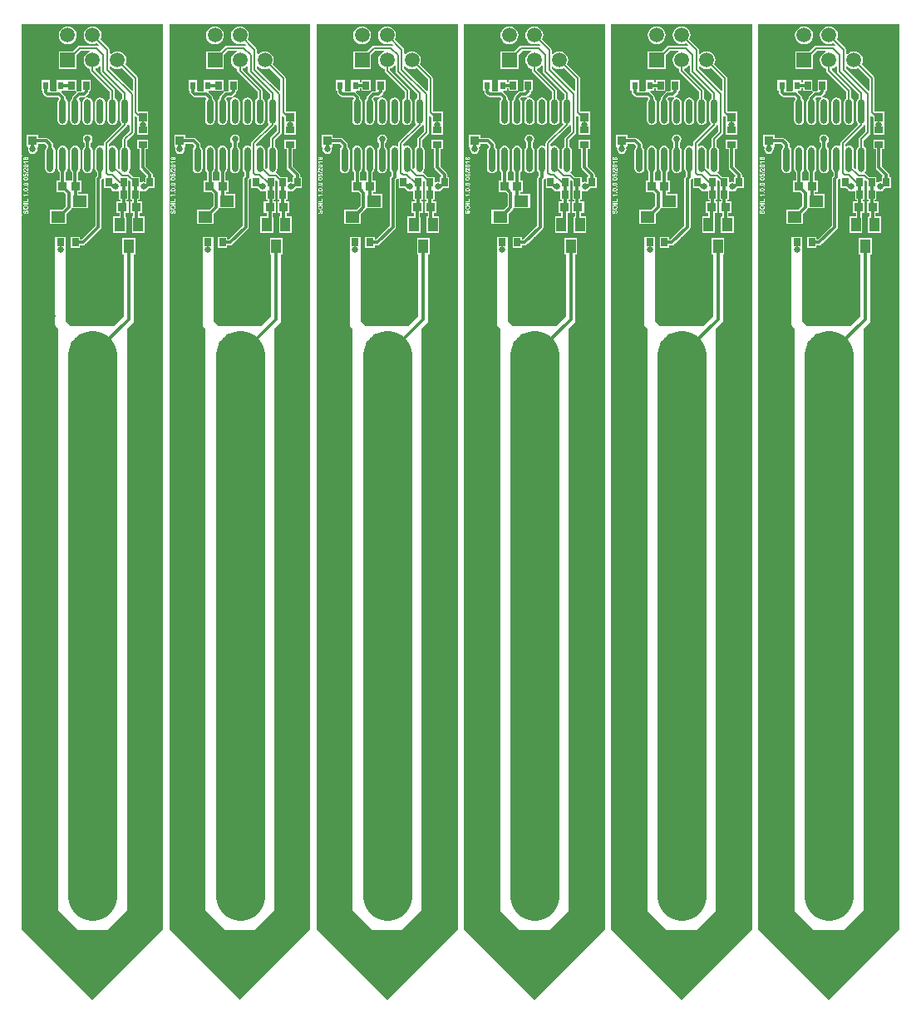
<source format=gtl>
G04*
G04 #@! TF.GenerationSoftware,Altium Limited,Altium Designer,18.1.6 (161)*
G04*
G04 Layer_Physical_Order=1*
G04 Layer_Color=255*
%FSLAX24Y24*%
%MOIN*%
G70*
G01*
G75*
%ADD10R,0.0394X0.0551*%
%ADD11R,0.0551X0.0453*%
%ADD12R,0.0236X0.0315*%
%ADD13O,0.0276X0.0984*%
%ADD14R,0.0354X0.0335*%
%ADD15R,0.0335X0.0354*%
%ADD16R,0.0256X0.0335*%
%ADD17R,0.0335X0.0256*%
%ADD18C,0.0079*%
%ADD19C,0.0118*%
%ADD20C,0.1969*%
%ADD21C,0.0591*%
%ADD22R,0.0591X0.0591*%
%ADD23C,0.0256*%
G36*
X35312Y3003D02*
X32480Y172D01*
X29649Y3003D01*
Y31570D01*
X29653Y31614D01*
X29649D01*
Y33972D01*
X29653D01*
X29649Y34017D01*
Y39249D01*
X35312D01*
Y3003D01*
D02*
G37*
G36*
X29406D02*
X26575Y172D01*
X23743Y3003D01*
Y31570D01*
X23747Y31614D01*
X23743D01*
Y33972D01*
X23747D01*
X23743Y34017D01*
Y39249D01*
X29406D01*
Y3003D01*
D02*
G37*
G36*
X23501D02*
X20669Y172D01*
X17838Y3003D01*
Y31570D01*
X17842Y31614D01*
X17838D01*
Y33972D01*
X17842D01*
X17838Y34017D01*
Y39249D01*
X23501D01*
Y3003D01*
D02*
G37*
G36*
X17595D02*
X14764Y172D01*
X11932Y3003D01*
Y31570D01*
X11936Y31614D01*
X11932D01*
Y33972D01*
X11936D01*
X11932Y34017D01*
Y39249D01*
X17595D01*
Y3003D01*
D02*
G37*
G36*
X11690D02*
X8858Y172D01*
X6027Y3003D01*
Y31570D01*
X6031Y31614D01*
X6027D01*
Y33972D01*
X6031D01*
X6027Y34017D01*
Y39249D01*
X11690D01*
Y3003D01*
D02*
G37*
G36*
X5784D02*
X2953Y172D01*
X121Y3003D01*
Y31570D01*
X125Y31614D01*
X121D01*
Y33972D01*
X125D01*
X121Y34017D01*
Y39249D01*
X5784D01*
Y3003D01*
D02*
G37*
%LPC*%
G36*
X31480Y39177D02*
X31388Y39165D01*
X31301Y39129D01*
X31227Y39072D01*
X31170Y38998D01*
X31134Y38912D01*
X31122Y38819D01*
X31134Y38726D01*
X31170Y38640D01*
X31227Y38566D01*
X31301Y38509D01*
X31388Y38473D01*
X31480Y38461D01*
X31573Y38473D01*
X31659Y38509D01*
X31734Y38566D01*
X31791Y38640D01*
X31826Y38726D01*
X31839Y38819D01*
X31826Y38912D01*
X31791Y38998D01*
X31734Y39072D01*
X31659Y39129D01*
X31573Y39165D01*
X31480Y39177D01*
D02*
G37*
G36*
X32480D02*
X32388Y39165D01*
X32301Y39129D01*
X32227Y39072D01*
X32170Y38998D01*
X32134Y38912D01*
X32122Y38819D01*
X32134Y38726D01*
X32170Y38640D01*
X32227Y38566D01*
X32301Y38509D01*
X32388Y38473D01*
X32480Y38461D01*
X32573Y38473D01*
X32651Y38505D01*
X32732Y38424D01*
X32701Y38385D01*
X32677Y38401D01*
X32638Y38408D01*
X31969D01*
X31930Y38401D01*
X31897Y38379D01*
X31692Y38174D01*
X31125D01*
Y37464D01*
X31836D01*
Y38031D01*
X32010Y38206D01*
X32355D01*
X32365Y38156D01*
X32301Y38129D01*
X32227Y38072D01*
X32170Y37998D01*
X32134Y37912D01*
X32122Y37819D01*
X32134Y37726D01*
X32170Y37640D01*
X32227Y37566D01*
X32301Y37509D01*
X32379Y37476D01*
Y37402D01*
X32387Y37363D01*
X32409Y37330D01*
X33182Y36556D01*
Y36292D01*
X33141Y36265D01*
X33097Y36199D01*
X33082Y36122D01*
Y35413D01*
X33097Y35336D01*
X33141Y35271D01*
X33206Y35227D01*
X33283Y35212D01*
X33361Y35227D01*
X33426Y35271D01*
X33470Y35336D01*
X33485Y35413D01*
Y36122D01*
X33470Y36199D01*
X33426Y36265D01*
X33385Y36292D01*
Y36598D01*
X33377Y36637D01*
X33355Y36670D01*
X32595Y37430D01*
X32602Y37485D01*
X32659Y37509D01*
X32734Y37566D01*
X32762Y37602D01*
X32812Y37586D01*
Y37362D01*
X32820Y37323D01*
X32842Y37291D01*
X33682Y36450D01*
Y36292D01*
X33641Y36265D01*
X33597Y36199D01*
X33582Y36122D01*
Y35413D01*
X33597Y35336D01*
X33641Y35271D01*
X33644Y35244D01*
X32960Y34560D01*
X32938Y34527D01*
X32930Y34488D01*
Y34393D01*
X32880Y34366D01*
X32861Y34379D01*
X32783Y34395D01*
X32706Y34379D01*
X32641Y34336D01*
X32597Y34270D01*
X32582Y34193D01*
Y33484D01*
X32597Y33407D01*
X32641Y33342D01*
X32662Y33327D01*
Y33188D01*
X32631Y33157D01*
X32604Y33117D01*
X32595Y33071D01*
X32595Y33071D01*
Y31192D01*
X32036Y30633D01*
X31979D01*
Y30739D01*
X31603D01*
Y30284D01*
X31979D01*
Y30390D01*
X32087D01*
X32087Y30390D01*
X32133Y30400D01*
X32172Y30426D01*
X32802Y31056D01*
X32802Y31056D01*
X32829Y31095D01*
X32838Y31142D01*
X32838Y31142D01*
Y33021D01*
X32869Y33052D01*
X32869Y33052D01*
X32933Y33057D01*
X32942Y33050D01*
Y32686D01*
X33186D01*
X33205Y32667D01*
X33205Y32667D01*
X33227Y32652D01*
X33250Y32617D01*
X33312Y32576D01*
X33386Y32561D01*
X33459Y32576D01*
X33483Y32592D01*
X33533Y32565D01*
Y32214D01*
X33599D01*
Y32156D01*
X33444D01*
Y31702D01*
X33560D01*
Y31556D01*
X33306D01*
Y30885D01*
X33820D01*
Y31556D01*
X33802D01*
Y31702D01*
X33918D01*
Y32156D01*
X33842D01*
Y32214D01*
X33908D01*
Y32668D01*
X33908D01*
X33908Y32686D01*
X33908D01*
Y32989D01*
X33955Y33008D01*
X34005Y32958D01*
Y32686D01*
X34005D01*
X34005Y32668D01*
X34005D01*
Y32214D01*
X34072D01*
Y32156D01*
X33995D01*
Y31702D01*
X34111D01*
Y31556D01*
X34054D01*
Y30885D01*
X34568D01*
Y31556D01*
X34354D01*
Y31702D01*
X34469D01*
Y32156D01*
X34314D01*
Y32214D01*
X34381D01*
Y32565D01*
X34431Y32592D01*
X34454Y32576D01*
X34528Y32561D01*
X34601Y32576D01*
X34663Y32617D01*
X34686Y32652D01*
X34709Y32667D01*
X34728Y32686D01*
X34971D01*
Y33141D01*
X34905D01*
Y33221D01*
X34896Y33268D01*
X34869Y33307D01*
X34869Y33307D01*
X34610Y33567D01*
Y34252D01*
X34716D01*
Y34628D01*
X34261D01*
Y34252D01*
X34367D01*
Y33517D01*
X34367Y33517D01*
X34376Y33470D01*
X34402Y33431D01*
X34642Y33191D01*
X34622Y33141D01*
X34596D01*
Y32970D01*
X34557Y32939D01*
X34528Y32945D01*
X34454Y32930D01*
X34431Y32914D01*
X34381Y32941D01*
Y33141D01*
X34109D01*
X33989Y33261D01*
X33956Y33283D01*
X33934Y33287D01*
X33921Y33336D01*
X33921Y33339D01*
X33926Y33342D01*
X33970Y33407D01*
X33985Y33484D01*
Y34193D01*
X33970Y34270D01*
X33926Y34336D01*
X33885Y34363D01*
Y34608D01*
X34127Y34850D01*
X34149Y34882D01*
X34156Y34921D01*
Y35576D01*
X34203Y35595D01*
X34261Y35537D01*
Y35275D01*
X34261D01*
X34262Y35225D01*
X34261Y35219D01*
X34261D01*
Y34843D01*
X34716D01*
Y35219D01*
X34716D01*
X34714Y35225D01*
X34716Y35275D01*
X34716D01*
Y35749D01*
X34335D01*
X34314Y35770D01*
Y37087D01*
X34306Y37125D01*
X34284Y37158D01*
X33794Y37648D01*
X33826Y37726D01*
X33839Y37819D01*
X33826Y37912D01*
X33791Y37998D01*
X33734Y38072D01*
X33659Y38129D01*
X33573Y38165D01*
X33480Y38177D01*
X33388Y38165D01*
X33301Y38129D01*
X33227Y38072D01*
X33220Y38063D01*
X33172Y38079D01*
Y38228D01*
X33164Y38267D01*
X33143Y38300D01*
X32794Y38648D01*
X32826Y38726D01*
X32839Y38819D01*
X32826Y38912D01*
X32791Y38998D01*
X32734Y39072D01*
X32659Y39129D01*
X32573Y39165D01*
X32480Y39177D01*
D02*
G37*
G36*
X32412Y37038D02*
X32036D01*
Y36584D01*
X31989Y36578D01*
X31929D01*
X31883Y36569D01*
X31859Y36553D01*
X31859D01*
X31883Y36569D01*
X31858Y36554D01*
X31822Y36588D01*
X31822Y36631D01*
Y37038D01*
X31446D01*
Y36932D01*
X31389D01*
Y37029D01*
X31033D01*
X31033Y36594D01*
X30989Y36578D01*
X30822D01*
X30779Y36594D01*
Y37029D01*
X30422D01*
Y36594D01*
X30479D01*
Y36535D01*
X30479Y36535D01*
X30488Y36489D01*
X30515Y36450D01*
X30593Y36371D01*
X30593Y36371D01*
X30633Y36345D01*
X30679Y36335D01*
X31093D01*
X31143Y36285D01*
X31141Y36265D01*
X31097Y36199D01*
X31082Y36122D01*
Y35413D01*
X31097Y35336D01*
X31141Y35271D01*
X31206Y35227D01*
X31283Y35212D01*
X31361Y35227D01*
X31426Y35271D01*
X31470Y35336D01*
X31485Y35413D01*
Y36122D01*
X31470Y36199D01*
X31426Y36265D01*
X31405Y36279D01*
Y36316D01*
X31396Y36362D01*
X31369Y36402D01*
X31369Y36402D01*
X31229Y36543D01*
X31227Y36544D01*
X31242Y36594D01*
X31389D01*
Y36690D01*
X31446D01*
Y36584D01*
X31773D01*
X31815Y36584D01*
X31842Y36544D01*
X31843Y36543D01*
X31843Y36543D01*
X31698Y36397D01*
X31671Y36357D01*
X31662Y36311D01*
X31662Y36311D01*
Y36279D01*
X31641Y36265D01*
X31597Y36199D01*
X31582Y36122D01*
Y35413D01*
X31597Y35336D01*
X31641Y35271D01*
X31706Y35227D01*
X31783Y35212D01*
X31861Y35227D01*
X31926Y35271D01*
X31970Y35336D01*
X31985Y35413D01*
Y36122D01*
X31970Y36199D01*
X31926Y36265D01*
X31925Y36280D01*
X31979Y36335D01*
X32126D01*
X32126Y36335D01*
X32172Y36345D01*
X32172Y36345D01*
X32140Y36338D01*
X32174Y36342D01*
X32185Y36323D01*
X32185Y36294D01*
X32141Y36265D01*
X32097Y36199D01*
X32082Y36122D01*
Y35413D01*
X32097Y35336D01*
X32141Y35271D01*
X32206Y35227D01*
X32283Y35212D01*
X32361Y35227D01*
X32426Y35271D01*
X32470Y35336D01*
X32485Y35413D01*
Y36122D01*
X32470Y36199D01*
X32426Y36265D01*
X32361Y36308D01*
X32283Y36324D01*
X32226Y36312D01*
X32200Y36358D01*
X32212Y36371D01*
X32213Y36372D01*
X32310Y36469D01*
X32310Y36469D01*
X32337Y36509D01*
X32346Y36555D01*
X32382Y36584D01*
X32412D01*
Y37038D01*
D02*
G37*
G36*
X32783Y36324D02*
X32706Y36308D01*
X32641Y36265D01*
X32597Y36199D01*
X32582Y36122D01*
Y35413D01*
X32597Y35336D01*
X32641Y35271D01*
X32706Y35227D01*
X32783Y35212D01*
X32861Y35227D01*
X32926Y35271D01*
X32970Y35336D01*
X32985Y35413D01*
Y36122D01*
X32970Y36199D01*
X32926Y36265D01*
X32861Y36308D01*
X32783Y36324D01*
D02*
G37*
G36*
X29903Y33936D02*
X29709D01*
Y33812D01*
D01*
Y33873D01*
X29710Y33868D01*
X29710Y33863D01*
X29711Y33859D01*
X29712Y33855D01*
X29713Y33851D01*
X29714Y33848D01*
X29715Y33845D01*
X29716Y33842D01*
X29718Y33839D01*
X29719Y33837D01*
X29720Y33835D01*
X29721Y33834D01*
X29722Y33833D01*
X29723Y33832D01*
X29723Y33831D01*
X29723Y33831D01*
X29726Y33828D01*
X29729Y33826D01*
X29732Y33824D01*
X29735Y33822D01*
X29737Y33821D01*
X29740Y33820D01*
X29743Y33819D01*
X29746Y33818D01*
X29748Y33817D01*
X29751Y33817D01*
X29753Y33817D01*
X29755Y33816D01*
X29756D01*
X29757Y33816D01*
X29758D01*
X29758D01*
X29763Y33816D01*
X29767Y33817D01*
X29771Y33818D01*
X29774Y33820D01*
X29777Y33821D01*
X29779Y33822D01*
X29780Y33822D01*
X29781Y33822D01*
X29781Y33823D01*
X29781D01*
X29785Y33825D01*
X29788Y33829D01*
X29791Y33832D01*
X29793Y33835D01*
X29795Y33838D01*
X29796Y33841D01*
X29797Y33842D01*
X29797Y33842D01*
X29797Y33843D01*
Y33843D01*
X29800Y33837D01*
X29803Y33832D01*
X29807Y33828D01*
X29810Y33825D01*
X29813Y33822D01*
X29815Y33821D01*
X29816Y33820D01*
X29817Y33820D01*
X29817Y33819D01*
X29817D01*
X29822Y33817D01*
X29827Y33815D01*
X29832Y33813D01*
X29836Y33813D01*
X29840Y33812D01*
X29841Y33812D01*
X29843D01*
X29844Y33812D01*
X29845D01*
X29850Y33812D01*
X29855Y33812D01*
X29860Y33813D01*
X29864Y33815D01*
X29868Y33816D01*
X29871Y33818D01*
X29875Y33820D01*
X29878Y33822D01*
X29880Y33823D01*
X29883Y33825D01*
X29885Y33827D01*
X29886Y33829D01*
X29888Y33830D01*
X29888Y33831D01*
X29889Y33831D01*
X29889Y33832D01*
X29892Y33835D01*
X29894Y33838D01*
X29896Y33842D01*
X29897Y33846D01*
X29898Y33849D01*
X29899Y33853D01*
X29901Y33860D01*
X29901Y33863D01*
X29902Y33866D01*
X29902Y33868D01*
X29902Y33870D01*
X29903Y33872D01*
Y33875D01*
D01*
X29902Y33880D01*
X29902Y33885D01*
X29901Y33889D01*
X29900Y33893D01*
X29899Y33897D01*
X29898Y33901D01*
X29896Y33904D01*
X29894Y33907D01*
X29893Y33910D01*
X29891Y33912D01*
X29890Y33914D01*
X29889Y33916D01*
X29888Y33918D01*
X29887Y33918D01*
X29886Y33919D01*
X29886Y33919D01*
X29883Y33922D01*
X29880Y33925D01*
X29876Y33927D01*
X29873Y33929D01*
X29869Y33930D01*
X29866Y33932D01*
X29862Y33933D01*
X29859Y33934D01*
X29856Y33935D01*
X29853Y33935D01*
X29850Y33936D01*
X29848Y33936D01*
X29846D01*
X29845Y33936D01*
X29903D01*
D01*
D02*
G37*
G36*
X29899Y33758D02*
X29709D01*
Y33675D01*
Y33728D01*
X29713Y33727D01*
X29716Y33726D01*
X29721Y33722D01*
X29727Y33718D01*
X29731Y33715D01*
X29733Y33713D01*
X29735Y33711D01*
X29736Y33710D01*
X29738Y33708D01*
X29739Y33707D01*
X29739Y33706D01*
X29740Y33706D01*
X29740Y33706D01*
X29744Y33699D01*
X29748Y33694D01*
X29751Y33689D01*
X29753Y33684D01*
X29754Y33682D01*
X29755Y33680D01*
X29756Y33679D01*
X29757Y33677D01*
X29757Y33676D01*
X29757Y33675D01*
X29757Y33675D01*
Y33675D01*
X29790D01*
X29788Y33680D01*
X29787Y33684D01*
X29785Y33689D01*
X29782Y33693D01*
X29780Y33698D01*
X29778Y33701D01*
X29776Y33705D01*
X29773Y33708D01*
X29771Y33711D01*
X29769Y33714D01*
X29767Y33716D01*
X29766Y33718D01*
X29765Y33719D01*
X29764Y33721D01*
X29763Y33721D01*
X29763Y33722D01*
X29899D01*
Y33758D01*
D02*
G37*
G36*
X29903Y33641D02*
X29709D01*
Y33518D01*
Y33579D01*
X29710Y33574D01*
X29710Y33570D01*
X29711Y33565D01*
X29712Y33561D01*
X29714Y33557D01*
X29716Y33554D01*
X29717Y33550D01*
X29719Y33547D01*
X29721Y33545D01*
X29723Y33543D01*
X29724Y33541D01*
X29726Y33539D01*
X29727Y33538D01*
X29728Y33537D01*
X29729Y33537D01*
X29729Y33536D01*
X29734Y33533D01*
X29739Y33530D01*
X29745Y33528D01*
X29751Y33526D01*
X29757Y33524D01*
X29763Y33522D01*
X29770Y33521D01*
X29776Y33520D01*
X29782Y33520D01*
X29788Y33519D01*
X29793Y33519D01*
X29797Y33518D01*
X29799D01*
X29801D01*
X29802Y33518D01*
X29806D01*
X29816Y33518D01*
X29825Y33519D01*
X29833Y33520D01*
X29841Y33521D01*
X29848Y33522D01*
X29854Y33523D01*
X29859Y33525D01*
X29864Y33526D01*
X29868Y33528D01*
X29872Y33529D01*
X29875Y33531D01*
X29877Y33532D01*
X29879Y33533D01*
X29881Y33534D01*
X29881Y33535D01*
X29882Y33535D01*
X29885Y33538D01*
X29889Y33542D01*
X29891Y33545D01*
X29894Y33549D01*
X29896Y33553D01*
X29898Y33556D01*
X29899Y33560D01*
X29900Y33563D01*
X29901Y33567D01*
X29902Y33570D01*
X29902Y33572D01*
X29902Y33575D01*
X29902Y33577D01*
X29903Y33578D01*
Y33579D01*
X29902Y33584D01*
X29902Y33589D01*
X29901Y33593D01*
X29900Y33598D01*
X29898Y33601D01*
X29897Y33605D01*
X29895Y33608D01*
X29893Y33611D01*
X29891Y33614D01*
X29890Y33616D01*
X29888Y33618D01*
X29886Y33619D01*
X29885Y33620D01*
X29884Y33622D01*
X29884Y33622D01*
X29883Y33622D01*
X29879Y33625D01*
X29873Y33628D01*
X29867Y33631D01*
X29861Y33633D01*
X29855Y33635D01*
X29849Y33636D01*
X29842Y33637D01*
X29836Y33639D01*
X29830Y33639D01*
X29824Y33640D01*
X29819Y33640D01*
X29815Y33641D01*
X29813D01*
X29811D01*
X29810Y33641D01*
X29903D01*
D01*
D02*
G37*
G36*
X29899Y33494D02*
X29709D01*
Y33366D01*
D01*
Y33434D01*
X29710Y33429D01*
X29710Y33424D01*
X29711Y33420D01*
X29711Y33416D01*
X29712Y33412D01*
X29713Y33409D01*
X29715Y33406D01*
X29716Y33403D01*
X29717Y33400D01*
X29718Y33398D01*
X29719Y33396D01*
X29720Y33394D01*
X29721Y33393D01*
X29722Y33392D01*
X29722Y33391D01*
X29722Y33391D01*
X29725Y33388D01*
X29728Y33385D01*
X29731Y33383D01*
X29735Y33381D01*
X29738Y33379D01*
X29742Y33377D01*
X29745Y33376D01*
X29749Y33374D01*
X29752Y33373D01*
X29755Y33373D01*
X29758Y33372D01*
X29761Y33372D01*
X29763Y33371D01*
X29764Y33371D01*
X29765Y33371D01*
X29766D01*
X29769Y33407D01*
X29766Y33407D01*
X29763Y33407D01*
X29759Y33409D01*
X29755Y33410D01*
X29752Y33411D01*
X29749Y33412D01*
X29748Y33413D01*
X29747Y33414D01*
X29746Y33414D01*
X29744Y33417D01*
X29742Y33420D01*
X29741Y33423D01*
X29740Y33426D01*
X29740Y33429D01*
X29739Y33431D01*
Y33433D01*
X29740Y33437D01*
X29741Y33440D01*
X29742Y33443D01*
X29743Y33446D01*
X29744Y33448D01*
X29745Y33450D01*
X29746Y33451D01*
X29746Y33451D01*
X29749Y33453D01*
X29752Y33455D01*
X29755Y33456D01*
X29758Y33456D01*
X29761Y33457D01*
X29763Y33457D01*
X29763D01*
X29764D01*
X29765D01*
X29765D01*
X29769Y33457D01*
X29773Y33456D01*
X29777Y33455D01*
X29780Y33454D01*
X29783Y33452D01*
X29785Y33451D01*
X29786Y33450D01*
X29786Y33450D01*
X29787Y33450D01*
X29787D01*
X29788Y33448D01*
X29791Y33447D01*
X29793Y33445D01*
X29795Y33443D01*
X29800Y33438D01*
X29805Y33433D01*
X29808Y33430D01*
X29810Y33428D01*
X29812Y33426D01*
X29814Y33423D01*
X29816Y33422D01*
X29817Y33421D01*
X29818Y33420D01*
X29818Y33420D01*
X29823Y33414D01*
X29828Y33409D01*
X29833Y33404D01*
X29837Y33400D01*
X29841Y33397D01*
X29845Y33393D01*
X29848Y33390D01*
X29851Y33388D01*
X29854Y33386D01*
X29856Y33384D01*
X29858Y33382D01*
X29860Y33381D01*
X29861Y33380D01*
X29862Y33379D01*
X29863Y33379D01*
X29863Y33379D01*
X29869Y33375D01*
X29876Y33373D01*
X29882Y33370D01*
X29888Y33369D01*
X29890Y33368D01*
X29892Y33368D01*
X29894Y33367D01*
X29896Y33367D01*
X29897Y33367D01*
X29898D01*
X29899Y33366D01*
X29899D01*
Y33494D01*
D02*
G37*
G36*
X29902Y33360D02*
X29707D01*
Y33286D01*
D01*
Y33333D01*
X29902Y33286D01*
Y33313D01*
X29707Y33360D01*
X29902D01*
D02*
G37*
G36*
X32283Y34837D02*
X32210Y34823D01*
X32148Y34781D01*
X32106Y34719D01*
X32092Y34646D01*
X32106Y34572D01*
X32148Y34510D01*
X32162Y34501D01*
Y34350D01*
X32141Y34336D01*
X32097Y34270D01*
X32082Y34193D01*
Y33484D01*
X32097Y33407D01*
X32141Y33342D01*
X32206Y33298D01*
X32283Y33283D01*
X32361Y33298D01*
X32426Y33342D01*
X32470Y33407D01*
X32485Y33484D01*
Y34193D01*
X32470Y34270D01*
X32426Y34336D01*
X32405Y34350D01*
Y34501D01*
X32419Y34510D01*
X32461Y34572D01*
X32475Y34646D01*
X32461Y34719D01*
X32419Y34781D01*
X32357Y34823D01*
X32283Y34837D01*
D02*
G37*
G36*
X30306Y34824D02*
X29851D01*
Y34349D01*
X29862D01*
X29897Y34299D01*
X29887Y34252D01*
X29902Y34179D01*
X29943Y34116D01*
X30005Y34075D01*
X30079Y34060D01*
X30152Y34075D01*
X30214Y34116D01*
X30256Y34179D01*
X30270Y34252D01*
X30261Y34299D01*
X30295Y34349D01*
X30306D01*
Y34465D01*
X30580D01*
X30650Y34394D01*
X30646Y34339D01*
X30641Y34336D01*
X30597Y34270D01*
X30582Y34193D01*
Y33484D01*
X30597Y33407D01*
X30641Y33342D01*
X30706Y33298D01*
X30783Y33283D01*
X30861Y33298D01*
X30926Y33342D01*
X30970Y33407D01*
X30985Y33484D01*
Y34193D01*
X30970Y34270D01*
X30926Y34336D01*
X30905Y34350D01*
Y34433D01*
X30905Y34433D01*
X30896Y34480D01*
X30869Y34519D01*
X30869Y34519D01*
X30716Y34672D01*
X30676Y34699D01*
X30630Y34708D01*
X30630Y34708D01*
X30306D01*
Y34824D01*
D02*
G37*
G36*
X29903Y33279D02*
X29712D01*
Y33151D01*
D01*
Y33174D01*
X29811Y33156D01*
X29815Y33185D01*
X29813Y33187D01*
X29811Y33190D01*
X29809Y33192D01*
X29807Y33194D01*
X29806Y33197D01*
X29805Y33199D01*
X29803Y33204D01*
X29802Y33207D01*
X29802Y33209D01*
X29802Y33210D01*
X29801Y33212D01*
Y33215D01*
X29802Y33217D01*
X29803Y33221D01*
X29804Y33225D01*
X29806Y33228D01*
X29807Y33230D01*
X29809Y33232D01*
X29810Y33233D01*
X29810Y33233D01*
X29810D01*
X29814Y33236D01*
X29818Y33238D01*
X29822Y33239D01*
X29827Y33240D01*
X29831Y33241D01*
X29832Y33241D01*
X29834D01*
X29835Y33241D01*
X29836D01*
X29836D01*
X29836D01*
X29840D01*
X29843Y33241D01*
X29846Y33240D01*
X29849Y33240D01*
X29851Y33239D01*
X29853Y33239D01*
X29856Y33238D01*
X29857Y33237D01*
X29859Y33237D01*
X29860Y33236D01*
X29862Y33235D01*
X29863Y33234D01*
X29863Y33234D01*
X29864Y33234D01*
X29864Y33233D01*
X29864D01*
X29866Y33232D01*
X29867Y33230D01*
X29870Y33227D01*
X29871Y33224D01*
X29872Y33221D01*
X29873Y33218D01*
X29873Y33216D01*
X29874Y33215D01*
Y33214D01*
X29873Y33210D01*
X29872Y33207D01*
X29871Y33204D01*
X29870Y33201D01*
X29869Y33199D01*
X29867Y33198D01*
X29867Y33197D01*
X29866Y33196D01*
X29864Y33194D01*
X29860Y33192D01*
X29857Y33190D01*
X29854Y33189D01*
X29851Y33188D01*
X29849Y33188D01*
X29848Y33188D01*
X29848Y33187D01*
X29847D01*
X29847D01*
X29851Y33151D01*
D01*
X29855Y33152D01*
X29859Y33153D01*
X29863Y33154D01*
X29867Y33156D01*
X29870Y33157D01*
X29873Y33159D01*
X29876Y33160D01*
X29879Y33162D01*
X29881Y33164D01*
X29883Y33165D01*
X29885Y33167D01*
X29886Y33168D01*
X29887Y33169D01*
X29888Y33170D01*
X29889Y33171D01*
X29889Y33171D01*
X29891Y33174D01*
X29893Y33177D01*
X29895Y33181D01*
X29897Y33184D01*
X29898Y33188D01*
X29899Y33192D01*
X29901Y33198D01*
X29901Y33201D01*
X29902Y33204D01*
X29902Y33207D01*
X29902Y33209D01*
X29903Y33211D01*
Y33214D01*
X29902Y33219D01*
X29902Y33225D01*
X29900Y33231D01*
X29899Y33235D01*
X29897Y33240D01*
X29895Y33244D01*
X29892Y33248D01*
X29890Y33251D01*
X29888Y33255D01*
X29886Y33257D01*
X29883Y33259D01*
X29882Y33261D01*
X29880Y33263D01*
X29879Y33264D01*
X29878Y33265D01*
X29878Y33265D01*
X29874Y33267D01*
X29870Y33269D01*
X29867Y33271D01*
X29863Y33273D01*
X29860Y33274D01*
X29856Y33275D01*
X29853Y33276D01*
X29850Y33277D01*
X29847Y33277D01*
X29844Y33278D01*
X29842Y33278D01*
X29840Y33278D01*
X29838Y33279D01*
X29903D01*
D01*
D02*
G37*
G36*
Y33126D02*
X29709D01*
Y33004D01*
D01*
Y33065D01*
X29710Y33060D01*
X29710Y33055D01*
X29711Y33051D01*
X29712Y33047D01*
X29714Y33043D01*
X29716Y33039D01*
X29717Y33036D01*
X29719Y33033D01*
X29721Y33031D01*
X29723Y33028D01*
X29724Y33027D01*
X29726Y33025D01*
X29727Y33024D01*
X29728Y33023D01*
X29729Y33022D01*
X29729Y33022D01*
X29734Y33019D01*
X29739Y33016D01*
X29745Y33013D01*
X29751Y33011D01*
X29757Y33010D01*
X29763Y33008D01*
X29770Y33007D01*
X29776Y33006D01*
X29782Y33005D01*
X29788Y33005D01*
X29793Y33004D01*
X29797Y33004D01*
X29799D01*
X29801D01*
X29802Y33004D01*
X29806D01*
X29816Y33004D01*
X29825Y33004D01*
X29833Y33005D01*
X29841Y33006D01*
X29848Y33008D01*
X29854Y33009D01*
X29859Y33010D01*
X29864Y33012D01*
X29868Y33014D01*
X29872Y33015D01*
X29875Y33017D01*
X29877Y33018D01*
X29879Y33019D01*
X29881Y33020D01*
X29881Y33020D01*
X29882Y33020D01*
X29885Y33024D01*
X29889Y33027D01*
X29891Y33031D01*
X29894Y33035D01*
X29896Y33038D01*
X29898Y33042D01*
X29899Y33045D01*
X29900Y33049D01*
X29901Y33052D01*
X29902Y33055D01*
X29902Y33058D01*
X29902Y33060D01*
X29902Y33062D01*
X29903Y33064D01*
Y33065D01*
X29902Y33070D01*
X29902Y33075D01*
X29901Y33079D01*
X29900Y33083D01*
X29898Y33087D01*
X29897Y33091D01*
X29895Y33094D01*
X29893Y33097D01*
X29891Y33099D01*
X29890Y33101D01*
X29888Y33103D01*
X29886Y33105D01*
X29885Y33106D01*
X29884Y33107D01*
X29884Y33108D01*
X29883Y33108D01*
X29879Y33111D01*
X29873Y33114D01*
X29867Y33116D01*
X29861Y33119D01*
X29855Y33120D01*
X29849Y33122D01*
X29842Y33123D01*
X29836Y33124D01*
X29830Y33125D01*
X29824Y33125D01*
X29819Y33126D01*
X29815Y33126D01*
X29813D01*
X29811D01*
X29810Y33126D01*
X29903D01*
D01*
D02*
G37*
G36*
X31783Y34395D02*
X31706Y34379D01*
X31641Y34336D01*
X31597Y34270D01*
X31582Y34193D01*
Y33484D01*
X31597Y33407D01*
X31641Y33342D01*
X31662Y33327D01*
Y32983D01*
X31554D01*
X31554Y32983D01*
X31517D01*
Y32983D01*
X31504Y32983D01*
X31405D01*
Y33327D01*
X31426Y33342D01*
X31470Y33407D01*
X31485Y33484D01*
Y34193D01*
X31470Y34270D01*
X31426Y34336D01*
X31361Y34379D01*
X31283Y34395D01*
X31206Y34379D01*
X31141Y34336D01*
X31097Y34270D01*
X31082Y34193D01*
Y33484D01*
X31097Y33407D01*
X31141Y33342D01*
X31162Y33327D01*
Y32983D01*
X31042D01*
Y32529D01*
X31332D01*
X31414Y32447D01*
Y31978D01*
X31257Y31822D01*
X30767D01*
Y31249D01*
X31438D01*
Y31659D01*
X31621Y31842D01*
X31621Y31842D01*
X31646Y31879D01*
X32304D01*
Y32452D01*
X31913D01*
Y32529D01*
X32029D01*
Y32983D01*
X31905D01*
Y33327D01*
X31926Y33342D01*
X31970Y33407D01*
X31985Y33484D01*
Y34193D01*
X31970Y34270D01*
X31926Y34336D01*
X31861Y34379D01*
X31783Y34395D01*
D02*
G37*
G36*
X29903Y32906D02*
X29709D01*
X29806D01*
X29796Y32906D01*
X29787Y32905D01*
X29779Y32904D01*
X29771Y32903D01*
X29765Y32902D01*
X29758Y32900D01*
X29752Y32898D01*
X29747Y32897D01*
X29743Y32895D01*
X29739Y32894D01*
X29736Y32892D01*
X29734Y32890D01*
X29732Y32889D01*
X29730Y32888D01*
X29729Y32888D01*
X29729Y32888D01*
X29726Y32885D01*
X29722Y32881D01*
X29720Y32878D01*
X29718Y32874D01*
X29716Y32871D01*
X29714Y32867D01*
X29713Y32864D01*
X29712Y32860D01*
X29711Y32857D01*
X29710Y32854D01*
X29710Y32851D01*
X29710Y32849D01*
Y32847D01*
X29709Y32846D01*
Y32845D01*
X29710Y32840D01*
X29710Y32835D01*
X29711Y32830D01*
X29712Y32826D01*
X29714Y32822D01*
X29716Y32819D01*
X29717Y32816D01*
X29719Y32813D01*
X29721Y32810D01*
X29723Y32808D01*
X29724Y32806D01*
X29726Y32805D01*
X29727Y32803D01*
X29728Y32803D01*
X29729Y32802D01*
X29729Y32802D01*
X29734Y32798D01*
X29739Y32796D01*
X29745Y32793D01*
X29751Y32791D01*
X29757Y32789D01*
X29763Y32788D01*
X29770Y32787D01*
X29776Y32786D01*
X29782Y32785D01*
X29788Y32784D01*
X29793Y32784D01*
X29797Y32783D01*
X29799D01*
X29801D01*
X29802Y32783D01*
X29806D01*
X29816Y32783D01*
X29825Y32784D01*
X29833Y32785D01*
X29841Y32786D01*
X29848Y32787D01*
X29854Y32789D01*
X29859Y32790D01*
X29864Y32792D01*
X29868Y32793D01*
X29872Y32795D01*
X29875Y32796D01*
X29877Y32797D01*
X29879Y32798D01*
X29881Y32799D01*
X29881Y32800D01*
X29882Y32800D01*
X29885Y32803D01*
X29889Y32807D01*
X29891Y32811D01*
X29894Y32814D01*
X29896Y32818D01*
X29898Y32822D01*
X29899Y32825D01*
X29900Y32829D01*
X29901Y32832D01*
X29902Y32835D01*
X29902Y32838D01*
X29902Y32840D01*
X29902Y32842D01*
X29903Y32843D01*
Y32803D01*
Y32845D01*
X29902Y32849D01*
X29902Y32854D01*
X29901Y32859D01*
X29900Y32863D01*
X29898Y32867D01*
X29897Y32870D01*
X29895Y32873D01*
X29893Y32876D01*
X29891Y32879D01*
X29890Y32881D01*
X29888Y32883D01*
X29886Y32885D01*
X29885Y32886D01*
X29884Y32887D01*
X29884Y32887D01*
X29883Y32887D01*
X29879Y32891D01*
X29873Y32894D01*
X29867Y32896D01*
X29861Y32898D01*
X29855Y32900D01*
X29849Y32902D01*
X29842Y32903D01*
X29836Y32904D01*
X29830Y32904D01*
X29824Y32905D01*
X29819Y32905D01*
X29815Y32906D01*
X29813D01*
X29811D01*
X29810Y32906D01*
X29903D01*
D01*
D02*
G37*
G36*
X29899Y32754D02*
X29863D01*
Y32718D01*
X29899D01*
Y32754D01*
D02*
G37*
G36*
X29903Y32686D02*
X29709D01*
Y32563D01*
Y32624D01*
X29710Y32619D01*
X29710Y32615D01*
X29711Y32610D01*
X29712Y32606D01*
X29714Y32602D01*
X29716Y32599D01*
X29717Y32595D01*
X29719Y32592D01*
X29721Y32590D01*
X29723Y32588D01*
X29724Y32586D01*
X29726Y32584D01*
X29727Y32583D01*
X29728Y32582D01*
X29729Y32582D01*
X29729Y32581D01*
X29734Y32578D01*
X29739Y32575D01*
X29745Y32573D01*
X29751Y32571D01*
X29757Y32569D01*
X29763Y32567D01*
X29770Y32566D01*
X29776Y32565D01*
X29782Y32565D01*
X29788Y32564D01*
X29793Y32564D01*
X29797Y32563D01*
X29799D01*
X29801D01*
X29802Y32563D01*
X29806D01*
X29816Y32563D01*
X29825Y32564D01*
X29833Y32565D01*
X29841Y32566D01*
X29848Y32567D01*
X29854Y32568D01*
X29859Y32570D01*
X29864Y32571D01*
X29868Y32573D01*
X29872Y32574D01*
X29875Y32576D01*
X29877Y32577D01*
X29879Y32578D01*
X29881Y32579D01*
X29881Y32579D01*
X29882Y32580D01*
X29885Y32583D01*
X29889Y32586D01*
X29891Y32590D01*
X29894Y32594D01*
X29896Y32598D01*
X29898Y32601D01*
X29899Y32605D01*
X29900Y32608D01*
X29901Y32611D01*
X29902Y32615D01*
X29902Y32617D01*
X29902Y32620D01*
X29902Y32622D01*
X29903Y32623D01*
Y32624D01*
X29902Y32629D01*
X29902Y32634D01*
X29901Y32638D01*
X29900Y32642D01*
X29898Y32646D01*
X29897Y32650D01*
X29895Y32653D01*
X29893Y32656D01*
X29891Y32658D01*
X29890Y32661D01*
X29888Y32663D01*
X29886Y32664D01*
X29885Y32665D01*
X29884Y32666D01*
X29884Y32667D01*
X29883Y32667D01*
X29879Y32670D01*
X29873Y32673D01*
X29867Y32676D01*
X29861Y32678D01*
X29855Y32680D01*
X29849Y32681D01*
X29842Y32682D01*
X29836Y32683D01*
X29830Y32684D01*
X29824Y32685D01*
X29819Y32685D01*
X29815Y32685D01*
X29813D01*
X29811D01*
X29810Y32686D01*
X29903D01*
D01*
D02*
G37*
G36*
X29899Y32534D02*
X29863D01*
Y32497D01*
X29899D01*
Y32534D01*
D02*
G37*
G36*
Y32435D02*
X29709D01*
Y32352D01*
Y32406D01*
X29713Y32405D01*
X29716Y32403D01*
X29721Y32400D01*
X29727Y32396D01*
X29731Y32392D01*
X29733Y32390D01*
X29735Y32389D01*
X29736Y32387D01*
X29738Y32386D01*
X29739Y32385D01*
X29739Y32384D01*
X29740Y32383D01*
X29740Y32383D01*
X29744Y32377D01*
X29748Y32371D01*
X29751Y32366D01*
X29753Y32362D01*
X29754Y32360D01*
X29755Y32358D01*
X29756Y32356D01*
X29757Y32355D01*
X29757Y32354D01*
X29757Y32353D01*
X29757Y32353D01*
Y32352D01*
X29790D01*
X29788Y32357D01*
X29787Y32362D01*
X29785Y32367D01*
X29782Y32371D01*
X29780Y32375D01*
X29778Y32379D01*
X29776Y32382D01*
X29773Y32386D01*
X29771Y32389D01*
X29769Y32391D01*
X29767Y32394D01*
X29766Y32396D01*
X29765Y32397D01*
X29764Y32398D01*
X29763Y32399D01*
X29763Y32399D01*
X29899D01*
Y32435D01*
D02*
G37*
G36*
Y32250D02*
X29712D01*
D01*
X29867D01*
Y32155D01*
X29712D01*
Y32117D01*
X29899D01*
Y32250D01*
D02*
G37*
G36*
Y32080D02*
X29710D01*
Y32041D01*
X29899D01*
Y32080D01*
D02*
G37*
G36*
X29903Y32013D02*
X29707D01*
Y31829D01*
Y31921D01*
X29707Y31912D01*
X29708Y31904D01*
X29709Y31901D01*
X29709Y31897D01*
X29710Y31894D01*
X29711Y31892D01*
X29711Y31889D01*
X29712Y31887D01*
X29713Y31885D01*
X29713Y31883D01*
X29714Y31882D01*
X29714Y31881D01*
X29714Y31880D01*
Y31880D01*
X29717Y31875D01*
X29719Y31870D01*
X29722Y31866D01*
X29725Y31863D01*
X29728Y31860D01*
X29729Y31858D01*
X29730Y31857D01*
X29730Y31856D01*
X29731Y31856D01*
X29731Y31855D01*
X29732Y31855D01*
X29736Y31851D01*
X29740Y31848D01*
X29745Y31845D01*
X29749Y31842D01*
X29752Y31840D01*
X29754Y31840D01*
X29755Y31839D01*
X29756Y31838D01*
X29757Y31838D01*
X29757Y31838D01*
X29758D01*
X29761Y31836D01*
X29765Y31835D01*
X29773Y31833D01*
X29782Y31831D01*
X29785Y31831D01*
X29789Y31830D01*
X29793Y31830D01*
X29796Y31830D01*
X29799Y31829D01*
X29801D01*
X29803Y31829D01*
X29806D01*
X29814Y31829D01*
X29822Y31830D01*
X29829Y31831D01*
X29836Y31833D01*
X29843Y31835D01*
X29848Y31837D01*
X29854Y31839D01*
X29858Y31842D01*
X29863Y31844D01*
X29866Y31846D01*
X29870Y31848D01*
X29872Y31850D01*
X29874Y31852D01*
X29876Y31853D01*
X29877Y31854D01*
X29877Y31854D01*
X29882Y31859D01*
X29885Y31864D01*
X29889Y31869D01*
X29892Y31875D01*
X29894Y31880D01*
X29896Y31886D01*
X29898Y31892D01*
X29899Y31897D01*
X29901Y31902D01*
X29901Y31906D01*
X29902Y31911D01*
X29902Y31914D01*
X29902Y31917D01*
X29903Y31919D01*
Y31921D01*
X29902Y31929D01*
X29902Y31936D01*
X29900Y31943D01*
X29899Y31949D01*
X29897Y31955D01*
X29894Y31961D01*
X29892Y31966D01*
X29890Y31970D01*
X29887Y31974D01*
X29885Y31978D01*
X29883Y31981D01*
X29881Y31983D01*
X29879Y31985D01*
X29878Y31986D01*
X29877Y31987D01*
X29877Y31988D01*
X29872Y31992D01*
X29866Y31996D01*
X29861Y31999D01*
X29855Y32002D01*
X29849Y32004D01*
X29843Y32007D01*
X29837Y32008D01*
X29831Y32010D01*
X29826Y32011D01*
X29821Y32011D01*
X29817Y32012D01*
X29813Y32012D01*
X29809Y32012D01*
X29808Y32013D01*
X29903D01*
D01*
D02*
G37*
G36*
Y31805D02*
X29707D01*
Y31651D01*
Y31727D01*
X29707Y31719D01*
X29708Y31715D01*
X29708Y31712D01*
X29709Y31708D01*
X29709Y31705D01*
X29710Y31703D01*
X29710Y31700D01*
X29711Y31698D01*
X29712Y31696D01*
X29712Y31694D01*
X29713Y31692D01*
X29713Y31691D01*
X29713Y31690D01*
X29714Y31690D01*
Y31690D01*
X29716Y31684D01*
X29719Y31679D01*
X29722Y31675D01*
X29726Y31672D01*
X29728Y31669D01*
X29731Y31667D01*
X29732Y31667D01*
X29732Y31666D01*
X29733Y31666D01*
X29733D01*
X29737Y31663D01*
X29742Y31661D01*
X29747Y31660D01*
X29751Y31659D01*
X29754Y31658D01*
X29756Y31658D01*
X29757D01*
X29758Y31658D01*
X29759D01*
X29760D01*
X29760D01*
X29764Y31658D01*
X29768Y31659D01*
X29772Y31659D01*
X29775Y31660D01*
X29778Y31662D01*
X29782Y31663D01*
X29785Y31665D01*
X29787Y31667D01*
X29790Y31668D01*
X29792Y31670D01*
X29794Y31671D01*
X29795Y31673D01*
X29796Y31674D01*
X29797Y31674D01*
X29798Y31675D01*
X29798Y31675D01*
X29800Y31678D01*
X29802Y31681D01*
X29804Y31684D01*
X29806Y31687D01*
X29809Y31694D01*
X29811Y31701D01*
X29812Y31705D01*
X29813Y31708D01*
X29815Y31711D01*
X29815Y31713D01*
X29816Y31715D01*
X29816Y31717D01*
X29817Y31718D01*
Y31718D01*
X29818Y31723D01*
X29819Y31726D01*
X29819Y31730D01*
X29820Y31733D01*
X29821Y31736D01*
X29822Y31738D01*
X29822Y31741D01*
X29823Y31742D01*
X29823Y31744D01*
X29824Y31745D01*
X29824Y31747D01*
X29824Y31747D01*
X29825Y31748D01*
Y31748D01*
X29825Y31749D01*
X29826Y31752D01*
X29827Y31755D01*
X29829Y31757D01*
X29830Y31759D01*
X29831Y31761D01*
X29832Y31762D01*
X29833Y31762D01*
X29833Y31763D01*
X29835Y31764D01*
X29837Y31765D01*
X29839Y31766D01*
X29841Y31766D01*
X29842Y31766D01*
X29843Y31767D01*
X29844D01*
X29844D01*
X29846D01*
X29848Y31766D01*
X29852Y31765D01*
X29855Y31764D01*
X29858Y31762D01*
X29860Y31760D01*
X29861Y31759D01*
X29862Y31758D01*
X29863Y31757D01*
Y31757D01*
X29864Y31755D01*
X29865Y31753D01*
X29867Y31749D01*
X29869Y31744D01*
X29869Y31740D01*
X29870Y31736D01*
X29870Y31734D01*
Y31732D01*
X29870Y31731D01*
Y31729D01*
X29870Y31723D01*
X29869Y31717D01*
X29868Y31713D01*
X29866Y31709D01*
X29865Y31707D01*
X29865Y31706D01*
X29864Y31704D01*
X29863Y31703D01*
X29863Y31702D01*
X29862Y31702D01*
X29862Y31701D01*
Y31701D01*
X29860Y31699D01*
X29858Y31698D01*
X29854Y31695D01*
X29849Y31692D01*
X29845Y31691D01*
X29841Y31689D01*
X29839Y31689D01*
X29837Y31688D01*
X29836Y31688D01*
X29835Y31688D01*
X29834Y31688D01*
X29834D01*
X29838Y31651D01*
D01*
X29844Y31651D01*
X29849Y31653D01*
X29854Y31654D01*
X29859Y31656D01*
X29863Y31658D01*
X29867Y31659D01*
X29871Y31662D01*
X29874Y31664D01*
X29877Y31665D01*
X29879Y31667D01*
X29881Y31669D01*
X29883Y31671D01*
X29884Y31672D01*
X29885Y31673D01*
X29886Y31673D01*
X29886Y31674D01*
X29889Y31677D01*
X29892Y31682D01*
X29894Y31686D01*
X29896Y31690D01*
X29897Y31695D01*
X29899Y31699D01*
X29900Y31704D01*
X29901Y31708D01*
X29901Y31713D01*
X29902Y31716D01*
X29902Y31720D01*
X29902Y31723D01*
Y31725D01*
X29903Y31727D01*
Y31733D01*
X29902Y31738D01*
X29902Y31742D01*
X29902Y31746D01*
X29901Y31749D01*
X29901Y31753D01*
X29900Y31756D01*
X29899Y31759D01*
X29899Y31761D01*
X29898Y31763D01*
X29898Y31765D01*
X29897Y31767D01*
X29897Y31768D01*
X29896Y31769D01*
X29896Y31770D01*
Y31770D01*
X29893Y31776D01*
X29890Y31781D01*
X29886Y31785D01*
X29883Y31789D01*
X29880Y31792D01*
X29878Y31793D01*
X29877Y31794D01*
X29876Y31795D01*
X29875Y31795D01*
X29875Y31796D01*
X29875D01*
X29872Y31797D01*
X29869Y31799D01*
X29864Y31801D01*
X29859Y31803D01*
X29854Y31804D01*
X29852Y31804D01*
X29850Y31804D01*
X29848Y31805D01*
X29847D01*
X29846Y31805D01*
X29903D01*
D01*
D02*
G37*
G36*
X31389Y30739D02*
X31367Y30739D01*
X31013D01*
Y30739D01*
X30984D01*
X30984Y27166D01*
X31102Y27048D01*
Y3740D01*
X31890Y2953D01*
X33071Y2953D01*
X33858Y3740D01*
X33858Y27052D01*
X34134Y27328D01*
X34134Y30019D01*
X34194D01*
Y30690D01*
X33680D01*
Y30019D01*
X33740D01*
X33740Y27559D01*
X33346Y27165D01*
X31614D01*
X31417Y27362D01*
X31417Y30701D01*
X31417Y30739D01*
X31389Y30739D01*
D02*
G37*
%LPD*%
G36*
X33227Y37566D02*
X33301Y37509D01*
X33388Y37473D01*
X33480Y37461D01*
X33573Y37473D01*
X33651Y37505D01*
X34111Y37045D01*
Y36609D01*
X34065Y36590D01*
X33172Y37483D01*
Y37559D01*
X33220Y37575D01*
X33227Y37566D01*
D02*
G37*
G36*
X33954Y35197D02*
Y34963D01*
X33712Y34721D01*
X33690Y34688D01*
X33682Y34650D01*
Y34363D01*
X33641Y34336D01*
X33597Y34270D01*
X33582Y34193D01*
Y33484D01*
X33582Y33482D01*
X33536Y33458D01*
X33485Y33509D01*
Y34193D01*
X33470Y34270D01*
X33426Y34336D01*
X33361Y34379D01*
X33283Y34395D01*
X33206Y34379D01*
X33183Y34364D01*
X33133Y34390D01*
Y34446D01*
X33855Y35169D01*
X33877Y35201D01*
X33879Y35213D01*
X33904Y35226D01*
X33954Y35197D01*
D02*
G37*
G36*
X29838Y33936D02*
X29833Y33935D01*
X29828Y33933D01*
X29824Y33932D01*
X29822Y33931D01*
X29820Y33930D01*
X29819Y33930D01*
X29818Y33929D01*
X29817Y33929D01*
X29816Y33928D01*
X29816Y33928D01*
X29816D01*
X29811Y33925D01*
X29808Y33921D01*
X29805Y33916D01*
X29802Y33913D01*
X29800Y33909D01*
X29799Y33908D01*
X29799Y33906D01*
X29798Y33905D01*
X29798Y33904D01*
X29797Y33904D01*
Y33904D01*
X29795Y33908D01*
X29793Y33912D01*
X29790Y33915D01*
X29787Y33918D01*
X29785Y33920D01*
X29783Y33922D01*
X29782Y33922D01*
X29782Y33923D01*
X29782D01*
X29778Y33925D01*
X29774Y33927D01*
X29770Y33928D01*
X29766Y33929D01*
X29763Y33929D01*
X29761Y33930D01*
X29760Y33930D01*
X29759D01*
X29759D01*
X29758D01*
X29758D01*
X29754Y33930D01*
X29751Y33929D01*
X29747Y33928D01*
X29744Y33928D01*
X29741Y33926D01*
X29738Y33925D01*
X29735Y33924D01*
X29733Y33922D01*
X29731Y33921D01*
X29729Y33920D01*
X29727Y33918D01*
X29726Y33917D01*
X29725Y33916D01*
X29724Y33915D01*
X29724Y33915D01*
X29723Y33915D01*
X29721Y33912D01*
X29719Y33909D01*
X29717Y33905D01*
X29715Y33902D01*
X29714Y33898D01*
X29713Y33895D01*
X29711Y33888D01*
X29711Y33885D01*
X29710Y33882D01*
X29710Y33880D01*
X29710Y33878D01*
X29709Y33876D01*
Y33936D01*
X29844D01*
X29838Y33936D01*
D02*
G37*
G36*
X29765Y33896D02*
X29768Y33895D01*
X29771Y33894D01*
X29773Y33893D01*
X29775Y33891D01*
X29776Y33890D01*
X29777Y33890D01*
X29778Y33889D01*
X29780Y33887D01*
X29781Y33884D01*
X29782Y33881D01*
X29783Y33879D01*
X29783Y33877D01*
X29784Y33874D01*
X29784Y33873D01*
Y33873D01*
X29784Y33869D01*
X29783Y33866D01*
X29782Y33863D01*
X29781Y33861D01*
X29780Y33859D01*
X29779Y33858D01*
X29778Y33857D01*
X29778Y33856D01*
X29775Y33854D01*
X29773Y33853D01*
X29770Y33852D01*
X29767Y33851D01*
X29765Y33851D01*
X29763Y33850D01*
X29762D01*
X29761D01*
X29761D01*
X29761D01*
X29757Y33851D01*
X29754Y33852D01*
X29751Y33853D01*
X29749Y33854D01*
X29747Y33855D01*
X29745Y33856D01*
X29745Y33856D01*
X29744Y33857D01*
X29742Y33859D01*
X29741Y33862D01*
X29740Y33865D01*
X29739Y33867D01*
X29738Y33870D01*
X29738Y33872D01*
Y33873D01*
X29738Y33877D01*
X29739Y33880D01*
X29740Y33883D01*
X29741Y33885D01*
X29742Y33887D01*
X29743Y33889D01*
X29744Y33889D01*
X29744Y33890D01*
X29747Y33892D01*
X29750Y33893D01*
X29752Y33894D01*
X29755Y33895D01*
X29757Y33895D01*
X29759Y33896D01*
X29760D01*
X29760D01*
X29761D01*
X29765Y33896D01*
D02*
G37*
G36*
X29848Y33900D02*
X29852Y33899D01*
X29856Y33898D01*
X29860Y33896D01*
X29862Y33895D01*
X29864Y33894D01*
X29865Y33893D01*
X29866Y33893D01*
X29868Y33890D01*
X29870Y33887D01*
X29872Y33884D01*
X29873Y33881D01*
X29873Y33878D01*
X29873Y33876D01*
X29874Y33875D01*
Y33874D01*
X29873Y33870D01*
X29872Y33866D01*
X29871Y33863D01*
X29869Y33860D01*
X29868Y33858D01*
X29866Y33856D01*
X29866Y33855D01*
X29865Y33855D01*
X29862Y33852D01*
X29858Y33850D01*
X29854Y33849D01*
X29850Y33848D01*
X29847Y33848D01*
X29845Y33847D01*
X29844D01*
X29843Y33847D01*
X29842D01*
X29842D01*
X29842D01*
X29838Y33847D01*
X29834Y33848D01*
X29831Y33849D01*
X29828Y33850D01*
X29825Y33852D01*
X29823Y33853D01*
X29822Y33853D01*
X29822Y33854D01*
X29820Y33855D01*
X29819Y33856D01*
X29816Y33860D01*
X29815Y33863D01*
X29814Y33866D01*
X29813Y33869D01*
X29813Y33871D01*
X29812Y33872D01*
Y33873D01*
X29813Y33878D01*
X29814Y33881D01*
X29815Y33885D01*
X29817Y33887D01*
X29818Y33889D01*
X29819Y33891D01*
X29820Y33892D01*
X29821Y33893D01*
X29824Y33895D01*
X29827Y33897D01*
X29831Y33898D01*
X29834Y33899D01*
X29837Y33900D01*
X29840Y33900D01*
X29841Y33900D01*
X29842D01*
X29842D01*
X29842D01*
X29848Y33900D01*
D02*
G37*
G36*
X29796Y33641D02*
X29787Y33640D01*
X29779Y33639D01*
X29771Y33638D01*
X29765Y33636D01*
X29758Y33635D01*
X29752Y33633D01*
X29747Y33632D01*
X29743Y33630D01*
X29739Y33628D01*
X29736Y33627D01*
X29734Y33625D01*
X29732Y33624D01*
X29730Y33623D01*
X29729Y33623D01*
X29729Y33622D01*
X29726Y33619D01*
X29722Y33616D01*
X29720Y33612D01*
X29718Y33609D01*
X29716Y33606D01*
X29714Y33602D01*
X29713Y33598D01*
X29712Y33595D01*
X29711Y33592D01*
X29710Y33589D01*
X29710Y33586D01*
X29710Y33584D01*
Y33582D01*
X29709Y33581D01*
Y33641D01*
X29806D01*
X29796Y33641D01*
D02*
G37*
G36*
X29818Y33603D02*
X29823Y33602D01*
X29828Y33602D01*
X29832Y33602D01*
X29836Y33602D01*
X29839Y33601D01*
X29842Y33601D01*
X29845Y33601D01*
X29847Y33600D01*
X29849Y33600D01*
X29851Y33600D01*
X29852Y33599D01*
X29853Y33599D01*
X29853Y33599D01*
X29853D01*
X29857Y33598D01*
X29860Y33596D01*
X29863Y33595D01*
X29865Y33594D01*
X29867Y33593D01*
X29868Y33592D01*
X29868Y33591D01*
X29868Y33591D01*
X29870Y33589D01*
X29871Y33587D01*
X29872Y33585D01*
X29872Y33583D01*
X29872Y33582D01*
X29873Y33580D01*
Y33579D01*
X29872Y33577D01*
X29872Y33575D01*
X29871Y33573D01*
X29870Y33571D01*
X29870Y33570D01*
X29869Y33568D01*
X29869Y33568D01*
X29868Y33568D01*
X29867Y33566D01*
X29864Y33564D01*
X29861Y33563D01*
X29859Y33561D01*
X29856Y33560D01*
X29854Y33560D01*
X29853Y33560D01*
X29853Y33559D01*
X29852Y33559D01*
X29852D01*
X29849Y33559D01*
X29847Y33558D01*
X29843Y33558D01*
X29840Y33557D01*
X29832Y33557D01*
X29824Y33556D01*
X29821Y33556D01*
X29817D01*
X29814D01*
X29811Y33556D01*
X29809D01*
X29808D01*
X29807D01*
X29806D01*
X29800D01*
X29795Y33556D01*
X29789Y33556D01*
X29785Y33557D01*
X29780Y33557D01*
X29777Y33557D01*
X29773Y33557D01*
X29770Y33558D01*
X29767Y33558D01*
X29765Y33558D01*
X29763Y33559D01*
X29761Y33559D01*
X29760Y33559D01*
X29759Y33559D01*
X29759Y33560D01*
X29759D01*
X29755Y33561D01*
X29752Y33562D01*
X29749Y33563D01*
X29747Y33565D01*
X29746Y33566D01*
X29745Y33567D01*
X29744Y33567D01*
X29744Y33568D01*
X29742Y33570D01*
X29741Y33571D01*
X29741Y33574D01*
X29740Y33575D01*
X29740Y33577D01*
X29739Y33578D01*
Y33579D01*
X29740Y33582D01*
X29740Y33584D01*
X29741Y33586D01*
X29742Y33588D01*
X29742Y33589D01*
X29743Y33590D01*
X29744Y33591D01*
X29744Y33591D01*
X29746Y33593D01*
X29748Y33594D01*
X29751Y33596D01*
X29754Y33597D01*
X29756Y33598D01*
X29758Y33599D01*
X29759Y33599D01*
X29760Y33599D01*
X29760Y33599D01*
X29760D01*
X29763Y33600D01*
X29766Y33601D01*
X29769Y33601D01*
X29773Y33601D01*
X29780Y33602D01*
X29788Y33602D01*
X29792Y33603D01*
X29795D01*
X29798Y33603D01*
X29801D01*
X29803D01*
X29805D01*
X29806D01*
X29806D01*
X29812D01*
X29818Y33603D01*
D02*
G37*
G36*
X29758Y33493D02*
X29754Y33493D01*
X29750Y33492D01*
X29747Y33491D01*
X29743Y33490D01*
X29740Y33488D01*
X29737Y33487D01*
X29735Y33486D01*
X29733Y33484D01*
X29730Y33483D01*
X29729Y33481D01*
X29727Y33480D01*
X29726Y33479D01*
X29725Y33478D01*
X29725Y33478D01*
X29725Y33477D01*
X29722Y33474D01*
X29720Y33471D01*
X29718Y33467D01*
X29716Y33464D01*
X29714Y33460D01*
X29713Y33456D01*
X29712Y33453D01*
X29711Y33450D01*
X29711Y33446D01*
X29710Y33443D01*
X29710Y33440D01*
X29710Y33438D01*
X29709Y33436D01*
Y33494D01*
X29762D01*
X29758Y33493D01*
D02*
G37*
G36*
X29866Y33421D02*
X29862Y33424D01*
X29860Y33425D01*
X29859Y33426D01*
X29858Y33427D01*
X29857Y33428D01*
X29856Y33429D01*
X29856Y33429D01*
X29855Y33430D01*
X29853Y33431D01*
X29852Y33433D01*
X29850Y33434D01*
X29847Y33438D01*
X29843Y33441D01*
X29840Y33445D01*
X29839Y33446D01*
X29837Y33448D01*
X29836Y33449D01*
X29835Y33450D01*
X29835Y33450D01*
X29835Y33451D01*
X29832Y33454D01*
X29829Y33456D01*
X29827Y33459D01*
X29824Y33462D01*
X29822Y33464D01*
X29820Y33466D01*
X29818Y33467D01*
X29817Y33469D01*
X29814Y33471D01*
X29812Y33473D01*
X29811Y33474D01*
X29811Y33474D01*
X29806Y33478D01*
X29801Y33481D01*
X29797Y33483D01*
X29794Y33485D01*
X29791Y33487D01*
X29790Y33487D01*
X29788Y33488D01*
X29788Y33488D01*
X29787Y33489D01*
X29787Y33489D01*
X29786D01*
X29782Y33491D01*
X29778Y33492D01*
X29774Y33492D01*
X29770Y33493D01*
X29767Y33493D01*
X29765D01*
X29764Y33494D01*
X29866D01*
Y33421D01*
D02*
G37*
G36*
X29831Y33278D02*
X29826Y33278D01*
X29821Y33277D01*
X29817Y33276D01*
X29813Y33275D01*
X29809Y33273D01*
X29806Y33272D01*
X29802Y33270D01*
X29800Y33268D01*
X29797Y33267D01*
X29795Y33265D01*
X29793Y33264D01*
X29792Y33263D01*
X29791Y33262D01*
X29790Y33262D01*
X29790Y33262D01*
X29787Y33258D01*
X29784Y33255D01*
X29782Y33251D01*
X29780Y33248D01*
X29778Y33245D01*
X29777Y33241D01*
X29776Y33238D01*
X29775Y33235D01*
X29774Y33232D01*
X29774Y33229D01*
X29773Y33227D01*
X29773Y33225D01*
Y33223D01*
X29773Y33222D01*
Y33221D01*
X29773Y33216D01*
X29774Y33211D01*
X29774Y33207D01*
X29776Y33203D01*
X29777Y33200D01*
X29777Y33199D01*
X29778Y33198D01*
X29778Y33197D01*
X29778Y33196D01*
X29779Y33196D01*
Y33196D01*
X29746Y33201D01*
Y33270D01*
X29712D01*
Y33279D01*
X29836D01*
X29831Y33278D01*
D02*
G37*
G36*
X29796Y33126D02*
X29787Y33126D01*
X29779Y33125D01*
X29771Y33124D01*
X29765Y33122D01*
X29758Y33121D01*
X29752Y33119D01*
X29747Y33117D01*
X29743Y33116D01*
X29739Y33114D01*
X29736Y33112D01*
X29734Y33111D01*
X29732Y33110D01*
X29730Y33109D01*
X29729Y33108D01*
X29729Y33108D01*
X29726Y33105D01*
X29722Y33102D01*
X29720Y33098D01*
X29718Y33095D01*
X29716Y33091D01*
X29714Y33087D01*
X29713Y33084D01*
X29712Y33081D01*
X29711Y33077D01*
X29710Y33074D01*
X29710Y33072D01*
X29710Y33069D01*
Y33068D01*
X29709Y33066D01*
Y33126D01*
X29806D01*
X29796Y33126D01*
D02*
G37*
G36*
X29818Y33088D02*
X29823Y33088D01*
X29828Y33088D01*
X29832Y33088D01*
X29836Y33087D01*
X29839Y33087D01*
X29842Y33087D01*
X29845Y33086D01*
X29847Y33086D01*
X29849Y33085D01*
X29851Y33085D01*
X29852Y33085D01*
X29853Y33085D01*
X29853Y33085D01*
X29853D01*
X29857Y33083D01*
X29860Y33082D01*
X29863Y33081D01*
X29865Y33079D01*
X29867Y33078D01*
X29868Y33077D01*
X29868Y33077D01*
X29868Y33077D01*
X29870Y33075D01*
X29871Y33073D01*
X29872Y33071D01*
X29872Y33069D01*
X29872Y33067D01*
X29873Y33066D01*
Y33065D01*
X29872Y33062D01*
X29872Y33060D01*
X29871Y33058D01*
X29870Y33057D01*
X29870Y33055D01*
X29869Y33054D01*
X29869Y33053D01*
X29868Y33053D01*
X29867Y33051D01*
X29864Y33050D01*
X29861Y33048D01*
X29859Y33047D01*
X29856Y33046D01*
X29854Y33045D01*
X29853Y33045D01*
X29853Y33045D01*
X29852Y33045D01*
X29852D01*
X29849Y33044D01*
X29847Y33044D01*
X29843Y33043D01*
X29840Y33043D01*
X29832Y33042D01*
X29824Y33042D01*
X29821Y33042D01*
X29817D01*
X29814D01*
X29811Y33042D01*
X29809D01*
X29808D01*
X29807D01*
X29806D01*
X29800D01*
X29795Y33042D01*
X29789Y33042D01*
X29785Y33042D01*
X29780Y33042D01*
X29777Y33043D01*
X29773Y33043D01*
X29770Y33043D01*
X29767Y33044D01*
X29765Y33044D01*
X29763Y33044D01*
X29761Y33045D01*
X29760Y33045D01*
X29759Y33045D01*
X29759Y33045D01*
X29759D01*
X29755Y33046D01*
X29752Y33048D01*
X29749Y33049D01*
X29747Y33050D01*
X29746Y33051D01*
X29745Y33052D01*
X29744Y33053D01*
X29744Y33053D01*
X29742Y33055D01*
X29741Y33057D01*
X29741Y33059D01*
X29740Y33061D01*
X29740Y33063D01*
X29739Y33064D01*
Y33065D01*
X29740Y33067D01*
X29740Y33069D01*
X29741Y33071D01*
X29742Y33073D01*
X29742Y33075D01*
X29743Y33076D01*
X29744Y33076D01*
X29744Y33077D01*
X29746Y33078D01*
X29748Y33080D01*
X29751Y33082D01*
X29754Y33083D01*
X29756Y33084D01*
X29758Y33084D01*
X29759Y33085D01*
X29760Y33085D01*
X29760Y33085D01*
X29760D01*
X29763Y33086D01*
X29766Y33086D01*
X29769Y33087D01*
X29773Y33087D01*
X29780Y33088D01*
X29788Y33088D01*
X29792Y33088D01*
X29795D01*
X29798Y33089D01*
X29801D01*
X29803D01*
X29805D01*
X29806D01*
X29806D01*
X29812D01*
X29818Y33088D01*
D02*
G37*
G36*
Y32868D02*
X29823Y32868D01*
X29828Y32868D01*
X29832Y32867D01*
X29836Y32867D01*
X29839Y32866D01*
X29842Y32866D01*
X29845Y32866D01*
X29847Y32865D01*
X29849Y32865D01*
X29851Y32865D01*
X29852Y32865D01*
X29853Y32864D01*
X29853Y32864D01*
X29853D01*
X29857Y32863D01*
X29860Y32862D01*
X29863Y32861D01*
X29865Y32859D01*
X29867Y32858D01*
X29868Y32857D01*
X29868Y32856D01*
X29868Y32856D01*
X29870Y32854D01*
X29871Y32852D01*
X29872Y32850D01*
X29872Y32848D01*
X29872Y32847D01*
X29873Y32846D01*
Y32845D01*
X29872Y32842D01*
X29872Y32840D01*
X29871Y32838D01*
X29870Y32836D01*
X29870Y32835D01*
X29869Y32834D01*
X29869Y32833D01*
X29868Y32833D01*
X29867Y32831D01*
X29864Y32829D01*
X29861Y32828D01*
X29859Y32827D01*
X29856Y32826D01*
X29854Y32825D01*
X29853Y32825D01*
X29853Y32825D01*
X29852Y32824D01*
X29852D01*
X29849Y32824D01*
X29847Y32823D01*
X29843Y32823D01*
X29840Y32823D01*
X29832Y32822D01*
X29824Y32822D01*
X29821Y32821D01*
X29817D01*
X29814D01*
X29811Y32821D01*
X29809D01*
X29808D01*
X29807D01*
X29806D01*
X29800D01*
X29795Y32821D01*
X29789Y32822D01*
X29785Y32822D01*
X29780Y32822D01*
X29777Y32822D01*
X29773Y32823D01*
X29770Y32823D01*
X29767Y32823D01*
X29765Y32824D01*
X29763Y32824D01*
X29761Y32824D01*
X29760Y32824D01*
X29759Y32825D01*
X29759Y32825D01*
X29759D01*
X29755Y32826D01*
X29752Y32827D01*
X29749Y32829D01*
X29747Y32830D01*
X29746Y32831D01*
X29745Y32832D01*
X29744Y32833D01*
X29744Y32833D01*
X29742Y32835D01*
X29741Y32837D01*
X29741Y32839D01*
X29740Y32841D01*
X29740Y32842D01*
X29739Y32844D01*
Y32845D01*
X29740Y32847D01*
X29740Y32849D01*
X29741Y32851D01*
X29742Y32853D01*
X29742Y32854D01*
X29743Y32855D01*
X29744Y32856D01*
X29744Y32856D01*
X29746Y32858D01*
X29748Y32860D01*
X29751Y32861D01*
X29754Y32862D01*
X29756Y32863D01*
X29758Y32864D01*
X29759Y32864D01*
X29760Y32864D01*
X29760Y32865D01*
X29760D01*
X29763Y32865D01*
X29766Y32866D01*
X29769Y32866D01*
X29773Y32867D01*
X29780Y32867D01*
X29788Y32868D01*
X29792Y32868D01*
X29795D01*
X29798Y32868D01*
X29801D01*
X29803D01*
X29805D01*
X29806D01*
X29806D01*
X29812D01*
X29818Y32868D01*
D02*
G37*
G36*
X29796Y32685D02*
X29787Y32685D01*
X29779Y32684D01*
X29771Y32683D01*
X29765Y32681D01*
X29758Y32680D01*
X29752Y32678D01*
X29747Y32676D01*
X29743Y32675D01*
X29739Y32673D01*
X29736Y32672D01*
X29734Y32670D01*
X29732Y32669D01*
X29730Y32668D01*
X29729Y32667D01*
X29729Y32667D01*
X29726Y32664D01*
X29722Y32661D01*
X29720Y32657D01*
X29718Y32654D01*
X29716Y32650D01*
X29714Y32647D01*
X29713Y32643D01*
X29712Y32640D01*
X29711Y32637D01*
X29710Y32634D01*
X29710Y32631D01*
X29710Y32629D01*
Y32627D01*
X29709Y32625D01*
Y32686D01*
X29806D01*
X29796Y32685D01*
D02*
G37*
G36*
X29818Y32648D02*
X29823Y32647D01*
X29828Y32647D01*
X29832Y32647D01*
X29836Y32647D01*
X29839Y32646D01*
X29842Y32646D01*
X29845Y32645D01*
X29847Y32645D01*
X29849Y32645D01*
X29851Y32644D01*
X29852Y32644D01*
X29853Y32644D01*
X29853Y32644D01*
X29853D01*
X29857Y32643D01*
X29860Y32641D01*
X29863Y32640D01*
X29865Y32639D01*
X29867Y32638D01*
X29868Y32637D01*
X29868Y32636D01*
X29868Y32636D01*
X29870Y32634D01*
X29871Y32632D01*
X29872Y32630D01*
X29872Y32628D01*
X29872Y32626D01*
X29873Y32625D01*
Y32624D01*
X29872Y32622D01*
X29872Y32620D01*
X29871Y32618D01*
X29870Y32616D01*
X29870Y32615D01*
X29869Y32613D01*
X29869Y32613D01*
X29868Y32613D01*
X29867Y32611D01*
X29864Y32609D01*
X29861Y32608D01*
X29859Y32606D01*
X29856Y32605D01*
X29854Y32605D01*
X29853Y32604D01*
X29853Y32604D01*
X29852Y32604D01*
X29852D01*
X29849Y32603D01*
X29847Y32603D01*
X29843Y32603D01*
X29840Y32602D01*
X29832Y32602D01*
X29824Y32601D01*
X29821Y32601D01*
X29817D01*
X29814D01*
X29811Y32601D01*
X29809D01*
X29808D01*
X29807D01*
X29806D01*
X29800D01*
X29795Y32601D01*
X29789Y32601D01*
X29785Y32601D01*
X29780Y32602D01*
X29777Y32602D01*
X29773Y32602D01*
X29770Y32603D01*
X29767Y32603D01*
X29765Y32603D01*
X29763Y32604D01*
X29761Y32604D01*
X29760Y32604D01*
X29759Y32604D01*
X29759Y32604D01*
X29759D01*
X29755Y32606D01*
X29752Y32607D01*
X29749Y32608D01*
X29747Y32610D01*
X29746Y32611D01*
X29745Y32612D01*
X29744Y32612D01*
X29744Y32613D01*
X29742Y32615D01*
X29741Y32616D01*
X29741Y32618D01*
X29740Y32620D01*
X29740Y32622D01*
X29739Y32623D01*
Y32624D01*
X29740Y32627D01*
X29740Y32629D01*
X29741Y32631D01*
X29742Y32633D01*
X29742Y32634D01*
X29743Y32635D01*
X29744Y32636D01*
X29744Y32636D01*
X29746Y32638D01*
X29748Y32639D01*
X29751Y32641D01*
X29754Y32642D01*
X29756Y32643D01*
X29758Y32644D01*
X29759Y32644D01*
X29760Y32644D01*
X29760Y32644D01*
X29760D01*
X29763Y32645D01*
X29766Y32645D01*
X29769Y32646D01*
X29773Y32646D01*
X29780Y32647D01*
X29788Y32647D01*
X29792Y32648D01*
X29795D01*
X29798Y32648D01*
X29801D01*
X29803D01*
X29805D01*
X29806D01*
X29806D01*
X29812D01*
X29818Y32648D01*
D02*
G37*
G36*
X29797Y32012D02*
X29789Y32012D01*
X29781Y32010D01*
X29774Y32009D01*
X29768Y32007D01*
X29762Y32005D01*
X29757Y32002D01*
X29752Y32000D01*
X29747Y31998D01*
X29744Y31995D01*
X29740Y31993D01*
X29738Y31991D01*
X29736Y31990D01*
X29734Y31988D01*
X29733Y31988D01*
X29733Y31987D01*
X29728Y31983D01*
X29724Y31977D01*
X29721Y31972D01*
X29718Y31967D01*
X29715Y31961D01*
X29713Y31955D01*
X29712Y31950D01*
X29710Y31945D01*
X29709Y31940D01*
X29708Y31935D01*
X29708Y31931D01*
X29707Y31928D01*
X29707Y31925D01*
X29707Y31922D01*
Y32013D01*
X29805D01*
X29797Y32012D01*
D02*
G37*
G36*
X29810Y31973D02*
X29816Y31973D01*
X29821Y31972D01*
X29826Y31971D01*
X29830Y31970D01*
X29834Y31969D01*
X29838Y31967D01*
X29841Y31966D01*
X29844Y31964D01*
X29847Y31963D01*
X29849Y31962D01*
X29851Y31961D01*
X29852Y31960D01*
X29853Y31959D01*
X29853Y31959D01*
X29854Y31959D01*
X29857Y31956D01*
X29859Y31953D01*
X29861Y31950D01*
X29863Y31946D01*
X29865Y31943D01*
X29866Y31940D01*
X29867Y31937D01*
X29868Y31934D01*
X29869Y31931D01*
X29869Y31929D01*
X29870Y31927D01*
X29870Y31925D01*
Y31923D01*
X29870Y31922D01*
Y31921D01*
X29870Y31917D01*
X29869Y31913D01*
X29868Y31909D01*
X29867Y31905D01*
X29866Y31902D01*
X29865Y31899D01*
X29863Y31896D01*
X29862Y31894D01*
X29860Y31891D01*
X29859Y31889D01*
X29857Y31887D01*
X29856Y31886D01*
X29855Y31885D01*
X29854Y31884D01*
X29854Y31884D01*
X29853Y31883D01*
X29850Y31881D01*
X29847Y31878D01*
X29843Y31877D01*
X29839Y31875D01*
X29835Y31873D01*
X29831Y31872D01*
X29827Y31871D01*
X29823Y31870D01*
X29819Y31870D01*
X29816Y31869D01*
X29813Y31869D01*
X29810Y31869D01*
X29808D01*
X29806Y31869D01*
X29805D01*
X29805D01*
X29799Y31869D01*
X29793Y31869D01*
X29788Y31870D01*
X29783Y31871D01*
X29779Y31872D01*
X29775Y31873D01*
X29771Y31874D01*
X29768Y31876D01*
X29765Y31877D01*
X29763Y31878D01*
X29761Y31880D01*
X29759Y31881D01*
X29758Y31882D01*
X29757Y31882D01*
X29756Y31883D01*
X29756Y31883D01*
X29753Y31886D01*
X29751Y31889D01*
X29748Y31892D01*
X29746Y31895D01*
X29745Y31898D01*
X29743Y31901D01*
X29742Y31904D01*
X29742Y31907D01*
X29741Y31910D01*
X29740Y31913D01*
X29740Y31915D01*
X29740Y31917D01*
X29739Y31919D01*
Y31921D01*
X29740Y31925D01*
X29740Y31929D01*
X29741Y31933D01*
X29742Y31937D01*
X29743Y31940D01*
X29745Y31943D01*
X29746Y31946D01*
X29747Y31949D01*
X29749Y31951D01*
X29751Y31953D01*
X29752Y31955D01*
X29753Y31956D01*
X29754Y31958D01*
X29755Y31958D01*
X29755Y31959D01*
X29756Y31959D01*
X29759Y31961D01*
X29762Y31964D01*
X29766Y31966D01*
X29770Y31967D01*
X29774Y31969D01*
X29778Y31970D01*
X29782Y31971D01*
X29786Y31971D01*
X29790Y31972D01*
X29793Y31972D01*
X29796Y31973D01*
X29799Y31973D01*
X29801Y31973D01*
X29803D01*
X29804D01*
X29804D01*
X29810Y31973D01*
D02*
G37*
G36*
X29838Y31804D02*
X29832Y31804D01*
X29827Y31802D01*
X29825Y31802D01*
X29823Y31801D01*
X29821Y31800D01*
X29819Y31800D01*
X29818Y31799D01*
X29816Y31798D01*
X29815Y31798D01*
X29815Y31798D01*
X29814Y31797D01*
X29814D01*
X29810Y31794D01*
X29806Y31791D01*
X29803Y31787D01*
X29800Y31784D01*
X29798Y31781D01*
X29796Y31778D01*
X29796Y31777D01*
X29795Y31777D01*
X29795Y31776D01*
Y31776D01*
X29794Y31773D01*
X29792Y31771D01*
X29791Y31767D01*
X29790Y31764D01*
X29787Y31757D01*
X29785Y31750D01*
X29785Y31747D01*
X29784Y31744D01*
X29783Y31742D01*
X29782Y31739D01*
X29782Y31738D01*
X29782Y31736D01*
X29781Y31735D01*
Y31735D01*
X29780Y31730D01*
X29779Y31725D01*
X29778Y31721D01*
X29776Y31718D01*
X29775Y31714D01*
X29774Y31712D01*
X29773Y31709D01*
X29773Y31707D01*
X29772Y31705D01*
X29771Y31704D01*
X29770Y31702D01*
X29770Y31701D01*
X29769Y31701D01*
X29769Y31700D01*
X29769Y31700D01*
X29767Y31698D01*
X29765Y31697D01*
X29763Y31696D01*
X29761Y31695D01*
X29760Y31695D01*
X29758Y31694D01*
X29757D01*
X29757D01*
X29754Y31695D01*
X29752Y31695D01*
X29750Y31696D01*
X29749Y31697D01*
X29747Y31698D01*
X29746Y31699D01*
X29746Y31700D01*
X29745Y31700D01*
X29743Y31704D01*
X29741Y31708D01*
X29740Y31713D01*
X29739Y31717D01*
X29739Y31721D01*
X29739Y31722D01*
X29738Y31724D01*
Y31726D01*
X29739Y31732D01*
X29739Y31737D01*
X29741Y31741D01*
X29742Y31745D01*
X29743Y31747D01*
X29744Y31749D01*
X29745Y31750D01*
X29745Y31751D01*
X29748Y31754D01*
X29751Y31756D01*
X29754Y31758D01*
X29758Y31759D01*
X29761Y31760D01*
X29762Y31761D01*
X29763Y31761D01*
X29764Y31761D01*
X29765D01*
X29766Y31761D01*
X29766D01*
X29764Y31799D01*
X29760Y31799D01*
X29755Y31798D01*
X29751Y31797D01*
X29747Y31796D01*
X29743Y31795D01*
X29740Y31793D01*
X29737Y31791D01*
X29734Y31790D01*
X29731Y31788D01*
X29729Y31786D01*
X29727Y31785D01*
X29726Y31783D01*
X29724Y31782D01*
X29723Y31781D01*
X29723Y31781D01*
X29723Y31780D01*
X29720Y31777D01*
X29718Y31773D01*
X29715Y31769D01*
X29713Y31764D01*
X29712Y31760D01*
X29711Y31756D01*
X29710Y31751D01*
X29709Y31747D01*
X29708Y31743D01*
X29708Y31739D01*
X29707Y31736D01*
X29707Y31733D01*
X29707Y31730D01*
Y31805D01*
X29844D01*
X29838Y31804D01*
D02*
G37*
%LPC*%
G36*
X25575Y39177D02*
X25482Y39165D01*
X25396Y39129D01*
X25321Y39072D01*
X25264Y38998D01*
X25229Y38912D01*
X25216Y38819D01*
X25229Y38726D01*
X25264Y38640D01*
X25321Y38566D01*
X25396Y38509D01*
X25482Y38473D01*
X25575Y38461D01*
X25668Y38473D01*
X25754Y38509D01*
X25828Y38566D01*
X25885Y38640D01*
X25921Y38726D01*
X25933Y38819D01*
X25921Y38912D01*
X25885Y38998D01*
X25828Y39072D01*
X25754Y39129D01*
X25668Y39165D01*
X25575Y39177D01*
D02*
G37*
G36*
X26575D02*
X26482Y39165D01*
X26396Y39129D01*
X26321Y39072D01*
X26264Y38998D01*
X26229Y38912D01*
X26216Y38819D01*
X26229Y38726D01*
X26264Y38640D01*
X26321Y38566D01*
X26396Y38509D01*
X26482Y38473D01*
X26575Y38461D01*
X26668Y38473D01*
X26745Y38505D01*
X26827Y38424D01*
X26795Y38385D01*
X26771Y38401D01*
X26732Y38408D01*
X26063D01*
X26024Y38401D01*
X25991Y38379D01*
X25787Y38174D01*
X25220D01*
Y37464D01*
X25930D01*
Y38031D01*
X26105Y38206D01*
X26450D01*
X26460Y38156D01*
X26396Y38129D01*
X26321Y38072D01*
X26264Y37998D01*
X26229Y37912D01*
X26216Y37819D01*
X26229Y37726D01*
X26264Y37640D01*
X26321Y37566D01*
X26396Y37509D01*
X26473Y37476D01*
Y37402D01*
X26481Y37363D01*
X26503Y37330D01*
X27277Y36556D01*
Y36292D01*
X27235Y36265D01*
X27192Y36199D01*
X27176Y36122D01*
Y35413D01*
X27192Y35336D01*
X27235Y35271D01*
X27301Y35227D01*
X27378Y35212D01*
X27455Y35227D01*
X27521Y35271D01*
X27564Y35336D01*
X27580Y35413D01*
Y36122D01*
X27564Y36199D01*
X27521Y36265D01*
X27479Y36292D01*
Y36598D01*
X27472Y36637D01*
X27450Y36670D01*
X26690Y37430D01*
X26697Y37485D01*
X26754Y37509D01*
X26828Y37566D01*
X26857Y37602D01*
X26907Y37586D01*
Y37362D01*
X26914Y37323D01*
X26936Y37291D01*
X27777Y36450D01*
Y36292D01*
X27735Y36265D01*
X27692Y36199D01*
X27676Y36122D01*
Y35413D01*
X27692Y35336D01*
X27735Y35271D01*
X27738Y35244D01*
X27054Y34560D01*
X27032Y34527D01*
X27025Y34488D01*
Y34393D01*
X26975Y34366D01*
X26955Y34379D01*
X26878Y34395D01*
X26801Y34379D01*
X26735Y34336D01*
X26692Y34270D01*
X26676Y34193D01*
Y33484D01*
X26692Y33407D01*
X26735Y33342D01*
X26757Y33327D01*
Y33188D01*
X26725Y33157D01*
X26699Y33117D01*
X26690Y33071D01*
X26690Y33071D01*
Y31192D01*
X26131Y30633D01*
X26074D01*
Y30739D01*
X25698D01*
Y30284D01*
X26074D01*
Y30390D01*
X26181D01*
X26181Y30390D01*
X26228Y30400D01*
X26267Y30426D01*
X26897Y31056D01*
X26897Y31056D01*
X26923Y31095D01*
X26932Y31142D01*
X26932Y31142D01*
Y33021D01*
X26964Y33052D01*
X26964Y33052D01*
X27027Y33057D01*
X27036Y33050D01*
Y32686D01*
X27280D01*
X27299Y32667D01*
X27299Y32667D01*
X27322Y32652D01*
X27345Y32617D01*
X27407Y32576D01*
X27480Y32561D01*
X27554Y32576D01*
X27577Y32592D01*
X27627Y32565D01*
Y32214D01*
X27694D01*
Y32156D01*
X27538D01*
Y31702D01*
X27654D01*
Y31556D01*
X27401D01*
Y30885D01*
X27914D01*
Y31556D01*
X27897D01*
Y31702D01*
X28013D01*
Y32156D01*
X27936D01*
Y32214D01*
X28003D01*
Y32668D01*
X28003D01*
X28003Y32686D01*
X28003D01*
Y32989D01*
X28049Y33008D01*
X28099Y32958D01*
Y32686D01*
X28099D01*
X28099Y32668D01*
X28099D01*
Y32214D01*
X28166D01*
Y32156D01*
X28090D01*
Y31702D01*
X28205D01*
Y31556D01*
X28149D01*
Y30885D01*
X28662D01*
Y31556D01*
X28448D01*
Y31702D01*
X28564D01*
Y32156D01*
X28409D01*
Y32214D01*
X28475D01*
Y32565D01*
X28525Y32592D01*
X28549Y32576D01*
X28622Y32561D01*
X28695Y32576D01*
X28758Y32617D01*
X28781Y32652D01*
X28803Y32667D01*
X28822Y32686D01*
X29066D01*
Y33141D01*
X28999D01*
Y33221D01*
X28990Y33268D01*
X28964Y33307D01*
X28964Y33307D01*
X28704Y33567D01*
Y34252D01*
X28810D01*
Y34628D01*
X28355D01*
Y34252D01*
X28461D01*
Y33517D01*
X28461Y33517D01*
X28471Y33470D01*
X28497Y33431D01*
X28737Y33191D01*
X28716Y33141D01*
X28690D01*
Y32970D01*
X28651Y32939D01*
X28622Y32945D01*
X28549Y32930D01*
X28525Y32914D01*
X28475Y32941D01*
Y33141D01*
X28203D01*
X28083Y33261D01*
X28051Y33283D01*
X28029Y33287D01*
X28016Y33336D01*
X28016Y33339D01*
X28021Y33342D01*
X28064Y33407D01*
X28080Y33484D01*
Y34193D01*
X28064Y34270D01*
X28021Y34336D01*
X27979Y34363D01*
Y34608D01*
X28221Y34850D01*
X28243Y34882D01*
X28251Y34921D01*
Y35576D01*
X28297Y35595D01*
X28355Y35537D01*
Y35275D01*
X28355D01*
X28356Y35225D01*
X28355Y35219D01*
X28355D01*
Y34843D01*
X28810D01*
Y35219D01*
X28810D01*
X28809Y35225D01*
X28810Y35275D01*
X28810D01*
Y35749D01*
X28430D01*
X28408Y35770D01*
Y37087D01*
X28401Y37125D01*
X28379Y37158D01*
X27889Y37648D01*
X27921Y37726D01*
X27933Y37819D01*
X27921Y37912D01*
X27885Y37998D01*
X27828Y38072D01*
X27754Y38129D01*
X27668Y38165D01*
X27575Y38177D01*
X27482Y38165D01*
X27396Y38129D01*
X27321Y38072D01*
X27314Y38063D01*
X27267Y38079D01*
Y38228D01*
X27259Y38267D01*
X27237Y38300D01*
X26889Y38648D01*
X26921Y38726D01*
X26933Y38819D01*
X26921Y38912D01*
X26885Y38998D01*
X26828Y39072D01*
X26754Y39129D01*
X26668Y39165D01*
X26575Y39177D01*
D02*
G37*
G36*
X26507Y37038D02*
X26131D01*
Y36584D01*
X26083Y36578D01*
X26024D01*
X25977Y36569D01*
X25954Y36553D01*
X25954D01*
X25977Y36569D01*
X25953Y36554D01*
X25916Y36588D01*
X25916Y36631D01*
Y37038D01*
X25540D01*
Y36932D01*
X25483D01*
Y37029D01*
X25127D01*
X25127Y36594D01*
X25083Y36578D01*
X24917D01*
X24873Y36594D01*
Y37029D01*
X24517D01*
Y36594D01*
X24573D01*
Y36535D01*
X24573Y36535D01*
X24583Y36489D01*
X24609Y36450D01*
X24688Y36371D01*
X24688Y36371D01*
X24727Y36345D01*
X24774Y36335D01*
X25187D01*
X25237Y36285D01*
X25235Y36265D01*
X25192Y36199D01*
X25176Y36122D01*
Y35413D01*
X25192Y35336D01*
X25235Y35271D01*
X25301Y35227D01*
X25378Y35212D01*
X25455Y35227D01*
X25521Y35271D01*
X25564Y35336D01*
X25580Y35413D01*
Y36122D01*
X25564Y36199D01*
X25521Y36265D01*
X25499Y36279D01*
Y36316D01*
X25490Y36362D01*
X25464Y36402D01*
X25464Y36402D01*
X25323Y36543D01*
X25322Y36544D01*
X25337Y36594D01*
X25483D01*
Y36690D01*
X25540D01*
Y36584D01*
X25868D01*
X25910Y36584D01*
X25937Y36544D01*
X25938Y36543D01*
X25938Y36543D01*
X25792Y36397D01*
X25766Y36357D01*
X25757Y36311D01*
X25757Y36311D01*
Y36279D01*
X25735Y36265D01*
X25692Y36199D01*
X25676Y36122D01*
Y35413D01*
X25692Y35336D01*
X25735Y35271D01*
X25801Y35227D01*
X25878Y35212D01*
X25955Y35227D01*
X26021Y35271D01*
X26064Y35336D01*
X26080Y35413D01*
Y36122D01*
X26064Y36199D01*
X26021Y36265D01*
X26019Y36280D01*
X26074Y36335D01*
X26220D01*
X26220Y36335D01*
X26267Y36345D01*
X26267Y36345D01*
X26234Y36338D01*
X26269Y36342D01*
X26280Y36323D01*
X26279Y36294D01*
X26235Y36265D01*
X26192Y36199D01*
X26176Y36122D01*
Y35413D01*
X26192Y35336D01*
X26235Y35271D01*
X26301Y35227D01*
X26378Y35212D01*
X26455Y35227D01*
X26521Y35271D01*
X26564Y35336D01*
X26580Y35413D01*
Y36122D01*
X26564Y36199D01*
X26521Y36265D01*
X26455Y36308D01*
X26378Y36324D01*
X26320Y36312D01*
X26294Y36358D01*
X26306Y36371D01*
X26307Y36372D01*
X26405Y36469D01*
X26405Y36469D01*
X26431Y36509D01*
X26440Y36555D01*
X26477Y36584D01*
X26507D01*
Y37038D01*
D02*
G37*
G36*
X26878Y36324D02*
X26801Y36308D01*
X26735Y36265D01*
X26692Y36199D01*
X26676Y36122D01*
Y35413D01*
X26692Y35336D01*
X26735Y35271D01*
X26801Y35227D01*
X26878Y35212D01*
X26955Y35227D01*
X27021Y35271D01*
X27064Y35336D01*
X27080Y35413D01*
Y36122D01*
X27064Y36199D01*
X27021Y36265D01*
X26955Y36308D01*
X26878Y36324D01*
D02*
G37*
G36*
X23997Y33936D02*
X23804D01*
Y33812D01*
D01*
Y33873D01*
X23804Y33868D01*
X23804Y33863D01*
X23805Y33859D01*
X23806Y33855D01*
X23807Y33851D01*
X23808Y33848D01*
X23810Y33845D01*
X23811Y33842D01*
X23812Y33839D01*
X23813Y33837D01*
X23815Y33835D01*
X23816Y33834D01*
X23817Y33833D01*
X23817Y33832D01*
X23818Y33831D01*
X23818Y33831D01*
X23820Y33828D01*
X23823Y33826D01*
X23826Y33824D01*
X23829Y33822D01*
X23832Y33821D01*
X23835Y33820D01*
X23838Y33819D01*
X23840Y33818D01*
X23843Y33817D01*
X23845Y33817D01*
X23847Y33817D01*
X23849Y33816D01*
X23851D01*
X23852Y33816D01*
X23852D01*
X23853D01*
X23857Y33816D01*
X23861Y33817D01*
X23865Y33818D01*
X23869Y33820D01*
X23872Y33821D01*
X23874Y33822D01*
X23875Y33822D01*
X23875Y33822D01*
X23875Y33823D01*
X23876D01*
X23879Y33825D01*
X23882Y33829D01*
X23885Y33832D01*
X23887Y33835D01*
X23889Y33838D01*
X23891Y33841D01*
X23891Y33842D01*
X23892Y33842D01*
X23892Y33843D01*
Y33843D01*
X23895Y33837D01*
X23898Y33832D01*
X23901Y33828D01*
X23904Y33825D01*
X23907Y33822D01*
X23910Y33821D01*
X23910Y33820D01*
X23911Y33820D01*
X23911Y33819D01*
X23912D01*
X23917Y33817D01*
X23922Y33815D01*
X23926Y33813D01*
X23931Y33813D01*
X23934Y33812D01*
X23936Y33812D01*
X23937D01*
X23938Y33812D01*
X23940D01*
X23945Y33812D01*
X23950Y33812D01*
X23954Y33813D01*
X23958Y33815D01*
X23962Y33816D01*
X23966Y33818D01*
X23969Y33820D01*
X23972Y33822D01*
X23975Y33823D01*
X23977Y33825D01*
X23979Y33827D01*
X23981Y33829D01*
X23982Y33830D01*
X23983Y33831D01*
X23983Y33831D01*
X23984Y33832D01*
X23986Y33835D01*
X23988Y33838D01*
X23990Y33842D01*
X23991Y33846D01*
X23993Y33849D01*
X23994Y33853D01*
X23996Y33860D01*
X23996Y33863D01*
X23996Y33866D01*
X23997Y33868D01*
X23997Y33870D01*
X23997Y33872D01*
Y33875D01*
X23997Y33880D01*
X23997Y33885D01*
X23996Y33889D01*
X23995Y33893D01*
X23993Y33897D01*
X23992Y33901D01*
X23990Y33904D01*
X23989Y33907D01*
X23988Y33910D01*
X23986Y33912D01*
X23985Y33914D01*
X23983Y33916D01*
X23982Y33918D01*
X23981Y33918D01*
X23981Y33919D01*
X23981Y33919D01*
X23977Y33922D01*
X23974Y33925D01*
X23971Y33927D01*
X23967Y33929D01*
X23964Y33930D01*
X23960Y33932D01*
X23957Y33933D01*
X23953Y33934D01*
X23950Y33935D01*
X23947Y33935D01*
X23945Y33936D01*
X23943Y33936D01*
X23941D01*
X23940Y33936D01*
X23997D01*
D01*
D02*
G37*
G36*
X23994Y33758D02*
X23804D01*
Y33675D01*
Y33728D01*
X23807Y33727D01*
X23810Y33726D01*
X23816Y33722D01*
X23821Y33718D01*
X23826Y33715D01*
X23828Y33713D01*
X23829Y33711D01*
X23831Y33710D01*
X23832Y33708D01*
X23833Y33707D01*
X23834Y33706D01*
X23834Y33706D01*
X23834Y33706D01*
X23839Y33699D01*
X23843Y33694D01*
X23846Y33689D01*
X23848Y33684D01*
X23849Y33682D01*
X23850Y33680D01*
X23850Y33679D01*
X23851Y33677D01*
X23851Y33676D01*
X23852Y33675D01*
X23852Y33675D01*
Y33675D01*
X23885D01*
X23883Y33680D01*
X23881Y33684D01*
X23879Y33689D01*
X23877Y33693D01*
X23875Y33698D01*
X23872Y33701D01*
X23870Y33705D01*
X23868Y33708D01*
X23866Y33711D01*
X23864Y33714D01*
X23862Y33716D01*
X23860Y33718D01*
X23859Y33719D01*
X23858Y33721D01*
X23858Y33721D01*
X23857Y33722D01*
X23994D01*
Y33758D01*
D02*
G37*
G36*
X23997Y33641D02*
X23804D01*
Y33518D01*
Y33579D01*
X23804Y33574D01*
X23805Y33570D01*
X23806Y33565D01*
X23807Y33561D01*
X23808Y33557D01*
X23810Y33554D01*
X23812Y33550D01*
X23813Y33547D01*
X23815Y33545D01*
X23817Y33543D01*
X23819Y33541D01*
X23820Y33539D01*
X23821Y33538D01*
X23823Y33537D01*
X23823Y33537D01*
X23823Y33536D01*
X23828Y33533D01*
X23833Y33530D01*
X23839Y33528D01*
X23845Y33526D01*
X23852Y33524D01*
X23858Y33522D01*
X23864Y33521D01*
X23871Y33520D01*
X23877Y33520D01*
X23882Y33519D01*
X23887Y33519D01*
X23892Y33518D01*
X23893D01*
X23895D01*
X23897Y33518D01*
X23900D01*
X23910Y33518D01*
X23919Y33519D01*
X23927Y33520D01*
X23935Y33521D01*
X23942Y33522D01*
X23948Y33523D01*
X23954Y33525D01*
X23959Y33526D01*
X23963Y33528D01*
X23966Y33529D01*
X23969Y33531D01*
X23972Y33532D01*
X23974Y33533D01*
X23975Y33534D01*
X23976Y33535D01*
X23976Y33535D01*
X23980Y33538D01*
X23983Y33542D01*
X23986Y33545D01*
X23988Y33549D01*
X23990Y33553D01*
X23992Y33556D01*
X23993Y33560D01*
X23995Y33563D01*
X23995Y33567D01*
X23996Y33570D01*
X23997Y33572D01*
X23997Y33575D01*
X23997Y33577D01*
X23997Y33578D01*
Y33579D01*
X23997Y33584D01*
X23996Y33589D01*
X23995Y33593D01*
X23994Y33598D01*
X23993Y33601D01*
X23991Y33605D01*
X23989Y33608D01*
X23988Y33611D01*
X23986Y33614D01*
X23984Y33616D01*
X23982Y33618D01*
X23981Y33619D01*
X23980Y33620D01*
X23979Y33622D01*
X23978Y33622D01*
X23978Y33622D01*
X23973Y33625D01*
X23968Y33628D01*
X23962Y33631D01*
X23956Y33633D01*
X23950Y33635D01*
X23943Y33636D01*
X23937Y33637D01*
X23930Y33639D01*
X23924Y33639D01*
X23919Y33640D01*
X23914Y33640D01*
X23909Y33641D01*
X23907D01*
X23906D01*
X23904Y33641D01*
X23997D01*
D01*
D02*
G37*
G36*
X23994Y33494D02*
X23804D01*
Y33366D01*
D01*
Y33434D01*
X23804Y33429D01*
X23804Y33424D01*
X23805Y33420D01*
X23806Y33416D01*
X23807Y33412D01*
X23808Y33409D01*
X23809Y33406D01*
X23810Y33403D01*
X23812Y33400D01*
X23813Y33398D01*
X23814Y33396D01*
X23815Y33394D01*
X23816Y33393D01*
X23816Y33392D01*
X23817Y33391D01*
X23817Y33391D01*
X23820Y33388D01*
X23823Y33385D01*
X23826Y33383D01*
X23829Y33381D01*
X23833Y33379D01*
X23836Y33377D01*
X23840Y33376D01*
X23843Y33374D01*
X23847Y33373D01*
X23850Y33373D01*
X23853Y33372D01*
X23855Y33372D01*
X23857Y33371D01*
X23859Y33371D01*
X23860Y33371D01*
X23860D01*
X23864Y33407D01*
X23861Y33407D01*
X23858Y33407D01*
X23853Y33409D01*
X23849Y33410D01*
X23846Y33411D01*
X23844Y33412D01*
X23842Y33413D01*
X23841Y33414D01*
X23841Y33414D01*
X23839Y33417D01*
X23837Y33420D01*
X23836Y33423D01*
X23835Y33426D01*
X23834Y33429D01*
X23834Y33431D01*
Y33433D01*
X23834Y33437D01*
X23835Y33440D01*
X23836Y33443D01*
X23837Y33446D01*
X23838Y33448D01*
X23840Y33450D01*
X23840Y33451D01*
X23841Y33451D01*
X23843Y33453D01*
X23846Y33455D01*
X23849Y33456D01*
X23852Y33456D01*
X23855Y33457D01*
X23857Y33457D01*
X23858D01*
X23859D01*
X23859D01*
X23859D01*
X23863Y33457D01*
X23867Y33456D01*
X23871Y33455D01*
X23874Y33454D01*
X23877Y33452D01*
X23879Y33451D01*
X23880Y33450D01*
X23881Y33450D01*
X23881Y33450D01*
X23881D01*
X23883Y33448D01*
X23885Y33447D01*
X23887Y33445D01*
X23890Y33443D01*
X23895Y33438D01*
X23900Y33433D01*
X23902Y33430D01*
X23905Y33428D01*
X23907Y33426D01*
X23909Y33423D01*
X23910Y33422D01*
X23911Y33421D01*
X23912Y33420D01*
X23912Y33420D01*
X23917Y33414D01*
X23922Y33409D01*
X23927Y33404D01*
X23931Y33400D01*
X23935Y33397D01*
X23939Y33393D01*
X23942Y33390D01*
X23946Y33388D01*
X23948Y33386D01*
X23951Y33384D01*
X23953Y33382D01*
X23955Y33381D01*
X23956Y33380D01*
X23957Y33379D01*
X23957Y33379D01*
X23958Y33379D01*
X23964Y33375D01*
X23970Y33373D01*
X23976Y33370D01*
X23982Y33369D01*
X23984Y33368D01*
X23987Y33368D01*
X23989Y33367D01*
X23990Y33367D01*
X23992Y33367D01*
X23993D01*
X23993Y33366D01*
X23994D01*
Y33494D01*
D02*
G37*
G36*
X23997Y33360D02*
X23801D01*
Y33286D01*
D01*
Y33333D01*
X23997Y33286D01*
Y33313D01*
X23801Y33360D01*
X23997D01*
D02*
G37*
G36*
X26378Y34837D02*
X26305Y34823D01*
X26242Y34781D01*
X26201Y34719D01*
X26186Y34646D01*
X26201Y34572D01*
X26242Y34510D01*
X26257Y34501D01*
Y34350D01*
X26235Y34336D01*
X26192Y34270D01*
X26176Y34193D01*
Y33484D01*
X26192Y33407D01*
X26235Y33342D01*
X26301Y33298D01*
X26378Y33283D01*
X26455Y33298D01*
X26521Y33342D01*
X26564Y33407D01*
X26580Y33484D01*
Y34193D01*
X26564Y34270D01*
X26521Y34336D01*
X26499Y34350D01*
Y34501D01*
X26513Y34510D01*
X26555Y34572D01*
X26570Y34646D01*
X26555Y34719D01*
X26513Y34781D01*
X26451Y34823D01*
X26378Y34837D01*
D02*
G37*
G36*
X24401Y34824D02*
X23946D01*
Y34349D01*
X23957D01*
X23991Y34299D01*
X23982Y34252D01*
X23996Y34179D01*
X24038Y34116D01*
X24100Y34075D01*
X24173Y34060D01*
X24247Y34075D01*
X24309Y34116D01*
X24350Y34179D01*
X24365Y34252D01*
X24355Y34299D01*
X24390Y34349D01*
X24401D01*
Y34465D01*
X24674D01*
X24745Y34394D01*
X24741Y34339D01*
X24735Y34336D01*
X24692Y34270D01*
X24676Y34193D01*
Y33484D01*
X24692Y33407D01*
X24735Y33342D01*
X24801Y33298D01*
X24878Y33283D01*
X24955Y33298D01*
X25021Y33342D01*
X25064Y33407D01*
X25080Y33484D01*
Y34193D01*
X25064Y34270D01*
X25021Y34336D01*
X24999Y34350D01*
Y34433D01*
X24999Y34433D01*
X24990Y34480D01*
X24964Y34519D01*
X24964Y34519D01*
X24810Y34672D01*
X24771Y34699D01*
X24724Y34708D01*
X24724Y34708D01*
X24401D01*
Y34824D01*
D02*
G37*
G36*
X23997Y33279D02*
X23807D01*
Y33151D01*
D01*
Y33174D01*
X23906Y33156D01*
X23910Y33185D01*
X23907Y33187D01*
X23905Y33190D01*
X23903Y33192D01*
X23902Y33194D01*
X23900Y33197D01*
X23899Y33199D01*
X23898Y33204D01*
X23897Y33207D01*
X23896Y33209D01*
X23896Y33210D01*
X23896Y33212D01*
Y33215D01*
X23896Y33217D01*
X23897Y33221D01*
X23899Y33225D01*
X23900Y33228D01*
X23902Y33230D01*
X23903Y33232D01*
X23904Y33233D01*
X23905Y33233D01*
X23905D01*
X23908Y33236D01*
X23912Y33238D01*
X23917Y33239D01*
X23921Y33240D01*
X23925Y33241D01*
X23927Y33241D01*
X23928D01*
X23929Y33241D01*
X23930D01*
X23931D01*
X23931D01*
X23934D01*
X23938Y33241D01*
X23940Y33240D01*
X23943Y33240D01*
X23946Y33239D01*
X23948Y33239D01*
X23950Y33238D01*
X23952Y33237D01*
X23953Y33237D01*
X23955Y33236D01*
X23956Y33235D01*
X23957Y33234D01*
X23958Y33234D01*
X23958Y33234D01*
X23959Y33233D01*
X23959D01*
X23960Y33232D01*
X23962Y33230D01*
X23964Y33227D01*
X23966Y33224D01*
X23967Y33221D01*
X23968Y33218D01*
X23968Y33216D01*
X23968Y33215D01*
Y33214D01*
X23968Y33210D01*
X23967Y33207D01*
X23966Y33204D01*
X23964Y33201D01*
X23963Y33199D01*
X23962Y33198D01*
X23961Y33197D01*
X23961Y33196D01*
X23958Y33194D01*
X23955Y33192D01*
X23952Y33190D01*
X23948Y33189D01*
X23946Y33188D01*
X23943Y33188D01*
X23943Y33188D01*
X23942Y33187D01*
X23942D01*
X23941D01*
X23945Y33151D01*
D01*
X23950Y33152D01*
X23954Y33153D01*
X23958Y33154D01*
X23961Y33156D01*
X23965Y33157D01*
X23968Y33159D01*
X23971Y33160D01*
X23973Y33162D01*
X23975Y33164D01*
X23977Y33165D01*
X23979Y33167D01*
X23981Y33168D01*
X23982Y33169D01*
X23983Y33170D01*
X23983Y33171D01*
X23983Y33171D01*
X23986Y33174D01*
X23988Y33177D01*
X23990Y33181D01*
X23991Y33184D01*
X23993Y33188D01*
X23994Y33192D01*
X23995Y33198D01*
X23996Y33201D01*
X23996Y33204D01*
X23997Y33207D01*
X23997Y33209D01*
X23997Y33211D01*
Y33214D01*
X23997Y33219D01*
X23996Y33225D01*
X23995Y33231D01*
X23993Y33235D01*
X23991Y33240D01*
X23989Y33244D01*
X23987Y33248D01*
X23985Y33251D01*
X23982Y33255D01*
X23980Y33257D01*
X23978Y33259D01*
X23976Y33261D01*
X23974Y33263D01*
X23973Y33264D01*
X23972Y33265D01*
X23972Y33265D01*
X23969Y33267D01*
X23965Y33269D01*
X23961Y33271D01*
X23958Y33273D01*
X23954Y33274D01*
X23951Y33275D01*
X23948Y33276D01*
X23944Y33277D01*
X23941Y33277D01*
X23939Y33278D01*
X23936Y33278D01*
X23934Y33278D01*
X23933Y33279D01*
X23997D01*
D01*
D02*
G37*
G36*
Y33126D02*
X23804D01*
Y33004D01*
D01*
Y33065D01*
X23804Y33060D01*
X23805Y33055D01*
X23806Y33051D01*
X23807Y33047D01*
X23808Y33043D01*
X23810Y33039D01*
X23812Y33036D01*
X23813Y33033D01*
X23815Y33031D01*
X23817Y33028D01*
X23819Y33027D01*
X23820Y33025D01*
X23821Y33024D01*
X23823Y33023D01*
X23823Y33022D01*
X23823Y33022D01*
X23828Y33019D01*
X23833Y33016D01*
X23839Y33013D01*
X23845Y33011D01*
X23852Y33010D01*
X23858Y33008D01*
X23864Y33007D01*
X23871Y33006D01*
X23877Y33005D01*
X23882Y33005D01*
X23887Y33004D01*
X23892Y33004D01*
X23893D01*
X23895D01*
X23897Y33004D01*
X23900D01*
X23910Y33004D01*
X23919Y33004D01*
X23927Y33005D01*
X23935Y33006D01*
X23942Y33008D01*
X23948Y33009D01*
X23954Y33010D01*
X23959Y33012D01*
X23963Y33014D01*
X23966Y33015D01*
X23969Y33017D01*
X23972Y33018D01*
X23974Y33019D01*
X23975Y33020D01*
X23976Y33020D01*
X23976Y33020D01*
X23980Y33024D01*
X23983Y33027D01*
X23986Y33031D01*
X23988Y33035D01*
X23990Y33038D01*
X23992Y33042D01*
X23993Y33045D01*
X23995Y33049D01*
X23995Y33052D01*
X23996Y33055D01*
X23997Y33058D01*
X23997Y33060D01*
X23997Y33062D01*
X23997Y33064D01*
Y33065D01*
X23997Y33070D01*
X23996Y33075D01*
X23995Y33079D01*
X23994Y33083D01*
X23993Y33087D01*
X23991Y33091D01*
X23989Y33094D01*
X23988Y33097D01*
X23986Y33099D01*
X23984Y33101D01*
X23982Y33103D01*
X23981Y33105D01*
X23980Y33106D01*
X23979Y33107D01*
X23978Y33108D01*
X23978Y33108D01*
X23973Y33111D01*
X23968Y33114D01*
X23962Y33116D01*
X23956Y33119D01*
X23950Y33120D01*
X23943Y33122D01*
X23937Y33123D01*
X23930Y33124D01*
X23924Y33125D01*
X23919Y33125D01*
X23914Y33126D01*
X23909Y33126D01*
X23907D01*
X23906D01*
X23904Y33126D01*
X23997D01*
D01*
D02*
G37*
G36*
X25878Y34395D02*
X25801Y34379D01*
X25735Y34336D01*
X25692Y34270D01*
X25676Y34193D01*
Y33484D01*
X25692Y33407D01*
X25735Y33342D01*
X25757Y33327D01*
Y32983D01*
X25649D01*
X25649Y32983D01*
X25611D01*
Y32983D01*
X25599Y32983D01*
X25499D01*
Y33327D01*
X25521Y33342D01*
X25564Y33407D01*
X25580Y33484D01*
Y34193D01*
X25564Y34270D01*
X25521Y34336D01*
X25455Y34379D01*
X25378Y34395D01*
X25301Y34379D01*
X25235Y34336D01*
X25192Y34270D01*
X25176Y34193D01*
Y33484D01*
X25192Y33407D01*
X25235Y33342D01*
X25257Y33327D01*
Y32983D01*
X25137D01*
Y32529D01*
X25427D01*
X25509Y32447D01*
Y31978D01*
X25352Y31822D01*
X24861D01*
Y31249D01*
X25532D01*
Y31659D01*
X25716Y31842D01*
X25716Y31842D01*
X25740Y31879D01*
X26399D01*
Y32452D01*
X26007D01*
Y32529D01*
X26123D01*
Y32983D01*
X25999D01*
Y33327D01*
X26021Y33342D01*
X26064Y33407D01*
X26080Y33484D01*
Y34193D01*
X26064Y34270D01*
X26021Y34336D01*
X25955Y34379D01*
X25878Y34395D01*
D02*
G37*
G36*
X23997Y32906D02*
X23804D01*
X23901D01*
X23891Y32906D01*
X23882Y32905D01*
X23874Y32904D01*
X23866Y32903D01*
X23859Y32902D01*
X23853Y32900D01*
X23847Y32898D01*
X23842Y32897D01*
X23837Y32895D01*
X23834Y32894D01*
X23830Y32892D01*
X23828Y32890D01*
X23826Y32889D01*
X23825Y32888D01*
X23824Y32888D01*
X23824Y32888D01*
X23820Y32885D01*
X23817Y32881D01*
X23814Y32878D01*
X23812Y32874D01*
X23810Y32871D01*
X23809Y32867D01*
X23807Y32864D01*
X23806Y32860D01*
X23805Y32857D01*
X23805Y32854D01*
X23804Y32851D01*
X23804Y32849D01*
Y32847D01*
X23804Y32846D01*
Y32845D01*
X23804Y32840D01*
X23805Y32835D01*
X23806Y32830D01*
X23807Y32826D01*
X23808Y32822D01*
X23810Y32819D01*
X23812Y32816D01*
X23813Y32813D01*
X23815Y32810D01*
X23817Y32808D01*
X23819Y32806D01*
X23820Y32805D01*
X23821Y32803D01*
X23823Y32803D01*
X23823Y32802D01*
X23823Y32802D01*
X23828Y32798D01*
X23833Y32796D01*
X23839Y32793D01*
X23845Y32791D01*
X23852Y32789D01*
X23858Y32788D01*
X23864Y32787D01*
X23871Y32786D01*
X23877Y32785D01*
X23882Y32784D01*
X23887Y32784D01*
X23892Y32783D01*
X23893D01*
X23895D01*
X23897Y32783D01*
X23900D01*
X23910Y32783D01*
X23919Y32784D01*
X23927Y32785D01*
X23935Y32786D01*
X23942Y32787D01*
X23948Y32789D01*
X23954Y32790D01*
X23959Y32792D01*
X23963Y32793D01*
X23966Y32795D01*
X23969Y32796D01*
X23972Y32797D01*
X23974Y32798D01*
X23975Y32799D01*
X23976Y32800D01*
X23976Y32800D01*
X23980Y32803D01*
X23983Y32807D01*
X23986Y32811D01*
X23988Y32814D01*
X23990Y32818D01*
X23992Y32822D01*
X23993Y32825D01*
X23995Y32829D01*
X23995Y32832D01*
X23996Y32835D01*
X23997Y32838D01*
X23997Y32840D01*
X23997Y32842D01*
X23997Y32843D01*
Y32803D01*
Y32845D01*
X23997Y32849D01*
X23996Y32854D01*
X23995Y32859D01*
X23994Y32863D01*
X23993Y32867D01*
X23991Y32870D01*
X23989Y32873D01*
X23988Y32876D01*
X23986Y32879D01*
X23984Y32881D01*
X23982Y32883D01*
X23981Y32885D01*
X23980Y32886D01*
X23979Y32887D01*
X23978Y32887D01*
X23978Y32887D01*
X23973Y32891D01*
X23968Y32894D01*
X23962Y32896D01*
X23956Y32898D01*
X23950Y32900D01*
X23943Y32902D01*
X23937Y32903D01*
X23930Y32904D01*
X23924Y32904D01*
X23919Y32905D01*
X23914Y32905D01*
X23909Y32906D01*
X23907D01*
X23906D01*
X23904Y32906D01*
X23997D01*
D01*
D02*
G37*
G36*
X23994Y32754D02*
X23957D01*
Y32718D01*
X23994D01*
Y32754D01*
D02*
G37*
G36*
X23997Y32686D02*
X23804D01*
Y32563D01*
Y32624D01*
X23804Y32619D01*
X23805Y32615D01*
X23806Y32610D01*
X23807Y32606D01*
X23808Y32602D01*
X23810Y32599D01*
X23812Y32595D01*
X23813Y32592D01*
X23815Y32590D01*
X23817Y32588D01*
X23819Y32586D01*
X23820Y32584D01*
X23821Y32583D01*
X23823Y32582D01*
X23823Y32582D01*
X23823Y32581D01*
X23828Y32578D01*
X23833Y32575D01*
X23839Y32573D01*
X23845Y32571D01*
X23852Y32569D01*
X23858Y32567D01*
X23864Y32566D01*
X23871Y32565D01*
X23877Y32565D01*
X23882Y32564D01*
X23887Y32564D01*
X23892Y32563D01*
X23893D01*
X23895D01*
X23897Y32563D01*
X23900D01*
X23910Y32563D01*
X23919Y32564D01*
X23927Y32565D01*
X23935Y32566D01*
X23942Y32567D01*
X23948Y32568D01*
X23954Y32570D01*
X23959Y32571D01*
X23963Y32573D01*
X23966Y32574D01*
X23969Y32576D01*
X23972Y32577D01*
X23974Y32578D01*
X23975Y32579D01*
X23976Y32579D01*
X23976Y32580D01*
X23980Y32583D01*
X23983Y32586D01*
X23986Y32590D01*
X23988Y32594D01*
X23990Y32598D01*
X23992Y32601D01*
X23993Y32605D01*
X23995Y32608D01*
X23995Y32611D01*
X23996Y32615D01*
X23997Y32617D01*
X23997Y32620D01*
X23997Y32622D01*
X23997Y32623D01*
Y32624D01*
X23997Y32629D01*
X23996Y32634D01*
X23995Y32638D01*
X23994Y32642D01*
X23993Y32646D01*
X23991Y32650D01*
X23989Y32653D01*
X23988Y32656D01*
X23986Y32658D01*
X23984Y32661D01*
X23982Y32663D01*
X23981Y32664D01*
X23980Y32665D01*
X23979Y32666D01*
X23978Y32667D01*
X23978Y32667D01*
X23973Y32670D01*
X23968Y32673D01*
X23962Y32676D01*
X23956Y32678D01*
X23950Y32680D01*
X23943Y32681D01*
X23937Y32682D01*
X23930Y32683D01*
X23924Y32684D01*
X23919Y32685D01*
X23914Y32685D01*
X23909Y32685D01*
X23907D01*
X23906D01*
X23904Y32686D01*
X23997D01*
D01*
D02*
G37*
G36*
X23994Y32534D02*
X23957D01*
Y32497D01*
X23994D01*
Y32534D01*
D02*
G37*
G36*
Y32435D02*
X23804D01*
Y32352D01*
Y32406D01*
X23807Y32405D01*
X23810Y32403D01*
X23816Y32400D01*
X23821Y32396D01*
X23826Y32392D01*
X23828Y32390D01*
X23829Y32389D01*
X23831Y32387D01*
X23832Y32386D01*
X23833Y32385D01*
X23834Y32384D01*
X23834Y32383D01*
X23834Y32383D01*
X23839Y32377D01*
X23843Y32371D01*
X23846Y32366D01*
X23848Y32362D01*
X23849Y32360D01*
X23850Y32358D01*
X23850Y32356D01*
X23851Y32355D01*
X23851Y32354D01*
X23852Y32353D01*
X23852Y32353D01*
Y32352D01*
X23885D01*
X23883Y32357D01*
X23881Y32362D01*
X23879Y32367D01*
X23877Y32371D01*
X23875Y32375D01*
X23872Y32379D01*
X23870Y32382D01*
X23868Y32386D01*
X23866Y32389D01*
X23864Y32391D01*
X23862Y32394D01*
X23860Y32396D01*
X23859Y32397D01*
X23858Y32398D01*
X23858Y32399D01*
X23857Y32399D01*
X23994D01*
Y32435D01*
D02*
G37*
G36*
Y32250D02*
X23806D01*
D01*
X23962D01*
Y32155D01*
X23806D01*
Y32117D01*
X23994D01*
Y32250D01*
D02*
G37*
G36*
Y32080D02*
X23804D01*
Y32041D01*
X23994D01*
Y32080D01*
D02*
G37*
G36*
X23997Y32013D02*
X23801D01*
Y31829D01*
Y31921D01*
X23802Y31912D01*
X23803Y31904D01*
X23803Y31901D01*
X23804Y31897D01*
X23804Y31894D01*
X23805Y31892D01*
X23806Y31889D01*
X23807Y31887D01*
X23807Y31885D01*
X23808Y31883D01*
X23808Y31882D01*
X23809Y31881D01*
X23809Y31880D01*
Y31880D01*
X23811Y31875D01*
X23814Y31870D01*
X23817Y31866D01*
X23820Y31863D01*
X23822Y31860D01*
X23823Y31858D01*
X23824Y31857D01*
X23825Y31856D01*
X23826Y31856D01*
X23826Y31855D01*
X23826Y31855D01*
X23830Y31851D01*
X23835Y31848D01*
X23839Y31845D01*
X23843Y31842D01*
X23847Y31840D01*
X23848Y31840D01*
X23850Y31839D01*
X23851Y31838D01*
X23851Y31838D01*
X23852Y31838D01*
X23852D01*
X23856Y31836D01*
X23860Y31835D01*
X23868Y31833D01*
X23876Y31831D01*
X23880Y31831D01*
X23884Y31830D01*
X23887Y31830D01*
X23890Y31830D01*
X23893Y31829D01*
X23896D01*
X23898Y31829D01*
X23901D01*
X23909Y31829D01*
X23917Y31830D01*
X23924Y31831D01*
X23931Y31833D01*
X23937Y31835D01*
X23943Y31837D01*
X23948Y31839D01*
X23953Y31842D01*
X23957Y31844D01*
X23961Y31846D01*
X23964Y31848D01*
X23967Y31850D01*
X23969Y31852D01*
X23970Y31853D01*
X23971Y31854D01*
X23972Y31854D01*
X23976Y31859D01*
X23980Y31864D01*
X23983Y31869D01*
X23986Y31875D01*
X23989Y31880D01*
X23991Y31886D01*
X23993Y31892D01*
X23994Y31897D01*
X23995Y31902D01*
X23996Y31906D01*
X23996Y31911D01*
X23997Y31914D01*
X23997Y31917D01*
X23997Y31919D01*
Y31921D01*
X23997Y31929D01*
X23996Y31936D01*
X23995Y31943D01*
X23993Y31949D01*
X23991Y31955D01*
X23989Y31961D01*
X23987Y31966D01*
X23984Y31970D01*
X23982Y31974D01*
X23980Y31978D01*
X23977Y31981D01*
X23975Y31983D01*
X23974Y31985D01*
X23972Y31986D01*
X23972Y31987D01*
X23971Y31988D01*
X23966Y31992D01*
X23961Y31996D01*
X23955Y31999D01*
X23949Y32002D01*
X23943Y32004D01*
X23937Y32007D01*
X23931Y32008D01*
X23926Y32010D01*
X23921Y32011D01*
X23915Y32011D01*
X23911Y32012D01*
X23907Y32012D01*
X23904Y32012D01*
X23903Y32013D01*
X23997D01*
D01*
D02*
G37*
G36*
Y31805D02*
X23801D01*
Y31651D01*
Y31727D01*
X23802Y31719D01*
X23802Y31715D01*
X23802Y31712D01*
X23803Y31708D01*
X23803Y31705D01*
X23804Y31703D01*
X23805Y31700D01*
X23805Y31698D01*
X23806Y31696D01*
X23807Y31694D01*
X23807Y31692D01*
X23808Y31691D01*
X23808Y31690D01*
X23808Y31690D01*
Y31690D01*
X23811Y31684D01*
X23814Y31679D01*
X23817Y31675D01*
X23820Y31672D01*
X23823Y31669D01*
X23825Y31667D01*
X23826Y31667D01*
X23827Y31666D01*
X23827Y31666D01*
X23827D01*
X23832Y31663D01*
X23837Y31661D01*
X23841Y31660D01*
X23845Y31659D01*
X23849Y31658D01*
X23851Y31658D01*
X23852D01*
X23853Y31658D01*
X23854D01*
X23854D01*
X23854D01*
X23858Y31658D01*
X23862Y31659D01*
X23866Y31659D01*
X23870Y31660D01*
X23873Y31662D01*
X23876Y31663D01*
X23879Y31665D01*
X23882Y31667D01*
X23884Y31668D01*
X23886Y31670D01*
X23888Y31671D01*
X23890Y31673D01*
X23891Y31674D01*
X23892Y31674D01*
X23892Y31675D01*
X23892Y31675D01*
X23894Y31678D01*
X23896Y31681D01*
X23898Y31684D01*
X23900Y31687D01*
X23903Y31694D01*
X23906Y31701D01*
X23907Y31705D01*
X23908Y31708D01*
X23909Y31711D01*
X23910Y31713D01*
X23910Y31715D01*
X23911Y31717D01*
X23911Y31718D01*
Y31718D01*
X23912Y31723D01*
X23913Y31726D01*
X23914Y31730D01*
X23915Y31733D01*
X23916Y31736D01*
X23916Y31738D01*
X23917Y31741D01*
X23917Y31742D01*
X23918Y31744D01*
X23918Y31745D01*
X23919Y31747D01*
X23919Y31747D01*
X23919Y31748D01*
Y31748D01*
X23919Y31749D01*
X23921Y31752D01*
X23922Y31755D01*
X23923Y31757D01*
X23925Y31759D01*
X23926Y31761D01*
X23927Y31762D01*
X23927Y31762D01*
X23927Y31763D01*
X23929Y31764D01*
X23931Y31765D01*
X23933Y31766D01*
X23935Y31766D01*
X23936Y31766D01*
X23938Y31767D01*
X23939D01*
X23939D01*
X23941D01*
X23943Y31766D01*
X23946Y31765D01*
X23949Y31764D01*
X23952Y31762D01*
X23954Y31760D01*
X23956Y31759D01*
X23957Y31758D01*
X23957Y31757D01*
Y31757D01*
X23959Y31755D01*
X23960Y31753D01*
X23962Y31749D01*
X23963Y31744D01*
X23964Y31740D01*
X23965Y31736D01*
X23965Y31734D01*
Y31732D01*
X23965Y31731D01*
Y31729D01*
X23965Y31723D01*
X23964Y31717D01*
X23962Y31713D01*
X23961Y31709D01*
X23960Y31707D01*
X23959Y31706D01*
X23958Y31704D01*
X23958Y31703D01*
X23957Y31702D01*
X23957Y31702D01*
X23956Y31701D01*
Y31701D01*
X23955Y31699D01*
X23953Y31698D01*
X23948Y31695D01*
X23944Y31692D01*
X23939Y31691D01*
X23935Y31689D01*
X23933Y31689D01*
X23932Y31688D01*
X23931Y31688D01*
X23930Y31688D01*
X23929Y31688D01*
X23929D01*
X23932Y31651D01*
D01*
X23938Y31651D01*
X23944Y31653D01*
X23949Y31654D01*
X23953Y31656D01*
X23958Y31658D01*
X23962Y31659D01*
X23965Y31662D01*
X23968Y31664D01*
X23971Y31665D01*
X23974Y31667D01*
X23976Y31669D01*
X23978Y31671D01*
X23979Y31672D01*
X23980Y31673D01*
X23981Y31673D01*
X23981Y31674D01*
X23984Y31677D01*
X23986Y31682D01*
X23988Y31686D01*
X23990Y31690D01*
X23992Y31695D01*
X23993Y31699D01*
X23994Y31704D01*
X23995Y31708D01*
X23996Y31713D01*
X23996Y31716D01*
X23997Y31720D01*
X23997Y31723D01*
Y31725D01*
X23997Y31727D01*
Y31733D01*
X23997Y31738D01*
X23997Y31742D01*
X23996Y31746D01*
X23996Y31749D01*
X23995Y31753D01*
X23995Y31756D01*
X23994Y31759D01*
X23993Y31761D01*
X23992Y31763D01*
X23992Y31765D01*
X23991Y31767D01*
X23991Y31768D01*
X23991Y31769D01*
X23990Y31770D01*
Y31770D01*
X23988Y31776D01*
X23984Y31781D01*
X23981Y31785D01*
X23977Y31789D01*
X23974Y31792D01*
X23973Y31793D01*
X23972Y31794D01*
X23971Y31795D01*
X23970Y31795D01*
X23969Y31796D01*
X23969D01*
X23967Y31797D01*
X23964Y31799D01*
X23958Y31801D01*
X23953Y31803D01*
X23949Y31804D01*
X23947Y31804D01*
X23945Y31804D01*
X23943Y31805D01*
X23941D01*
X23940Y31805D01*
X23997D01*
D01*
D02*
G37*
G36*
X25483Y30739D02*
X25462Y30739D01*
X25107D01*
Y30739D01*
X25079D01*
X25079Y27166D01*
X25197Y27048D01*
Y3740D01*
X25984Y2953D01*
X27165Y2953D01*
X27953Y3740D01*
X27952Y27052D01*
X28228Y27328D01*
X28228Y30019D01*
X28288D01*
Y30690D01*
X27775D01*
Y30019D01*
X27835D01*
X27835Y27559D01*
X27441Y27165D01*
X25709D01*
X25512Y27362D01*
X25512Y30701D01*
X25512Y30739D01*
X25483Y30739D01*
D02*
G37*
%LPD*%
G36*
X27321Y37566D02*
X27396Y37509D01*
X27482Y37473D01*
X27575Y37461D01*
X27668Y37473D01*
X27745Y37505D01*
X28206Y37045D01*
Y36609D01*
X28160Y36590D01*
X27267Y37483D01*
Y37559D01*
X27314Y37575D01*
X27321Y37566D01*
D02*
G37*
G36*
X28048Y35197D02*
Y34963D01*
X27806Y34721D01*
X27784Y34688D01*
X27777Y34650D01*
Y34363D01*
X27735Y34336D01*
X27692Y34270D01*
X27676Y34193D01*
Y33484D01*
X27677Y33482D01*
X27631Y33458D01*
X27580Y33509D01*
Y34193D01*
X27564Y34270D01*
X27521Y34336D01*
X27455Y34379D01*
X27378Y34395D01*
X27301Y34379D01*
X27277Y34364D01*
X27227Y34390D01*
Y34446D01*
X27950Y35169D01*
X27972Y35201D01*
X27974Y35213D01*
X27998Y35226D01*
X28048Y35197D01*
D02*
G37*
G36*
X23933Y33936D02*
X23927Y33935D01*
X23922Y33933D01*
X23918Y33932D01*
X23916Y33931D01*
X23915Y33930D01*
X23914Y33930D01*
X23912Y33929D01*
X23911Y33929D01*
X23911Y33928D01*
X23910Y33928D01*
X23910D01*
X23906Y33925D01*
X23902Y33921D01*
X23899Y33916D01*
X23897Y33913D01*
X23894Y33909D01*
X23894Y33908D01*
X23893Y33906D01*
X23892Y33905D01*
X23892Y33904D01*
X23892Y33904D01*
Y33904D01*
X23890Y33908D01*
X23887Y33912D01*
X23884Y33915D01*
X23882Y33918D01*
X23879Y33920D01*
X23878Y33922D01*
X23876Y33922D01*
X23876Y33923D01*
X23876D01*
X23872Y33925D01*
X23868Y33927D01*
X23864Y33928D01*
X23860Y33929D01*
X23857Y33929D01*
X23856Y33930D01*
X23855Y33930D01*
X23854D01*
X23853D01*
X23853D01*
X23853D01*
X23849Y33930D01*
X23845Y33929D01*
X23842Y33928D01*
X23838Y33928D01*
X23835Y33926D01*
X23832Y33925D01*
X23830Y33924D01*
X23827Y33922D01*
X23825Y33921D01*
X23823Y33920D01*
X23822Y33918D01*
X23820Y33917D01*
X23819Y33916D01*
X23818Y33915D01*
X23818Y33915D01*
X23818Y33915D01*
X23815Y33912D01*
X23813Y33909D01*
X23811Y33905D01*
X23810Y33902D01*
X23808Y33898D01*
X23807Y33895D01*
X23805Y33888D01*
X23805Y33885D01*
X23805Y33882D01*
X23804Y33880D01*
X23804Y33878D01*
X23804Y33876D01*
Y33936D01*
X23938D01*
X23933Y33936D01*
D02*
G37*
G36*
X23859Y33896D02*
X23862Y33895D01*
X23865Y33894D01*
X23868Y33893D01*
X23870Y33891D01*
X23871Y33890D01*
X23872Y33890D01*
X23872Y33889D01*
X23874Y33887D01*
X23876Y33884D01*
X23877Y33881D01*
X23877Y33879D01*
X23878Y33877D01*
X23878Y33874D01*
X23878Y33873D01*
Y33873D01*
X23878Y33869D01*
X23877Y33866D01*
X23876Y33863D01*
X23875Y33861D01*
X23874Y33859D01*
X23873Y33858D01*
X23873Y33857D01*
X23872Y33856D01*
X23870Y33854D01*
X23867Y33853D01*
X23864Y33852D01*
X23861Y33851D01*
X23859Y33851D01*
X23857Y33850D01*
X23856D01*
X23856D01*
X23856D01*
X23855D01*
X23852Y33851D01*
X23848Y33852D01*
X23846Y33853D01*
X23843Y33854D01*
X23841Y33855D01*
X23840Y33856D01*
X23839Y33856D01*
X23839Y33857D01*
X23837Y33859D01*
X23835Y33862D01*
X23834Y33865D01*
X23833Y33867D01*
X23833Y33870D01*
X23833Y33872D01*
Y33873D01*
X23833Y33877D01*
X23834Y33880D01*
X23835Y33883D01*
X23836Y33885D01*
X23837Y33887D01*
X23838Y33889D01*
X23839Y33889D01*
X23839Y33890D01*
X23841Y33892D01*
X23844Y33893D01*
X23847Y33894D01*
X23849Y33895D01*
X23852Y33895D01*
X23853Y33896D01*
X23855D01*
X23855D01*
X23855D01*
X23859Y33896D01*
D02*
G37*
G36*
X23942Y33900D02*
X23947Y33899D01*
X23951Y33898D01*
X23954Y33896D01*
X23957Y33895D01*
X23959Y33894D01*
X23960Y33893D01*
X23960Y33893D01*
X23963Y33890D01*
X23965Y33887D01*
X23966Y33884D01*
X23967Y33881D01*
X23968Y33878D01*
X23968Y33876D01*
X23968Y33875D01*
Y33874D01*
X23968Y33870D01*
X23967Y33866D01*
X23965Y33863D01*
X23964Y33860D01*
X23962Y33858D01*
X23961Y33856D01*
X23960Y33855D01*
X23960Y33855D01*
X23956Y33852D01*
X23952Y33850D01*
X23949Y33849D01*
X23945Y33848D01*
X23941Y33848D01*
X23940Y33847D01*
X23939D01*
X23938Y33847D01*
X23937D01*
X23936D01*
X23936D01*
X23932Y33847D01*
X23928Y33848D01*
X23925Y33849D01*
X23922Y33850D01*
X23920Y33852D01*
X23918Y33853D01*
X23917Y33853D01*
X23916Y33854D01*
X23915Y33855D01*
X23913Y33856D01*
X23911Y33860D01*
X23909Y33863D01*
X23908Y33866D01*
X23907Y33869D01*
X23907Y33871D01*
X23907Y33872D01*
Y33873D01*
X23907Y33878D01*
X23908Y33881D01*
X23910Y33885D01*
X23911Y33887D01*
X23912Y33889D01*
X23914Y33891D01*
X23915Y33892D01*
X23915Y33893D01*
X23918Y33895D01*
X23922Y33897D01*
X23926Y33898D01*
X23929Y33899D01*
X23932Y33900D01*
X23934Y33900D01*
X23935Y33900D01*
X23936D01*
X23936D01*
X23937D01*
X23942Y33900D01*
D02*
G37*
G36*
X23891Y33641D02*
X23882Y33640D01*
X23874Y33639D01*
X23866Y33638D01*
X23859Y33636D01*
X23853Y33635D01*
X23847Y33633D01*
X23842Y33632D01*
X23837Y33630D01*
X23834Y33628D01*
X23830Y33627D01*
X23828Y33625D01*
X23826Y33624D01*
X23825Y33623D01*
X23824Y33623D01*
X23824Y33622D01*
X23820Y33619D01*
X23817Y33616D01*
X23814Y33612D01*
X23812Y33609D01*
X23810Y33606D01*
X23809Y33602D01*
X23807Y33598D01*
X23806Y33595D01*
X23805Y33592D01*
X23805Y33589D01*
X23804Y33586D01*
X23804Y33584D01*
Y33582D01*
X23804Y33581D01*
Y33641D01*
X23901D01*
X23891Y33641D01*
D02*
G37*
G36*
X23912Y33603D02*
X23917Y33602D01*
X23922Y33602D01*
X23926Y33602D01*
X23930Y33602D01*
X23934Y33601D01*
X23937Y33601D01*
X23940Y33601D01*
X23942Y33600D01*
X23944Y33600D01*
X23945Y33600D01*
X23947Y33599D01*
X23947Y33599D01*
X23948Y33599D01*
X23948D01*
X23952Y33598D01*
X23955Y33596D01*
X23957Y33595D01*
X23959Y33594D01*
X23961Y33593D01*
X23962Y33592D01*
X23963Y33591D01*
X23963Y33591D01*
X23964Y33589D01*
X23965Y33587D01*
X23966Y33585D01*
X23966Y33583D01*
X23967Y33582D01*
X23967Y33580D01*
Y33579D01*
X23967Y33577D01*
X23966Y33575D01*
X23966Y33573D01*
X23965Y33571D01*
X23964Y33570D01*
X23964Y33568D01*
X23963Y33568D01*
X23963Y33568D01*
X23961Y33566D01*
X23959Y33564D01*
X23956Y33563D01*
X23953Y33561D01*
X23951Y33560D01*
X23949Y33560D01*
X23948Y33560D01*
X23947Y33559D01*
X23947Y33559D01*
X23947D01*
X23944Y33559D01*
X23941Y33558D01*
X23938Y33558D01*
X23934Y33557D01*
X23926Y33557D01*
X23919Y33556D01*
X23915Y33556D01*
X23912D01*
X23909D01*
X23906Y33556D01*
X23904D01*
X23902D01*
X23901D01*
X23901D01*
X23895D01*
X23889Y33556D01*
X23884Y33556D01*
X23879Y33557D01*
X23875Y33557D01*
X23871Y33557D01*
X23868Y33557D01*
X23865Y33558D01*
X23862Y33558D01*
X23859Y33558D01*
X23858Y33559D01*
X23856Y33559D01*
X23855Y33559D01*
X23854Y33559D01*
X23853Y33560D01*
X23853D01*
X23850Y33561D01*
X23846Y33562D01*
X23844Y33563D01*
X23842Y33565D01*
X23840Y33566D01*
X23839Y33567D01*
X23838Y33567D01*
X23838Y33568D01*
X23837Y33570D01*
X23836Y33571D01*
X23835Y33574D01*
X23835Y33575D01*
X23834Y33577D01*
X23834Y33578D01*
Y33579D01*
X23834Y33582D01*
X23835Y33584D01*
X23835Y33586D01*
X23836Y33588D01*
X23837Y33589D01*
X23838Y33590D01*
X23838Y33591D01*
X23838Y33591D01*
X23840Y33593D01*
X23843Y33594D01*
X23845Y33596D01*
X23848Y33597D01*
X23851Y33598D01*
X23853Y33599D01*
X23854Y33599D01*
X23854Y33599D01*
X23855Y33599D01*
X23855D01*
X23858Y33600D01*
X23860Y33601D01*
X23864Y33601D01*
X23867Y33601D01*
X23875Y33602D01*
X23882Y33602D01*
X23886Y33603D01*
X23889D01*
X23893Y33603D01*
X23895D01*
X23898D01*
X23899D01*
X23900D01*
X23901D01*
X23907D01*
X23912Y33603D01*
D02*
G37*
G36*
X23852Y33493D02*
X23849Y33493D01*
X23845Y33492D01*
X23841Y33491D01*
X23838Y33490D01*
X23835Y33488D01*
X23832Y33487D01*
X23829Y33486D01*
X23827Y33484D01*
X23825Y33483D01*
X23823Y33481D01*
X23822Y33480D01*
X23821Y33479D01*
X23820Y33478D01*
X23819Y33478D01*
X23819Y33477D01*
X23816Y33474D01*
X23814Y33471D01*
X23812Y33467D01*
X23810Y33464D01*
X23809Y33460D01*
X23808Y33456D01*
X23807Y33453D01*
X23806Y33450D01*
X23805Y33446D01*
X23805Y33443D01*
X23804Y33440D01*
X23804Y33438D01*
X23804Y33436D01*
Y33494D01*
X23857D01*
X23852Y33493D01*
D02*
G37*
G36*
X23960Y33421D02*
X23957Y33424D01*
X23955Y33425D01*
X23953Y33426D01*
X23952Y33427D01*
X23951Y33428D01*
X23950Y33429D01*
X23950Y33429D01*
X23949Y33430D01*
X23948Y33431D01*
X23946Y33433D01*
X23945Y33434D01*
X23941Y33438D01*
X23938Y33441D01*
X23934Y33445D01*
X23933Y33446D01*
X23932Y33448D01*
X23931Y33449D01*
X23930Y33450D01*
X23930Y33450D01*
X23929Y33451D01*
X23926Y33454D01*
X23924Y33456D01*
X23921Y33459D01*
X23919Y33462D01*
X23917Y33464D01*
X23915Y33466D01*
X23913Y33467D01*
X23911Y33469D01*
X23909Y33471D01*
X23907Y33473D01*
X23906Y33474D01*
X23905Y33474D01*
X23900Y33478D01*
X23896Y33481D01*
X23892Y33483D01*
X23888Y33485D01*
X23885Y33487D01*
X23884Y33487D01*
X23883Y33488D01*
X23882Y33488D01*
X23881Y33489D01*
X23881Y33489D01*
X23881D01*
X23877Y33491D01*
X23872Y33492D01*
X23868Y33492D01*
X23864Y33493D01*
X23861Y33493D01*
X23860D01*
X23859Y33494D01*
X23960D01*
Y33421D01*
D02*
G37*
G36*
X23925Y33278D02*
X23920Y33278D01*
X23916Y33277D01*
X23911Y33276D01*
X23907Y33275D01*
X23903Y33273D01*
X23900Y33272D01*
X23897Y33270D01*
X23894Y33268D01*
X23892Y33267D01*
X23890Y33265D01*
X23888Y33264D01*
X23886Y33263D01*
X23885Y33262D01*
X23885Y33262D01*
X23885Y33262D01*
X23882Y33258D01*
X23879Y33255D01*
X23876Y33251D01*
X23874Y33248D01*
X23873Y33245D01*
X23871Y33241D01*
X23870Y33238D01*
X23869Y33235D01*
X23868Y33232D01*
X23868Y33229D01*
X23868Y33227D01*
X23867Y33225D01*
Y33223D01*
X23867Y33222D01*
Y33221D01*
X23867Y33216D01*
X23868Y33211D01*
X23869Y33207D01*
X23870Y33203D01*
X23871Y33200D01*
X23872Y33199D01*
X23872Y33198D01*
X23873Y33197D01*
X23873Y33196D01*
X23873Y33196D01*
Y33196D01*
X23841Y33201D01*
Y33270D01*
X23807D01*
Y33279D01*
X23930D01*
X23925Y33278D01*
D02*
G37*
G36*
X23891Y33126D02*
X23882Y33126D01*
X23874Y33125D01*
X23866Y33124D01*
X23859Y33122D01*
X23853Y33121D01*
X23847Y33119D01*
X23842Y33117D01*
X23837Y33116D01*
X23834Y33114D01*
X23830Y33112D01*
X23828Y33111D01*
X23826Y33110D01*
X23825Y33109D01*
X23824Y33108D01*
X23824Y33108D01*
X23820Y33105D01*
X23817Y33102D01*
X23814Y33098D01*
X23812Y33095D01*
X23810Y33091D01*
X23809Y33087D01*
X23807Y33084D01*
X23806Y33081D01*
X23805Y33077D01*
X23805Y33074D01*
X23804Y33072D01*
X23804Y33069D01*
Y33068D01*
X23804Y33066D01*
Y33126D01*
X23901D01*
X23891Y33126D01*
D02*
G37*
G36*
X23912Y33088D02*
X23917Y33088D01*
X23922Y33088D01*
X23926Y33088D01*
X23930Y33087D01*
X23934Y33087D01*
X23937Y33087D01*
X23940Y33086D01*
X23942Y33086D01*
X23944Y33085D01*
X23945Y33085D01*
X23947Y33085D01*
X23947Y33085D01*
X23948Y33085D01*
X23948D01*
X23952Y33083D01*
X23955Y33082D01*
X23957Y33081D01*
X23959Y33079D01*
X23961Y33078D01*
X23962Y33077D01*
X23963Y33077D01*
X23963Y33077D01*
X23964Y33075D01*
X23965Y33073D01*
X23966Y33071D01*
X23966Y33069D01*
X23967Y33067D01*
X23967Y33066D01*
Y33065D01*
X23967Y33062D01*
X23966Y33060D01*
X23966Y33058D01*
X23965Y33057D01*
X23964Y33055D01*
X23964Y33054D01*
X23963Y33053D01*
X23963Y33053D01*
X23961Y33051D01*
X23959Y33050D01*
X23956Y33048D01*
X23953Y33047D01*
X23951Y33046D01*
X23949Y33045D01*
X23948Y33045D01*
X23947Y33045D01*
X23947Y33045D01*
X23947D01*
X23944Y33044D01*
X23941Y33044D01*
X23938Y33043D01*
X23934Y33043D01*
X23926Y33042D01*
X23919Y33042D01*
X23915Y33042D01*
X23912D01*
X23909D01*
X23906Y33042D01*
X23904D01*
X23902D01*
X23901D01*
X23901D01*
X23895D01*
X23889Y33042D01*
X23884Y33042D01*
X23879Y33042D01*
X23875Y33042D01*
X23871Y33043D01*
X23868Y33043D01*
X23865Y33043D01*
X23862Y33044D01*
X23859Y33044D01*
X23858Y33044D01*
X23856Y33045D01*
X23855Y33045D01*
X23854Y33045D01*
X23853Y33045D01*
X23853D01*
X23850Y33046D01*
X23846Y33048D01*
X23844Y33049D01*
X23842Y33050D01*
X23840Y33051D01*
X23839Y33052D01*
X23838Y33053D01*
X23838Y33053D01*
X23837Y33055D01*
X23836Y33057D01*
X23835Y33059D01*
X23835Y33061D01*
X23834Y33063D01*
X23834Y33064D01*
Y33065D01*
X23834Y33067D01*
X23835Y33069D01*
X23835Y33071D01*
X23836Y33073D01*
X23837Y33075D01*
X23838Y33076D01*
X23838Y33076D01*
X23838Y33077D01*
X23840Y33078D01*
X23843Y33080D01*
X23845Y33082D01*
X23848Y33083D01*
X23851Y33084D01*
X23853Y33084D01*
X23854Y33085D01*
X23854Y33085D01*
X23855Y33085D01*
X23855D01*
X23858Y33086D01*
X23860Y33086D01*
X23864Y33087D01*
X23867Y33087D01*
X23875Y33088D01*
X23882Y33088D01*
X23886Y33088D01*
X23889D01*
X23893Y33089D01*
X23895D01*
X23898D01*
X23899D01*
X23900D01*
X23901D01*
X23907D01*
X23912Y33088D01*
D02*
G37*
G36*
Y32868D02*
X23917Y32868D01*
X23922Y32868D01*
X23926Y32867D01*
X23930Y32867D01*
X23934Y32866D01*
X23937Y32866D01*
X23940Y32866D01*
X23942Y32865D01*
X23944Y32865D01*
X23945Y32865D01*
X23947Y32865D01*
X23947Y32864D01*
X23948Y32864D01*
X23948D01*
X23952Y32863D01*
X23955Y32862D01*
X23957Y32861D01*
X23959Y32859D01*
X23961Y32858D01*
X23962Y32857D01*
X23963Y32856D01*
X23963Y32856D01*
X23964Y32854D01*
X23965Y32852D01*
X23966Y32850D01*
X23966Y32848D01*
X23967Y32847D01*
X23967Y32846D01*
Y32845D01*
X23967Y32842D01*
X23966Y32840D01*
X23966Y32838D01*
X23965Y32836D01*
X23964Y32835D01*
X23964Y32834D01*
X23963Y32833D01*
X23963Y32833D01*
X23961Y32831D01*
X23959Y32829D01*
X23956Y32828D01*
X23953Y32827D01*
X23951Y32826D01*
X23949Y32825D01*
X23948Y32825D01*
X23947Y32825D01*
X23947Y32824D01*
X23947D01*
X23944Y32824D01*
X23941Y32823D01*
X23938Y32823D01*
X23934Y32823D01*
X23926Y32822D01*
X23919Y32822D01*
X23915Y32821D01*
X23912D01*
X23909D01*
X23906Y32821D01*
X23904D01*
X23902D01*
X23901D01*
X23901D01*
X23895D01*
X23889Y32821D01*
X23884Y32822D01*
X23879Y32822D01*
X23875Y32822D01*
X23871Y32822D01*
X23868Y32823D01*
X23865Y32823D01*
X23862Y32823D01*
X23859Y32824D01*
X23858Y32824D01*
X23856Y32824D01*
X23855Y32824D01*
X23854Y32825D01*
X23853Y32825D01*
X23853D01*
X23850Y32826D01*
X23846Y32827D01*
X23844Y32829D01*
X23842Y32830D01*
X23840Y32831D01*
X23839Y32832D01*
X23838Y32833D01*
X23838Y32833D01*
X23837Y32835D01*
X23836Y32837D01*
X23835Y32839D01*
X23835Y32841D01*
X23834Y32842D01*
X23834Y32844D01*
Y32845D01*
X23834Y32847D01*
X23835Y32849D01*
X23835Y32851D01*
X23836Y32853D01*
X23837Y32854D01*
X23838Y32855D01*
X23838Y32856D01*
X23838Y32856D01*
X23840Y32858D01*
X23843Y32860D01*
X23845Y32861D01*
X23848Y32862D01*
X23851Y32863D01*
X23853Y32864D01*
X23854Y32864D01*
X23854Y32864D01*
X23855Y32865D01*
X23855D01*
X23858Y32865D01*
X23860Y32866D01*
X23864Y32866D01*
X23867Y32867D01*
X23875Y32867D01*
X23882Y32868D01*
X23886Y32868D01*
X23889D01*
X23893Y32868D01*
X23895D01*
X23898D01*
X23899D01*
X23900D01*
X23901D01*
X23907D01*
X23912Y32868D01*
D02*
G37*
G36*
X23891Y32685D02*
X23882Y32685D01*
X23874Y32684D01*
X23866Y32683D01*
X23859Y32681D01*
X23853Y32680D01*
X23847Y32678D01*
X23842Y32676D01*
X23837Y32675D01*
X23834Y32673D01*
X23830Y32672D01*
X23828Y32670D01*
X23826Y32669D01*
X23825Y32668D01*
X23824Y32667D01*
X23824Y32667D01*
X23820Y32664D01*
X23817Y32661D01*
X23814Y32657D01*
X23812Y32654D01*
X23810Y32650D01*
X23809Y32647D01*
X23807Y32643D01*
X23806Y32640D01*
X23805Y32637D01*
X23805Y32634D01*
X23804Y32631D01*
X23804Y32629D01*
Y32627D01*
X23804Y32625D01*
Y32686D01*
X23901D01*
X23891Y32685D01*
D02*
G37*
G36*
X23912Y32648D02*
X23917Y32647D01*
X23922Y32647D01*
X23926Y32647D01*
X23930Y32647D01*
X23934Y32646D01*
X23937Y32646D01*
X23940Y32645D01*
X23942Y32645D01*
X23944Y32645D01*
X23945Y32644D01*
X23947Y32644D01*
X23947Y32644D01*
X23948Y32644D01*
X23948D01*
X23952Y32643D01*
X23955Y32641D01*
X23957Y32640D01*
X23959Y32639D01*
X23961Y32638D01*
X23962Y32637D01*
X23963Y32636D01*
X23963Y32636D01*
X23964Y32634D01*
X23965Y32632D01*
X23966Y32630D01*
X23966Y32628D01*
X23967Y32626D01*
X23967Y32625D01*
Y32624D01*
X23967Y32622D01*
X23966Y32620D01*
X23966Y32618D01*
X23965Y32616D01*
X23964Y32615D01*
X23964Y32613D01*
X23963Y32613D01*
X23963Y32613D01*
X23961Y32611D01*
X23959Y32609D01*
X23956Y32608D01*
X23953Y32606D01*
X23951Y32605D01*
X23949Y32605D01*
X23948Y32604D01*
X23947Y32604D01*
X23947Y32604D01*
X23947D01*
X23944Y32603D01*
X23941Y32603D01*
X23938Y32603D01*
X23934Y32602D01*
X23926Y32602D01*
X23919Y32601D01*
X23915Y32601D01*
X23912D01*
X23909D01*
X23906Y32601D01*
X23904D01*
X23902D01*
X23901D01*
X23901D01*
X23895D01*
X23889Y32601D01*
X23884Y32601D01*
X23879Y32601D01*
X23875Y32602D01*
X23871Y32602D01*
X23868Y32602D01*
X23865Y32603D01*
X23862Y32603D01*
X23859Y32603D01*
X23858Y32604D01*
X23856Y32604D01*
X23855Y32604D01*
X23854Y32604D01*
X23853Y32604D01*
X23853D01*
X23850Y32606D01*
X23846Y32607D01*
X23844Y32608D01*
X23842Y32610D01*
X23840Y32611D01*
X23839Y32612D01*
X23838Y32612D01*
X23838Y32613D01*
X23837Y32615D01*
X23836Y32616D01*
X23835Y32618D01*
X23835Y32620D01*
X23834Y32622D01*
X23834Y32623D01*
Y32624D01*
X23834Y32627D01*
X23835Y32629D01*
X23835Y32631D01*
X23836Y32633D01*
X23837Y32634D01*
X23838Y32635D01*
X23838Y32636D01*
X23838Y32636D01*
X23840Y32638D01*
X23843Y32639D01*
X23845Y32641D01*
X23848Y32642D01*
X23851Y32643D01*
X23853Y32644D01*
X23854Y32644D01*
X23854Y32644D01*
X23855Y32644D01*
X23855D01*
X23858Y32645D01*
X23860Y32645D01*
X23864Y32646D01*
X23867Y32646D01*
X23875Y32647D01*
X23882Y32647D01*
X23886Y32648D01*
X23889D01*
X23893Y32648D01*
X23895D01*
X23898D01*
X23899D01*
X23900D01*
X23901D01*
X23907D01*
X23912Y32648D01*
D02*
G37*
G36*
X23891Y32012D02*
X23883Y32012D01*
X23876Y32010D01*
X23869Y32009D01*
X23862Y32007D01*
X23857Y32005D01*
X23851Y32002D01*
X23846Y32000D01*
X23842Y31998D01*
X23838Y31995D01*
X23835Y31993D01*
X23832Y31991D01*
X23830Y31990D01*
X23829Y31988D01*
X23828Y31988D01*
X23827Y31987D01*
X23823Y31983D01*
X23819Y31977D01*
X23815Y31972D01*
X23812Y31967D01*
X23810Y31961D01*
X23808Y31955D01*
X23806Y31950D01*
X23805Y31945D01*
X23804Y31940D01*
X23803Y31935D01*
X23802Y31931D01*
X23802Y31928D01*
X23802Y31925D01*
X23801Y31922D01*
Y32013D01*
X23900D01*
X23891Y32012D01*
D02*
G37*
G36*
X23905Y31973D02*
X23910Y31973D01*
X23916Y31972D01*
X23921Y31971D01*
X23925Y31970D01*
X23929Y31969D01*
X23933Y31967D01*
X23936Y31966D01*
X23939Y31964D01*
X23941Y31963D01*
X23943Y31962D01*
X23945Y31961D01*
X23947Y31960D01*
X23947Y31959D01*
X23948Y31959D01*
X23948Y31959D01*
X23951Y31956D01*
X23953Y31953D01*
X23956Y31950D01*
X23958Y31946D01*
X23959Y31943D01*
X23960Y31940D01*
X23962Y31937D01*
X23963Y31934D01*
X23963Y31931D01*
X23964Y31929D01*
X23964Y31927D01*
X23964Y31925D01*
Y31923D01*
X23965Y31922D01*
Y31921D01*
X23964Y31917D01*
X23964Y31913D01*
X23963Y31909D01*
X23962Y31905D01*
X23961Y31902D01*
X23959Y31899D01*
X23958Y31896D01*
X23956Y31894D01*
X23955Y31891D01*
X23953Y31889D01*
X23952Y31887D01*
X23951Y31886D01*
X23949Y31885D01*
X23949Y31884D01*
X23948Y31884D01*
X23948Y31883D01*
X23945Y31881D01*
X23941Y31878D01*
X23937Y31877D01*
X23933Y31875D01*
X23929Y31873D01*
X23925Y31872D01*
X23921Y31871D01*
X23917Y31870D01*
X23914Y31870D01*
X23910Y31869D01*
X23907Y31869D01*
X23905Y31869D01*
X23902D01*
X23901Y31869D01*
X23900D01*
X23899D01*
X23893Y31869D01*
X23888Y31869D01*
X23883Y31870D01*
X23878Y31871D01*
X23873Y31872D01*
X23869Y31873D01*
X23866Y31874D01*
X23862Y31876D01*
X23860Y31877D01*
X23857Y31878D01*
X23855Y31880D01*
X23853Y31881D01*
X23852Y31882D01*
X23851Y31882D01*
X23851Y31883D01*
X23850Y31883D01*
X23848Y31886D01*
X23845Y31889D01*
X23843Y31892D01*
X23841Y31895D01*
X23839Y31898D01*
X23838Y31901D01*
X23837Y31904D01*
X23836Y31907D01*
X23835Y31910D01*
X23835Y31913D01*
X23834Y31915D01*
X23834Y31917D01*
X23834Y31919D01*
Y31921D01*
X23834Y31925D01*
X23835Y31929D01*
X23835Y31933D01*
X23836Y31937D01*
X23838Y31940D01*
X23839Y31943D01*
X23841Y31946D01*
X23842Y31949D01*
X23844Y31951D01*
X23845Y31953D01*
X23846Y31955D01*
X23848Y31956D01*
X23849Y31958D01*
X23850Y31958D01*
X23850Y31959D01*
X23850Y31959D01*
X23853Y31961D01*
X23857Y31964D01*
X23861Y31966D01*
X23865Y31967D01*
X23868Y31969D01*
X23873Y31970D01*
X23877Y31971D01*
X23881Y31971D01*
X23884Y31972D01*
X23888Y31972D01*
X23891Y31973D01*
X23893Y31973D01*
X23896Y31973D01*
X23897D01*
X23898D01*
X23899D01*
X23905Y31973D01*
D02*
G37*
G36*
X23932Y31804D02*
X23926Y31804D01*
X23921Y31802D01*
X23919Y31802D01*
X23917Y31801D01*
X23915Y31800D01*
X23914Y31800D01*
X23912Y31799D01*
X23911Y31798D01*
X23910Y31798D01*
X23909Y31798D01*
X23909Y31797D01*
X23909D01*
X23904Y31794D01*
X23900Y31791D01*
X23897Y31787D01*
X23894Y31784D01*
X23892Y31781D01*
X23891Y31778D01*
X23890Y31777D01*
X23890Y31777D01*
X23889Y31776D01*
Y31776D01*
X23888Y31773D01*
X23887Y31771D01*
X23885Y31767D01*
X23884Y31764D01*
X23882Y31757D01*
X23880Y31750D01*
X23879Y31747D01*
X23878Y31744D01*
X23877Y31742D01*
X23877Y31739D01*
X23876Y31738D01*
X23876Y31736D01*
X23876Y31735D01*
Y31735D01*
X23875Y31730D01*
X23873Y31725D01*
X23872Y31721D01*
X23871Y31718D01*
X23870Y31714D01*
X23869Y31712D01*
X23868Y31709D01*
X23867Y31707D01*
X23866Y31705D01*
X23865Y31704D01*
X23865Y31702D01*
X23864Y31701D01*
X23864Y31701D01*
X23863Y31700D01*
X23863Y31700D01*
X23861Y31698D01*
X23859Y31697D01*
X23857Y31696D01*
X23856Y31695D01*
X23854Y31695D01*
X23853Y31694D01*
X23852D01*
X23852D01*
X23849Y31695D01*
X23847Y31695D01*
X23845Y31696D01*
X23843Y31697D01*
X23842Y31698D01*
X23841Y31699D01*
X23840Y31700D01*
X23840Y31700D01*
X23838Y31704D01*
X23836Y31708D01*
X23835Y31713D01*
X23834Y31717D01*
X23833Y31721D01*
X23833Y31722D01*
X23833Y31724D01*
Y31726D01*
X23833Y31732D01*
X23834Y31737D01*
X23835Y31741D01*
X23836Y31745D01*
X23837Y31747D01*
X23838Y31749D01*
X23839Y31750D01*
X23840Y31751D01*
X23842Y31754D01*
X23845Y31756D01*
X23849Y31758D01*
X23852Y31759D01*
X23855Y31760D01*
X23857Y31761D01*
X23858Y31761D01*
X23859Y31761D01*
X23860D01*
X23860Y31761D01*
X23860D01*
X23859Y31799D01*
X23854Y31799D01*
X23850Y31798D01*
X23845Y31797D01*
X23841Y31796D01*
X23838Y31795D01*
X23834Y31793D01*
X23831Y31791D01*
X23828Y31790D01*
X23826Y31788D01*
X23824Y31786D01*
X23821Y31785D01*
X23820Y31783D01*
X23819Y31782D01*
X23818Y31781D01*
X23817Y31781D01*
X23817Y31780D01*
X23814Y31777D01*
X23812Y31773D01*
X23810Y31769D01*
X23808Y31764D01*
X23807Y31760D01*
X23805Y31756D01*
X23804Y31751D01*
X23803Y31747D01*
X23803Y31743D01*
X23802Y31739D01*
X23802Y31736D01*
X23802Y31733D01*
X23801Y31730D01*
Y31805D01*
X23939D01*
X23932Y31804D01*
D02*
G37*
%LPC*%
G36*
X19669Y39177D02*
X19577Y39165D01*
X19490Y39129D01*
X19416Y39072D01*
X19359Y38998D01*
X19323Y38912D01*
X19311Y38819D01*
X19323Y38726D01*
X19359Y38640D01*
X19416Y38566D01*
X19490Y38509D01*
X19577Y38473D01*
X19669Y38461D01*
X19762Y38473D01*
X19848Y38509D01*
X19923Y38566D01*
X19980Y38640D01*
X20015Y38726D01*
X20028Y38819D01*
X20015Y38912D01*
X19980Y38998D01*
X19923Y39072D01*
X19848Y39129D01*
X19762Y39165D01*
X19669Y39177D01*
D02*
G37*
G36*
X20669D02*
X20577Y39165D01*
X20490Y39129D01*
X20416Y39072D01*
X20359Y38998D01*
X20323Y38912D01*
X20311Y38819D01*
X20323Y38726D01*
X20359Y38640D01*
X20416Y38566D01*
X20490Y38509D01*
X20577Y38473D01*
X20669Y38461D01*
X20762Y38473D01*
X20840Y38505D01*
X20921Y38424D01*
X20890Y38385D01*
X20866Y38401D01*
X20827Y38408D01*
X20157D01*
X20119Y38401D01*
X20086Y38379D01*
X19881Y38174D01*
X19314D01*
Y37464D01*
X20025D01*
Y38031D01*
X20199Y38206D01*
X20544D01*
X20554Y38156D01*
X20490Y38129D01*
X20416Y38072D01*
X20359Y37998D01*
X20323Y37912D01*
X20311Y37819D01*
X20323Y37726D01*
X20359Y37640D01*
X20416Y37566D01*
X20490Y37509D01*
X20568Y37476D01*
Y37402D01*
X20576Y37363D01*
X20598Y37330D01*
X21371Y36556D01*
Y36292D01*
X21330Y36265D01*
X21286Y36199D01*
X21271Y36122D01*
Y35413D01*
X21286Y35336D01*
X21330Y35271D01*
X21395Y35227D01*
X21472Y35212D01*
X21550Y35227D01*
X21615Y35271D01*
X21659Y35336D01*
X21674Y35413D01*
Y36122D01*
X21659Y36199D01*
X21615Y36265D01*
X21574Y36292D01*
Y36598D01*
X21566Y36637D01*
X21544Y36670D01*
X20784Y37430D01*
X20791Y37485D01*
X20848Y37509D01*
X20923Y37566D01*
X20951Y37602D01*
X21001Y37586D01*
Y37362D01*
X21009Y37323D01*
X21031Y37291D01*
X21871Y36450D01*
Y36292D01*
X21830Y36265D01*
X21786Y36199D01*
X21771Y36122D01*
Y35413D01*
X21786Y35336D01*
X21830Y35271D01*
X21833Y35244D01*
X21149Y34560D01*
X21127Y34527D01*
X21119Y34488D01*
Y34393D01*
X21069Y34366D01*
X21050Y34379D01*
X20972Y34395D01*
X20895Y34379D01*
X20830Y34336D01*
X20786Y34270D01*
X20771Y34193D01*
Y33484D01*
X20786Y33407D01*
X20830Y33342D01*
X20851Y33327D01*
Y33188D01*
X20820Y33157D01*
X20793Y33117D01*
X20784Y33071D01*
X20784Y33071D01*
Y31192D01*
X20225Y30633D01*
X20168D01*
Y30739D01*
X19792D01*
Y30284D01*
X20168D01*
Y30390D01*
X20276D01*
X20276Y30390D01*
X20322Y30400D01*
X20361Y30426D01*
X20991Y31056D01*
X20991Y31056D01*
X21018Y31095D01*
X21027Y31142D01*
X21027Y31142D01*
Y33021D01*
X21058Y33052D01*
X21058Y33052D01*
X21122Y33057D01*
X21131Y33050D01*
Y32686D01*
X21375D01*
X21393Y32667D01*
X21393Y32667D01*
X21416Y32652D01*
X21439Y32617D01*
X21501Y32576D01*
X21575Y32561D01*
X21648Y32576D01*
X21671Y32592D01*
X21721Y32565D01*
Y32214D01*
X21788D01*
Y32156D01*
X21633D01*
Y31702D01*
X21749D01*
Y31556D01*
X21495D01*
Y30885D01*
X22009D01*
Y31556D01*
X21991D01*
Y31702D01*
X22107D01*
Y32156D01*
X22031D01*
Y32214D01*
X22097D01*
Y32668D01*
X22097D01*
X22097Y32686D01*
X22097D01*
Y32989D01*
X22144Y33008D01*
X22194Y32958D01*
Y32686D01*
X22194D01*
X22194Y32668D01*
X22194D01*
Y32214D01*
X22260D01*
Y32156D01*
X22184D01*
Y31702D01*
X22300D01*
Y31556D01*
X22243D01*
Y30885D01*
X22757D01*
Y31556D01*
X22543D01*
Y31702D01*
X22658D01*
Y32156D01*
X22503D01*
Y32214D01*
X22570D01*
Y32565D01*
X22620Y32592D01*
X22643Y32576D01*
X22717Y32561D01*
X22790Y32576D01*
X22852Y32617D01*
X22875Y32652D01*
X22898Y32667D01*
X22917Y32686D01*
X23160D01*
Y33141D01*
X23094D01*
Y33221D01*
X23085Y33268D01*
X23058Y33307D01*
X23058Y33307D01*
X22799Y33567D01*
Y34252D01*
X22904D01*
Y34628D01*
X22450D01*
Y34252D01*
X22556D01*
Y33517D01*
X22556Y33517D01*
X22565Y33470D01*
X22591Y33431D01*
X22831Y33191D01*
X22811Y33141D01*
X22784D01*
Y32970D01*
X22746Y32939D01*
X22717Y32945D01*
X22643Y32930D01*
X22620Y32914D01*
X22570Y32941D01*
Y33141D01*
X22298D01*
X22178Y33261D01*
X22145Y33283D01*
X22123Y33287D01*
X22110Y33336D01*
X22110Y33339D01*
X22115Y33342D01*
X22159Y33407D01*
X22174Y33484D01*
Y34193D01*
X22159Y34270D01*
X22115Y34336D01*
X22074Y34363D01*
Y34608D01*
X22316Y34850D01*
X22338Y34882D01*
X22345Y34921D01*
Y35576D01*
X22392Y35595D01*
X22450Y35537D01*
Y35275D01*
X22450D01*
X22451Y35225D01*
X22450Y35219D01*
X22450D01*
Y34843D01*
X22904D01*
Y35219D01*
X22904D01*
X22903Y35225D01*
X22904Y35275D01*
X22904D01*
Y35749D01*
X22524D01*
X22503Y35770D01*
Y37087D01*
X22495Y37125D01*
X22473Y37158D01*
X21983Y37648D01*
X22015Y37726D01*
X22028Y37819D01*
X22015Y37912D01*
X21980Y37998D01*
X21923Y38072D01*
X21848Y38129D01*
X21762Y38165D01*
X21669Y38177D01*
X21577Y38165D01*
X21490Y38129D01*
X21416Y38072D01*
X21409Y38063D01*
X21361Y38079D01*
Y38228D01*
X21353Y38267D01*
X21331Y38300D01*
X20983Y38648D01*
X21015Y38726D01*
X21028Y38819D01*
X21015Y38912D01*
X20980Y38998D01*
X20923Y39072D01*
X20848Y39129D01*
X20762Y39165D01*
X20669Y39177D01*
D02*
G37*
G36*
X20601Y37038D02*
X20225D01*
Y36584D01*
X20178Y36578D01*
X20118D01*
X20072Y36569D01*
X20048Y36553D01*
X20048D01*
X20072Y36569D01*
X20047Y36554D01*
X20011Y36588D01*
X20011Y36631D01*
Y37038D01*
X19635D01*
Y36932D01*
X19578D01*
Y37029D01*
X19222D01*
X19221Y36594D01*
X19178Y36578D01*
X19011D01*
X18967Y36594D01*
Y37029D01*
X18611D01*
Y36594D01*
X18668D01*
Y36535D01*
X18668Y36535D01*
X18677Y36489D01*
X18704Y36450D01*
X18782Y36371D01*
X18782Y36371D01*
X18822Y36345D01*
X18868Y36335D01*
X19281D01*
X19332Y36285D01*
X19330Y36265D01*
X19286Y36199D01*
X19271Y36122D01*
Y35413D01*
X19286Y35336D01*
X19330Y35271D01*
X19395Y35227D01*
X19472Y35212D01*
X19550Y35227D01*
X19615Y35271D01*
X19659Y35336D01*
X19674Y35413D01*
Y36122D01*
X19659Y36199D01*
X19615Y36265D01*
X19594Y36279D01*
Y36316D01*
X19585Y36362D01*
X19558Y36402D01*
X19558Y36402D01*
X19418Y36543D01*
X19416Y36544D01*
X19431Y36594D01*
X19578D01*
Y36690D01*
X19635D01*
Y36584D01*
X19962D01*
X20004Y36584D01*
X20031Y36544D01*
X20032Y36543D01*
X20032Y36543D01*
X19887Y36397D01*
X19860Y36357D01*
X19851Y36311D01*
X19851Y36311D01*
Y36279D01*
X19830Y36265D01*
X19786Y36199D01*
X19771Y36122D01*
Y35413D01*
X19786Y35336D01*
X19830Y35271D01*
X19895Y35227D01*
X19972Y35212D01*
X20050Y35227D01*
X20115Y35271D01*
X20159Y35336D01*
X20174Y35413D01*
Y36122D01*
X20159Y36199D01*
X20115Y36265D01*
X20113Y36280D01*
X20168Y36335D01*
X20315D01*
X20315Y36335D01*
X20361Y36345D01*
X20361Y36345D01*
X20329Y36338D01*
X20363Y36342D01*
X20374Y36323D01*
X20374Y36294D01*
X20330Y36265D01*
X20286Y36199D01*
X20271Y36122D01*
Y35413D01*
X20286Y35336D01*
X20330Y35271D01*
X20395Y35227D01*
X20472Y35212D01*
X20550Y35227D01*
X20615Y35271D01*
X20659Y35336D01*
X20674Y35413D01*
Y36122D01*
X20659Y36199D01*
X20615Y36265D01*
X20550Y36308D01*
X20472Y36324D01*
X20414Y36312D01*
X20389Y36358D01*
X20401Y36371D01*
X20402Y36372D01*
X20499Y36469D01*
X20499Y36469D01*
X20526Y36509D01*
X20535Y36555D01*
X20571Y36584D01*
X20601D01*
Y37038D01*
D02*
G37*
G36*
X20972Y36324D02*
X20895Y36308D01*
X20830Y36265D01*
X20786Y36199D01*
X20771Y36122D01*
Y35413D01*
X20786Y35336D01*
X20830Y35271D01*
X20895Y35227D01*
X20972Y35212D01*
X21050Y35227D01*
X21115Y35271D01*
X21159Y35336D01*
X21174Y35413D01*
Y36122D01*
X21159Y36199D01*
X21115Y36265D01*
X21050Y36308D01*
X20972Y36324D01*
D02*
G37*
G36*
X18092Y33936D02*
X17898D01*
Y33812D01*
D01*
Y33873D01*
X17899Y33868D01*
X17899Y33863D01*
X17900Y33859D01*
X17901Y33855D01*
X17902Y33851D01*
X17903Y33848D01*
X17904Y33845D01*
X17905Y33842D01*
X17907Y33839D01*
X17908Y33837D01*
X17909Y33835D01*
X17910Y33834D01*
X17911Y33833D01*
X17912Y33832D01*
X17912Y33831D01*
X17912Y33831D01*
X17915Y33828D01*
X17918Y33826D01*
X17921Y33824D01*
X17924Y33822D01*
X17926Y33821D01*
X17929Y33820D01*
X17932Y33819D01*
X17935Y33818D01*
X17937Y33817D01*
X17940Y33817D01*
X17942Y33817D01*
X17944Y33816D01*
X17945D01*
X17946Y33816D01*
X17947D01*
X17947D01*
X17952Y33816D01*
X17956Y33817D01*
X17960Y33818D01*
X17963Y33820D01*
X17966Y33821D01*
X17968Y33822D01*
X17969Y33822D01*
X17970Y33822D01*
X17970Y33823D01*
X17970D01*
X17974Y33825D01*
X17977Y33829D01*
X17980Y33832D01*
X17982Y33835D01*
X17984Y33838D01*
X17985Y33841D01*
X17986Y33842D01*
X17986Y33842D01*
X17986Y33843D01*
Y33843D01*
X17989Y33837D01*
X17992Y33832D01*
X17996Y33828D01*
X17999Y33825D01*
X18002Y33822D01*
X18004Y33821D01*
X18005Y33820D01*
X18006Y33820D01*
X18006Y33819D01*
X18006D01*
X18011Y33817D01*
X18016Y33815D01*
X18021Y33813D01*
X18025Y33813D01*
X18029Y33812D01*
X18030Y33812D01*
X18032D01*
X18033Y33812D01*
X18034D01*
X18039Y33812D01*
X18044Y33812D01*
X18049Y33813D01*
X18053Y33815D01*
X18057Y33816D01*
X18060Y33818D01*
X18064Y33820D01*
X18067Y33822D01*
X18069Y33823D01*
X18072Y33825D01*
X18074Y33827D01*
X18075Y33829D01*
X18076Y33830D01*
X18077Y33831D01*
X18078Y33831D01*
X18078Y33832D01*
X18081Y33835D01*
X18083Y33838D01*
X18084Y33842D01*
X18086Y33846D01*
X18087Y33849D01*
X18088Y33853D01*
X18090Y33860D01*
X18090Y33863D01*
X18091Y33866D01*
X18091Y33868D01*
X18091Y33870D01*
X18092Y33872D01*
Y33875D01*
X18091Y33880D01*
X18091Y33885D01*
X18090Y33889D01*
X18089Y33893D01*
X18088Y33897D01*
X18087Y33901D01*
X18085Y33904D01*
X18083Y33907D01*
X18082Y33910D01*
X18080Y33912D01*
X18079Y33914D01*
X18078Y33916D01*
X18077Y33918D01*
X18076Y33918D01*
X18075Y33919D01*
X18075Y33919D01*
X18072Y33922D01*
X18069Y33925D01*
X18065Y33927D01*
X18062Y33929D01*
X18058Y33930D01*
X18055Y33932D01*
X18051Y33933D01*
X18048Y33934D01*
X18045Y33935D01*
X18042Y33935D01*
X18039Y33936D01*
X18037Y33936D01*
X18035D01*
X18034Y33936D01*
X18092D01*
D01*
D02*
G37*
G36*
X18088Y33758D02*
X17898D01*
Y33675D01*
Y33728D01*
X17902Y33727D01*
X17905Y33726D01*
X17910Y33722D01*
X17916Y33718D01*
X17920Y33715D01*
X17922Y33713D01*
X17924Y33711D01*
X17925Y33710D01*
X17927Y33708D01*
X17928Y33707D01*
X17928Y33706D01*
X17929Y33706D01*
X17929Y33706D01*
X17933Y33699D01*
X17937Y33694D01*
X17940Y33689D01*
X17942Y33684D01*
X17943Y33682D01*
X17944Y33680D01*
X17945Y33679D01*
X17945Y33677D01*
X17946Y33676D01*
X17946Y33675D01*
X17946Y33675D01*
Y33675D01*
X17979D01*
X17977Y33680D01*
X17976Y33684D01*
X17974Y33689D01*
X17971Y33693D01*
X17969Y33698D01*
X17967Y33701D01*
X17965Y33705D01*
X17962Y33708D01*
X17960Y33711D01*
X17958Y33714D01*
X17956Y33716D01*
X17955Y33718D01*
X17954Y33719D01*
X17953Y33721D01*
X17952Y33721D01*
X17952Y33722D01*
X18088D01*
Y33758D01*
D02*
G37*
G36*
X18092Y33641D02*
X17898D01*
Y33518D01*
Y33579D01*
X17899Y33574D01*
X17899Y33570D01*
X17900Y33565D01*
X17901Y33561D01*
X17903Y33557D01*
X17904Y33554D01*
X17906Y33550D01*
X17908Y33547D01*
X17910Y33545D01*
X17912Y33543D01*
X17913Y33541D01*
X17915Y33539D01*
X17916Y33538D01*
X17917Y33537D01*
X17918Y33537D01*
X17918Y33536D01*
X17923Y33533D01*
X17928Y33530D01*
X17934Y33528D01*
X17940Y33526D01*
X17946Y33524D01*
X17952Y33522D01*
X17959Y33521D01*
X17965Y33520D01*
X17971Y33520D01*
X17977Y33519D01*
X17982Y33519D01*
X17986Y33518D01*
X17988D01*
X17990D01*
X17991Y33518D01*
X17995D01*
X18005Y33518D01*
X18014Y33519D01*
X18022Y33520D01*
X18030Y33521D01*
X18037Y33522D01*
X18043Y33523D01*
X18048Y33525D01*
X18053Y33526D01*
X18057Y33528D01*
X18061Y33529D01*
X18064Y33531D01*
X18066Y33532D01*
X18068Y33533D01*
X18070Y33534D01*
X18070Y33535D01*
X18071Y33535D01*
X18074Y33538D01*
X18078Y33542D01*
X18080Y33545D01*
X18083Y33549D01*
X18085Y33553D01*
X18087Y33556D01*
X18088Y33560D01*
X18089Y33563D01*
X18090Y33567D01*
X18091Y33570D01*
X18091Y33572D01*
X18091Y33575D01*
X18091Y33577D01*
X18092Y33578D01*
Y33579D01*
X18091Y33584D01*
X18091Y33589D01*
X18090Y33593D01*
X18089Y33598D01*
X18087Y33601D01*
X18086Y33605D01*
X18084Y33608D01*
X18082Y33611D01*
X18080Y33614D01*
X18079Y33616D01*
X18077Y33618D01*
X18075Y33619D01*
X18074Y33620D01*
X18073Y33622D01*
X18073Y33622D01*
X18072Y33622D01*
X18068Y33625D01*
X18062Y33628D01*
X18056Y33631D01*
X18050Y33633D01*
X18044Y33635D01*
X18038Y33636D01*
X18031Y33637D01*
X18025Y33639D01*
X18019Y33639D01*
X18013Y33640D01*
X18008Y33640D01*
X18004Y33641D01*
X18002D01*
X18000D01*
X17999Y33641D01*
X18092D01*
D01*
D02*
G37*
G36*
X18088Y33494D02*
X17898D01*
Y33366D01*
D01*
Y33434D01*
X17899Y33429D01*
X17899Y33424D01*
X17900Y33420D01*
X17900Y33416D01*
X17901Y33412D01*
X17902Y33409D01*
X17904Y33406D01*
X17905Y33403D01*
X17906Y33400D01*
X17907Y33398D01*
X17908Y33396D01*
X17909Y33394D01*
X17910Y33393D01*
X17911Y33392D01*
X17911Y33391D01*
X17911Y33391D01*
X17914Y33388D01*
X17917Y33385D01*
X17920Y33383D01*
X17924Y33381D01*
X17927Y33379D01*
X17931Y33377D01*
X17934Y33376D01*
X17938Y33374D01*
X17941Y33373D01*
X17944Y33373D01*
X17947Y33372D01*
X17950Y33372D01*
X17952Y33371D01*
X17953Y33371D01*
X17954Y33371D01*
X17955D01*
X17958Y33407D01*
X17955Y33407D01*
X17952Y33407D01*
X17948Y33409D01*
X17944Y33410D01*
X17941Y33411D01*
X17938Y33412D01*
X17937Y33413D01*
X17936Y33414D01*
X17935Y33414D01*
X17933Y33417D01*
X17931Y33420D01*
X17930Y33423D01*
X17929Y33426D01*
X17929Y33429D01*
X17928Y33431D01*
Y33433D01*
X17929Y33437D01*
X17930Y33440D01*
X17931Y33443D01*
X17932Y33446D01*
X17933Y33448D01*
X17934Y33450D01*
X17935Y33451D01*
X17935Y33451D01*
X17938Y33453D01*
X17941Y33455D01*
X17944Y33456D01*
X17947Y33456D01*
X17950Y33457D01*
X17952Y33457D01*
X17952D01*
X17953D01*
X17953D01*
X17954D01*
X17958Y33457D01*
X17962Y33456D01*
X17966Y33455D01*
X17969Y33454D01*
X17972Y33452D01*
X17974Y33451D01*
X17975Y33450D01*
X17975Y33450D01*
X17976Y33450D01*
X17976D01*
X17977Y33448D01*
X17980Y33447D01*
X17982Y33445D01*
X17984Y33443D01*
X17989Y33438D01*
X17994Y33433D01*
X17997Y33430D01*
X17999Y33428D01*
X18001Y33426D01*
X18003Y33423D01*
X18005Y33422D01*
X18006Y33421D01*
X18007Y33420D01*
X18007Y33420D01*
X18012Y33414D01*
X18017Y33409D01*
X18022Y33404D01*
X18026Y33400D01*
X18030Y33397D01*
X18034Y33393D01*
X18037Y33390D01*
X18040Y33388D01*
X18043Y33386D01*
X18045Y33384D01*
X18047Y33382D01*
X18049Y33381D01*
X18050Y33380D01*
X18051Y33379D01*
X18052Y33379D01*
X18052Y33379D01*
X18058Y33375D01*
X18065Y33373D01*
X18071Y33370D01*
X18076Y33369D01*
X18079Y33368D01*
X18081Y33368D01*
X18083Y33367D01*
X18085Y33367D01*
X18086Y33367D01*
X18087D01*
X18088Y33366D01*
X18088D01*
Y33494D01*
D02*
G37*
G36*
X18091Y33360D02*
X17896D01*
Y33286D01*
D01*
Y33333D01*
X18091Y33286D01*
Y33313D01*
X17896Y33360D01*
X18091D01*
D02*
G37*
G36*
X20472Y34837D02*
X20399Y34823D01*
X20337Y34781D01*
X20295Y34719D01*
X20281Y34646D01*
X20295Y34572D01*
X20337Y34510D01*
X20351Y34501D01*
Y34350D01*
X20330Y34336D01*
X20286Y34270D01*
X20271Y34193D01*
Y33484D01*
X20286Y33407D01*
X20330Y33342D01*
X20395Y33298D01*
X20472Y33283D01*
X20550Y33298D01*
X20615Y33342D01*
X20659Y33407D01*
X20674Y33484D01*
Y34193D01*
X20659Y34270D01*
X20615Y34336D01*
X20594Y34350D01*
Y34501D01*
X20608Y34510D01*
X20649Y34572D01*
X20664Y34646D01*
X20649Y34719D01*
X20608Y34781D01*
X20546Y34823D01*
X20472Y34837D01*
D02*
G37*
G36*
X18495Y34824D02*
X18040D01*
Y34349D01*
X18051D01*
X18086Y34299D01*
X18076Y34252D01*
X18091Y34179D01*
X18132Y34116D01*
X18194Y34075D01*
X18268Y34060D01*
X18341Y34075D01*
X18403Y34116D01*
X18445Y34179D01*
X18459Y34252D01*
X18450Y34299D01*
X18484Y34349D01*
X18495D01*
Y34465D01*
X18769D01*
X18839Y34394D01*
X18835Y34339D01*
X18830Y34336D01*
X18786Y34270D01*
X18771Y34193D01*
Y33484D01*
X18786Y33407D01*
X18830Y33342D01*
X18895Y33298D01*
X18972Y33283D01*
X19050Y33298D01*
X19115Y33342D01*
X19159Y33407D01*
X19174Y33484D01*
Y34193D01*
X19159Y34270D01*
X19115Y34336D01*
X19094Y34350D01*
Y34433D01*
X19094Y34433D01*
X19085Y34480D01*
X19058Y34519D01*
X19058Y34519D01*
X18905Y34672D01*
X18865Y34699D01*
X18819Y34708D01*
X18819Y34708D01*
X18495D01*
Y34824D01*
D02*
G37*
G36*
X18092Y33279D02*
X17901D01*
Y33151D01*
D01*
Y33174D01*
X18000Y33156D01*
X18004Y33185D01*
X18002Y33187D01*
X18000Y33190D01*
X17998Y33192D01*
X17996Y33194D01*
X17995Y33197D01*
X17994Y33199D01*
X17992Y33204D01*
X17991Y33207D01*
X17991Y33209D01*
X17991Y33210D01*
X17990Y33212D01*
Y33215D01*
X17991Y33217D01*
X17992Y33221D01*
X17993Y33225D01*
X17995Y33228D01*
X17996Y33230D01*
X17998Y33232D01*
X17999Y33233D01*
X17999Y33233D01*
X17999D01*
X18003Y33236D01*
X18007Y33238D01*
X18011Y33239D01*
X18016Y33240D01*
X18019Y33241D01*
X18021Y33241D01*
X18023D01*
X18024Y33241D01*
X18025D01*
X18025D01*
X18025D01*
X18029D01*
X18032Y33241D01*
X18035Y33240D01*
X18038Y33240D01*
X18040Y33239D01*
X18042Y33239D01*
X18045Y33238D01*
X18046Y33237D01*
X18048Y33237D01*
X18049Y33236D01*
X18051Y33235D01*
X18052Y33234D01*
X18052Y33234D01*
X18053Y33234D01*
X18053Y33233D01*
X18053D01*
X18055Y33232D01*
X18056Y33230D01*
X18059Y33227D01*
X18060Y33224D01*
X18061Y33221D01*
X18062Y33218D01*
X18062Y33216D01*
X18063Y33215D01*
Y33214D01*
X18062Y33210D01*
X18061Y33207D01*
X18060Y33204D01*
X18059Y33201D01*
X18058Y33199D01*
X18056Y33198D01*
X18056Y33197D01*
X18055Y33196D01*
X18053Y33194D01*
X18049Y33192D01*
X18046Y33190D01*
X18043Y33189D01*
X18040Y33188D01*
X18038Y33188D01*
X18037Y33188D01*
X18037Y33187D01*
X18036D01*
X18036D01*
X18040Y33151D01*
D01*
X18044Y33152D01*
X18048Y33153D01*
X18052Y33154D01*
X18056Y33156D01*
X18059Y33157D01*
X18062Y33159D01*
X18065Y33160D01*
X18068Y33162D01*
X18070Y33164D01*
X18072Y33165D01*
X18074Y33167D01*
X18075Y33168D01*
X18076Y33169D01*
X18077Y33170D01*
X18078Y33171D01*
X18078Y33171D01*
X18080Y33174D01*
X18082Y33177D01*
X18084Y33181D01*
X18086Y33184D01*
X18087Y33188D01*
X18088Y33192D01*
X18090Y33198D01*
X18090Y33201D01*
X18091Y33204D01*
X18091Y33207D01*
X18091Y33209D01*
X18092Y33211D01*
Y33214D01*
X18091Y33219D01*
X18091Y33225D01*
X18089Y33231D01*
X18088Y33235D01*
X18086Y33240D01*
X18084Y33244D01*
X18081Y33248D01*
X18079Y33251D01*
X18077Y33255D01*
X18075Y33257D01*
X18072Y33259D01*
X18071Y33261D01*
X18069Y33263D01*
X18068Y33264D01*
X18067Y33265D01*
X18067Y33265D01*
X18063Y33267D01*
X18059Y33269D01*
X18056Y33271D01*
X18052Y33273D01*
X18049Y33274D01*
X18045Y33275D01*
X18042Y33276D01*
X18039Y33277D01*
X18036Y33277D01*
X18033Y33278D01*
X18031Y33278D01*
X18029Y33278D01*
X18027Y33279D01*
X18092D01*
D01*
D02*
G37*
G36*
Y33126D02*
X17898D01*
Y33004D01*
D01*
Y33065D01*
X17899Y33060D01*
X17899Y33055D01*
X17900Y33051D01*
X17901Y33047D01*
X17903Y33043D01*
X17904Y33039D01*
X17906Y33036D01*
X17908Y33033D01*
X17910Y33031D01*
X17912Y33028D01*
X17913Y33027D01*
X17915Y33025D01*
X17916Y33024D01*
X17917Y33023D01*
X17918Y33022D01*
X17918Y33022D01*
X17923Y33019D01*
X17928Y33016D01*
X17934Y33013D01*
X17940Y33011D01*
X17946Y33010D01*
X17952Y33008D01*
X17959Y33007D01*
X17965Y33006D01*
X17971Y33005D01*
X17977Y33005D01*
X17982Y33004D01*
X17986Y33004D01*
X17988D01*
X17990D01*
X17991Y33004D01*
X17995D01*
X18005Y33004D01*
X18014Y33004D01*
X18022Y33005D01*
X18030Y33006D01*
X18037Y33008D01*
X18043Y33009D01*
X18048Y33010D01*
X18053Y33012D01*
X18057Y33014D01*
X18061Y33015D01*
X18064Y33017D01*
X18066Y33018D01*
X18068Y33019D01*
X18070Y33020D01*
X18070Y33020D01*
X18071Y33020D01*
X18074Y33024D01*
X18078Y33027D01*
X18080Y33031D01*
X18083Y33035D01*
X18085Y33038D01*
X18087Y33042D01*
X18088Y33045D01*
X18089Y33049D01*
X18090Y33052D01*
X18091Y33055D01*
X18091Y33058D01*
X18091Y33060D01*
X18091Y33062D01*
X18092Y33064D01*
Y33065D01*
X18091Y33070D01*
X18091Y33075D01*
X18090Y33079D01*
X18089Y33083D01*
X18087Y33087D01*
X18086Y33091D01*
X18084Y33094D01*
X18082Y33097D01*
X18080Y33099D01*
X18079Y33101D01*
X18077Y33103D01*
X18075Y33105D01*
X18074Y33106D01*
X18073Y33107D01*
X18073Y33108D01*
X18072Y33108D01*
X18068Y33111D01*
X18062Y33114D01*
X18056Y33116D01*
X18050Y33119D01*
X18044Y33120D01*
X18038Y33122D01*
X18031Y33123D01*
X18025Y33124D01*
X18019Y33125D01*
X18013Y33125D01*
X18008Y33126D01*
X18004Y33126D01*
X18002D01*
X18000D01*
X17999Y33126D01*
X18092D01*
D01*
D02*
G37*
G36*
X19972Y34395D02*
X19895Y34379D01*
X19830Y34336D01*
X19786Y34270D01*
X19771Y34193D01*
Y33484D01*
X19786Y33407D01*
X19830Y33342D01*
X19851Y33327D01*
Y32983D01*
X19743D01*
X19743Y32983D01*
X19706D01*
Y32983D01*
X19693Y32983D01*
X19594D01*
Y33327D01*
X19615Y33342D01*
X19659Y33407D01*
X19674Y33484D01*
Y34193D01*
X19659Y34270D01*
X19615Y34336D01*
X19550Y34379D01*
X19472Y34395D01*
X19395Y34379D01*
X19330Y34336D01*
X19286Y34270D01*
X19271Y34193D01*
Y33484D01*
X19286Y33407D01*
X19330Y33342D01*
X19351Y33327D01*
Y32983D01*
X19231D01*
Y32529D01*
X19521D01*
X19603Y32447D01*
Y31978D01*
X19446Y31822D01*
X18956D01*
Y31249D01*
X19627D01*
Y31659D01*
X19810Y31842D01*
X19810Y31842D01*
X19835Y31879D01*
X20493D01*
Y32452D01*
X20102D01*
Y32529D01*
X20217D01*
Y32983D01*
X20094D01*
Y33327D01*
X20115Y33342D01*
X20159Y33407D01*
X20174Y33484D01*
Y34193D01*
X20159Y34270D01*
X20115Y34336D01*
X20050Y34379D01*
X19972Y34395D01*
D02*
G37*
G36*
X18092Y32906D02*
X17898D01*
X17995D01*
X17985Y32906D01*
X17976Y32905D01*
X17968Y32904D01*
X17960Y32903D01*
X17953Y32902D01*
X17947Y32900D01*
X17941Y32898D01*
X17936Y32897D01*
X17932Y32895D01*
X17928Y32894D01*
X17925Y32892D01*
X17923Y32890D01*
X17920Y32889D01*
X17919Y32888D01*
X17918Y32888D01*
X17918Y32888D01*
X17915Y32885D01*
X17911Y32881D01*
X17909Y32878D01*
X17907Y32874D01*
X17905Y32871D01*
X17903Y32867D01*
X17902Y32864D01*
X17901Y32860D01*
X17900Y32857D01*
X17899Y32854D01*
X17899Y32851D01*
X17899Y32849D01*
Y32847D01*
X17898Y32846D01*
Y32845D01*
X17899Y32840D01*
X17899Y32835D01*
X17900Y32830D01*
X17901Y32826D01*
X17903Y32822D01*
X17904Y32819D01*
X17906Y32816D01*
X17908Y32813D01*
X17910Y32810D01*
X17912Y32808D01*
X17913Y32806D01*
X17915Y32805D01*
X17916Y32803D01*
X17917Y32803D01*
X17918Y32802D01*
X17918Y32802D01*
X17923Y32798D01*
X17928Y32796D01*
X17934Y32793D01*
X17940Y32791D01*
X17946Y32789D01*
X17952Y32788D01*
X17959Y32787D01*
X17965Y32786D01*
X17971Y32785D01*
X17977Y32784D01*
X17982Y32784D01*
X17986Y32783D01*
X17988D01*
X17990D01*
X17991Y32783D01*
X17995D01*
X18005Y32783D01*
X18014Y32784D01*
X18022Y32785D01*
X18030Y32786D01*
X18037Y32787D01*
X18043Y32789D01*
X18048Y32790D01*
X18053Y32792D01*
X18057Y32793D01*
X18061Y32795D01*
X18064Y32796D01*
X18066Y32797D01*
X18068Y32798D01*
X18070Y32799D01*
X18070Y32800D01*
X18071Y32800D01*
X18074Y32803D01*
X18078Y32807D01*
X18080Y32811D01*
X18083Y32814D01*
X18085Y32818D01*
X18087Y32822D01*
X18088Y32825D01*
X18089Y32829D01*
X18090Y32832D01*
X18091Y32835D01*
X18091Y32838D01*
X18091Y32840D01*
X18091Y32842D01*
X18092Y32843D01*
Y32803D01*
Y32845D01*
X18091Y32849D01*
X18091Y32854D01*
X18090Y32859D01*
X18089Y32863D01*
X18087Y32867D01*
X18086Y32870D01*
X18084Y32873D01*
X18082Y32876D01*
X18080Y32879D01*
X18079Y32881D01*
X18077Y32883D01*
X18075Y32885D01*
X18074Y32886D01*
X18073Y32887D01*
X18073Y32887D01*
X18072Y32887D01*
X18068Y32891D01*
X18062Y32894D01*
X18056Y32896D01*
X18050Y32898D01*
X18044Y32900D01*
X18038Y32902D01*
X18031Y32903D01*
X18025Y32904D01*
X18019Y32904D01*
X18013Y32905D01*
X18008Y32905D01*
X18004Y32906D01*
X18002D01*
X18000D01*
X17999Y32906D01*
X18092D01*
D01*
D02*
G37*
G36*
X18088Y32754D02*
X18052D01*
Y32718D01*
X18088D01*
Y32754D01*
D02*
G37*
G36*
X18092Y32686D02*
X17898D01*
Y32563D01*
Y32624D01*
X17899Y32619D01*
X17899Y32615D01*
X17900Y32610D01*
X17901Y32606D01*
X17903Y32602D01*
X17904Y32599D01*
X17906Y32595D01*
X17908Y32592D01*
X17910Y32590D01*
X17912Y32588D01*
X17913Y32586D01*
X17915Y32584D01*
X17916Y32583D01*
X17917Y32582D01*
X17918Y32582D01*
X17918Y32581D01*
X17923Y32578D01*
X17928Y32575D01*
X17934Y32573D01*
X17940Y32571D01*
X17946Y32569D01*
X17952Y32567D01*
X17959Y32566D01*
X17965Y32565D01*
X17971Y32565D01*
X17977Y32564D01*
X17982Y32564D01*
X17986Y32563D01*
X17988D01*
X17990D01*
X17991Y32563D01*
X17995D01*
X18005Y32563D01*
X18014Y32564D01*
X18022Y32565D01*
X18030Y32566D01*
X18037Y32567D01*
X18043Y32568D01*
X18048Y32570D01*
X18053Y32571D01*
X18057Y32573D01*
X18061Y32574D01*
X18064Y32576D01*
X18066Y32577D01*
X18068Y32578D01*
X18070Y32579D01*
X18070Y32579D01*
X18071Y32580D01*
X18074Y32583D01*
X18078Y32586D01*
X18080Y32590D01*
X18083Y32594D01*
X18085Y32598D01*
X18087Y32601D01*
X18088Y32605D01*
X18089Y32608D01*
X18090Y32611D01*
X18091Y32615D01*
X18091Y32617D01*
X18091Y32620D01*
X18091Y32622D01*
X18092Y32623D01*
Y32624D01*
X18091Y32629D01*
X18091Y32634D01*
X18090Y32638D01*
X18089Y32642D01*
X18087Y32646D01*
X18086Y32650D01*
X18084Y32653D01*
X18082Y32656D01*
X18080Y32658D01*
X18079Y32661D01*
X18077Y32663D01*
X18075Y32664D01*
X18074Y32665D01*
X18073Y32666D01*
X18073Y32667D01*
X18072Y32667D01*
X18068Y32670D01*
X18062Y32673D01*
X18056Y32676D01*
X18050Y32678D01*
X18044Y32680D01*
X18038Y32681D01*
X18031Y32682D01*
X18025Y32683D01*
X18019Y32684D01*
X18013Y32685D01*
X18008Y32685D01*
X18004Y32685D01*
X18002D01*
X18000D01*
X17999Y32686D01*
X18092D01*
D01*
D02*
G37*
G36*
X18088Y32534D02*
X18052D01*
Y32497D01*
X18088D01*
Y32534D01*
D02*
G37*
G36*
Y32435D02*
X17898D01*
Y32352D01*
Y32406D01*
X17902Y32405D01*
X17905Y32403D01*
X17910Y32400D01*
X17916Y32396D01*
X17920Y32392D01*
X17922Y32390D01*
X17924Y32389D01*
X17925Y32387D01*
X17927Y32386D01*
X17928Y32385D01*
X17928Y32384D01*
X17929Y32383D01*
X17929Y32383D01*
X17933Y32377D01*
X17937Y32371D01*
X17940Y32366D01*
X17942Y32362D01*
X17943Y32360D01*
X17944Y32358D01*
X17945Y32356D01*
X17945Y32355D01*
X17946Y32354D01*
X17946Y32353D01*
X17946Y32353D01*
Y32352D01*
X17979D01*
X17977Y32357D01*
X17976Y32362D01*
X17974Y32367D01*
X17971Y32371D01*
X17969Y32375D01*
X17967Y32379D01*
X17965Y32382D01*
X17962Y32386D01*
X17960Y32389D01*
X17958Y32391D01*
X17956Y32394D01*
X17955Y32396D01*
X17954Y32397D01*
X17953Y32398D01*
X17952Y32399D01*
X17952Y32399D01*
X18088D01*
Y32435D01*
D02*
G37*
G36*
Y32250D02*
X17901D01*
D01*
X18056D01*
Y32155D01*
X17901D01*
Y32117D01*
X18088D01*
Y32250D01*
D02*
G37*
G36*
Y32080D02*
X17899D01*
Y32041D01*
X18088D01*
Y32080D01*
D02*
G37*
G36*
X18092Y32013D02*
X17896D01*
Y31829D01*
Y31921D01*
X17896Y31912D01*
X17897Y31904D01*
X17898Y31901D01*
X17898Y31897D01*
X17899Y31894D01*
X17900Y31892D01*
X17900Y31889D01*
X17901Y31887D01*
X17902Y31885D01*
X17902Y31883D01*
X17903Y31882D01*
X17903Y31881D01*
X17903Y31880D01*
Y31880D01*
X17906Y31875D01*
X17908Y31870D01*
X17911Y31866D01*
X17914Y31863D01*
X17917Y31860D01*
X17918Y31858D01*
X17919Y31857D01*
X17919Y31856D01*
X17920Y31856D01*
X17920Y31855D01*
X17920Y31855D01*
X17925Y31851D01*
X17929Y31848D01*
X17934Y31845D01*
X17938Y31842D01*
X17941Y31840D01*
X17943Y31840D01*
X17944Y31839D01*
X17945Y31838D01*
X17946Y31838D01*
X17946Y31838D01*
X17947D01*
X17950Y31836D01*
X17954Y31835D01*
X17962Y31833D01*
X17970Y31831D01*
X17974Y31831D01*
X17978Y31830D01*
X17982Y31830D01*
X17985Y31830D01*
X17988Y31829D01*
X17990D01*
X17992Y31829D01*
X17995D01*
X18003Y31829D01*
X18011Y31830D01*
X18018Y31831D01*
X18025Y31833D01*
X18032Y31835D01*
X18037Y31837D01*
X18043Y31839D01*
X18047Y31842D01*
X18052Y31844D01*
X18055Y31846D01*
X18059Y31848D01*
X18061Y31850D01*
X18063Y31852D01*
X18065Y31853D01*
X18066Y31854D01*
X18066Y31854D01*
X18071Y31859D01*
X18074Y31864D01*
X18078Y31869D01*
X18081Y31875D01*
X18083Y31880D01*
X18085Y31886D01*
X18087Y31892D01*
X18088Y31897D01*
X18090Y31902D01*
X18090Y31906D01*
X18091Y31911D01*
X18091Y31914D01*
X18091Y31917D01*
X18092Y31919D01*
Y31921D01*
X18091Y31929D01*
X18091Y31936D01*
X18089Y31943D01*
X18088Y31949D01*
X18086Y31955D01*
X18083Y31961D01*
X18081Y31966D01*
X18079Y31970D01*
X18076Y31974D01*
X18074Y31978D01*
X18072Y31981D01*
X18070Y31983D01*
X18068Y31985D01*
X18067Y31986D01*
X18066Y31987D01*
X18066Y31988D01*
X18061Y31992D01*
X18055Y31996D01*
X18050Y31999D01*
X18044Y32002D01*
X18038Y32004D01*
X18032Y32007D01*
X18026Y32008D01*
X18020Y32010D01*
X18015Y32011D01*
X18010Y32011D01*
X18006Y32012D01*
X18002Y32012D01*
X17998Y32012D01*
X17997Y32013D01*
X18092D01*
D01*
D02*
G37*
G36*
Y31805D02*
X17896D01*
Y31651D01*
Y31727D01*
X17896Y31719D01*
X17896Y31715D01*
X17897Y31712D01*
X17898Y31708D01*
X17898Y31705D01*
X17899Y31703D01*
X17899Y31700D01*
X17900Y31698D01*
X17901Y31696D01*
X17901Y31694D01*
X17902Y31692D01*
X17902Y31691D01*
X17902Y31690D01*
X17903Y31690D01*
Y31690D01*
X17905Y31684D01*
X17908Y31679D01*
X17911Y31675D01*
X17915Y31672D01*
X17917Y31669D01*
X17920Y31667D01*
X17920Y31667D01*
X17921Y31666D01*
X17922Y31666D01*
X17922D01*
X17926Y31663D01*
X17931Y31661D01*
X17936Y31660D01*
X17940Y31659D01*
X17943Y31658D01*
X17945Y31658D01*
X17946D01*
X17947Y31658D01*
X17948D01*
X17949D01*
X17949D01*
X17953Y31658D01*
X17957Y31659D01*
X17961Y31659D01*
X17964Y31660D01*
X17967Y31662D01*
X17971Y31663D01*
X17974Y31665D01*
X17976Y31667D01*
X17979Y31668D01*
X17981Y31670D01*
X17983Y31671D01*
X17984Y31673D01*
X17985Y31674D01*
X17986Y31674D01*
X17987Y31675D01*
X17987Y31675D01*
X17989Y31678D01*
X17991Y31681D01*
X17993Y31684D01*
X17994Y31687D01*
X17998Y31694D01*
X18000Y31701D01*
X18001Y31705D01*
X18002Y31708D01*
X18003Y31711D01*
X18004Y31713D01*
X18005Y31715D01*
X18005Y31717D01*
X18006Y31718D01*
Y31718D01*
X18007Y31723D01*
X18008Y31726D01*
X18008Y31730D01*
X18009Y31733D01*
X18010Y31736D01*
X18011Y31738D01*
X18011Y31741D01*
X18012Y31742D01*
X18012Y31744D01*
X18013Y31745D01*
X18013Y31747D01*
X18013Y31747D01*
X18014Y31748D01*
Y31748D01*
X18014Y31749D01*
X18015Y31752D01*
X18016Y31755D01*
X18018Y31757D01*
X18019Y31759D01*
X18020Y31761D01*
X18021Y31762D01*
X18022Y31762D01*
X18022Y31763D01*
X18024Y31764D01*
X18026Y31765D01*
X18028Y31766D01*
X18030Y31766D01*
X18031Y31766D01*
X18032Y31767D01*
X18033D01*
X18033D01*
X18035D01*
X18037Y31766D01*
X18041Y31765D01*
X18044Y31764D01*
X18047Y31762D01*
X18049Y31760D01*
X18050Y31759D01*
X18051Y31758D01*
X18052Y31757D01*
Y31757D01*
X18053Y31755D01*
X18054Y31753D01*
X18056Y31749D01*
X18058Y31744D01*
X18058Y31740D01*
X18059Y31736D01*
X18059Y31734D01*
Y31732D01*
X18059Y31731D01*
Y31729D01*
X18059Y31723D01*
X18058Y31717D01*
X18057Y31713D01*
X18055Y31709D01*
X18054Y31707D01*
X18054Y31706D01*
X18053Y31704D01*
X18052Y31703D01*
X18052Y31702D01*
X18051Y31702D01*
X18051Y31701D01*
Y31701D01*
X18049Y31699D01*
X18047Y31698D01*
X18043Y31695D01*
X18038Y31692D01*
X18034Y31691D01*
X18030Y31689D01*
X18028Y31689D01*
X18026Y31688D01*
X18025Y31688D01*
X18024Y31688D01*
X18023Y31688D01*
X18023D01*
X18027Y31651D01*
D01*
X18033Y31651D01*
X18038Y31653D01*
X18043Y31654D01*
X18048Y31656D01*
X18052Y31658D01*
X18056Y31659D01*
X18060Y31662D01*
X18063Y31664D01*
X18066Y31665D01*
X18068Y31667D01*
X18070Y31669D01*
X18072Y31671D01*
X18073Y31672D01*
X18074Y31673D01*
X18075Y31673D01*
X18075Y31674D01*
X18078Y31677D01*
X18081Y31682D01*
X18083Y31686D01*
X18085Y31690D01*
X18086Y31695D01*
X18088Y31699D01*
X18089Y31704D01*
X18090Y31708D01*
X18090Y31713D01*
X18091Y31716D01*
X18091Y31720D01*
X18091Y31723D01*
Y31725D01*
X18092Y31727D01*
Y31733D01*
X18091Y31738D01*
X18091Y31742D01*
X18091Y31746D01*
X18090Y31749D01*
X18090Y31753D01*
X18089Y31756D01*
X18088Y31759D01*
X18088Y31761D01*
X18087Y31763D01*
X18087Y31765D01*
X18086Y31767D01*
X18086Y31768D01*
X18085Y31769D01*
X18085Y31770D01*
Y31770D01*
X18082Y31776D01*
X18079Y31781D01*
X18075Y31785D01*
X18072Y31789D01*
X18069Y31792D01*
X18067Y31793D01*
X18066Y31794D01*
X18065Y31795D01*
X18064Y31795D01*
X18064Y31796D01*
X18064D01*
X18061Y31797D01*
X18058Y31799D01*
X18053Y31801D01*
X18048Y31803D01*
X18043Y31804D01*
X18041Y31804D01*
X18039Y31804D01*
X18037Y31805D01*
X18036D01*
X18035Y31805D01*
X18092D01*
D01*
D02*
G37*
G36*
X19578Y30739D02*
X19556Y30739D01*
X19202D01*
Y30739D01*
X19173D01*
X19173Y27166D01*
X19291Y27048D01*
Y3740D01*
X20079Y2953D01*
X21260Y2953D01*
X22047Y3740D01*
X22046Y27052D01*
X22323Y27328D01*
X22323Y30019D01*
X22383D01*
Y30690D01*
X21869D01*
Y30019D01*
X21929D01*
X21929Y27559D01*
X21535Y27165D01*
X19803D01*
X19606Y27362D01*
X19606Y30701D01*
X19606Y30739D01*
X19578Y30739D01*
D02*
G37*
%LPD*%
G36*
X21416Y37566D02*
X21490Y37509D01*
X21577Y37473D01*
X21669Y37461D01*
X21762Y37473D01*
X21840Y37505D01*
X22300Y37045D01*
Y36609D01*
X22254Y36590D01*
X21361Y37483D01*
Y37559D01*
X21409Y37575D01*
X21416Y37566D01*
D02*
G37*
G36*
X22143Y35197D02*
Y34963D01*
X21901Y34721D01*
X21879Y34688D01*
X21871Y34650D01*
Y34363D01*
X21830Y34336D01*
X21786Y34270D01*
X21771Y34193D01*
Y33484D01*
X21771Y33482D01*
X21725Y33458D01*
X21674Y33509D01*
Y34193D01*
X21659Y34270D01*
X21615Y34336D01*
X21550Y34379D01*
X21472Y34395D01*
X21395Y34379D01*
X21372Y34364D01*
X21322Y34390D01*
Y34446D01*
X22044Y35169D01*
X22066Y35201D01*
X22068Y35213D01*
X22093Y35226D01*
X22143Y35197D01*
D02*
G37*
G36*
X18027Y33936D02*
X18022Y33935D01*
X18017Y33933D01*
X18013Y33932D01*
X18011Y33931D01*
X18009Y33930D01*
X18008Y33930D01*
X18007Y33929D01*
X18006Y33929D01*
X18005Y33928D01*
X18005Y33928D01*
X18005D01*
X18000Y33925D01*
X17997Y33921D01*
X17994Y33916D01*
X17991Y33913D01*
X17989Y33909D01*
X17988Y33908D01*
X17988Y33906D01*
X17987Y33905D01*
X17986Y33904D01*
X17986Y33904D01*
Y33904D01*
X17984Y33908D01*
X17982Y33912D01*
X17979Y33915D01*
X17976Y33918D01*
X17974Y33920D01*
X17972Y33922D01*
X17971Y33922D01*
X17971Y33923D01*
X17970D01*
X17967Y33925D01*
X17962Y33927D01*
X17959Y33928D01*
X17955Y33929D01*
X17952Y33929D01*
X17950Y33930D01*
X17949Y33930D01*
X17948D01*
X17948D01*
X17947D01*
X17947D01*
X17943Y33930D01*
X17940Y33929D01*
X17936Y33928D01*
X17933Y33928D01*
X17930Y33926D01*
X17927Y33925D01*
X17924Y33924D01*
X17922Y33922D01*
X17920Y33921D01*
X17918Y33920D01*
X17916Y33918D01*
X17915Y33917D01*
X17914Y33916D01*
X17913Y33915D01*
X17912Y33915D01*
X17912Y33915D01*
X17910Y33912D01*
X17908Y33909D01*
X17906Y33905D01*
X17904Y33902D01*
X17903Y33898D01*
X17902Y33895D01*
X17900Y33888D01*
X17900Y33885D01*
X17899Y33882D01*
X17899Y33880D01*
X17899Y33878D01*
X17898Y33876D01*
Y33936D01*
X18033D01*
X18027Y33936D01*
D02*
G37*
G36*
X17953Y33896D02*
X17957Y33895D01*
X17960Y33894D01*
X17962Y33893D01*
X17964Y33891D01*
X17965Y33890D01*
X17966Y33890D01*
X17967Y33889D01*
X17969Y33887D01*
X17970Y33884D01*
X17971Y33881D01*
X17972Y33879D01*
X17972Y33877D01*
X17973Y33874D01*
X17973Y33873D01*
Y33873D01*
X17973Y33869D01*
X17972Y33866D01*
X17971Y33863D01*
X17970Y33861D01*
X17969Y33859D01*
X17968Y33858D01*
X17967Y33857D01*
X17967Y33856D01*
X17964Y33854D01*
X17961Y33853D01*
X17959Y33852D01*
X17956Y33851D01*
X17953Y33851D01*
X17952Y33850D01*
X17951D01*
X17950D01*
X17950D01*
X17950D01*
X17946Y33851D01*
X17943Y33852D01*
X17940Y33853D01*
X17938Y33854D01*
X17936Y33855D01*
X17934Y33856D01*
X17934Y33856D01*
X17933Y33857D01*
X17931Y33859D01*
X17930Y33862D01*
X17929Y33865D01*
X17928Y33867D01*
X17927Y33870D01*
X17927Y33872D01*
Y33873D01*
X17927Y33877D01*
X17928Y33880D01*
X17929Y33883D01*
X17930Y33885D01*
X17931Y33887D01*
X17932Y33889D01*
X17933Y33889D01*
X17933Y33890D01*
X17936Y33892D01*
X17939Y33893D01*
X17941Y33894D01*
X17944Y33895D01*
X17946Y33895D01*
X17948Y33896D01*
X17949D01*
X17949D01*
X17950D01*
X17953Y33896D01*
D02*
G37*
G36*
X18037Y33900D02*
X18041Y33899D01*
X18045Y33898D01*
X18049Y33896D01*
X18051Y33895D01*
X18053Y33894D01*
X18054Y33893D01*
X18055Y33893D01*
X18057Y33890D01*
X18059Y33887D01*
X18060Y33884D01*
X18062Y33881D01*
X18062Y33878D01*
X18062Y33876D01*
X18063Y33875D01*
Y33874D01*
X18062Y33870D01*
X18061Y33866D01*
X18060Y33863D01*
X18058Y33860D01*
X18057Y33858D01*
X18055Y33856D01*
X18055Y33855D01*
X18054Y33855D01*
X18051Y33852D01*
X18047Y33850D01*
X18043Y33849D01*
X18039Y33848D01*
X18036Y33848D01*
X18034Y33847D01*
X18033D01*
X18032Y33847D01*
X18031D01*
X18031D01*
X18031D01*
X18027Y33847D01*
X18023Y33848D01*
X18020Y33849D01*
X18017Y33850D01*
X18014Y33852D01*
X18012Y33853D01*
X18011Y33853D01*
X18011Y33854D01*
X18009Y33855D01*
X18008Y33856D01*
X18005Y33860D01*
X18004Y33863D01*
X18003Y33866D01*
X18002Y33869D01*
X18002Y33871D01*
X18001Y33872D01*
Y33873D01*
X18002Y33878D01*
X18003Y33881D01*
X18004Y33885D01*
X18006Y33887D01*
X18007Y33889D01*
X18008Y33891D01*
X18009Y33892D01*
X18010Y33893D01*
X18013Y33895D01*
X18016Y33897D01*
X18020Y33898D01*
X18023Y33899D01*
X18026Y33900D01*
X18029Y33900D01*
X18030Y33900D01*
X18031D01*
X18031D01*
X18031D01*
X18037Y33900D01*
D02*
G37*
G36*
X17985Y33641D02*
X17976Y33640D01*
X17968Y33639D01*
X17960Y33638D01*
X17953Y33636D01*
X17947Y33635D01*
X17941Y33633D01*
X17936Y33632D01*
X17932Y33630D01*
X17928Y33628D01*
X17925Y33627D01*
X17923Y33625D01*
X17920Y33624D01*
X17919Y33623D01*
X17918Y33623D01*
X17918Y33622D01*
X17915Y33619D01*
X17911Y33616D01*
X17909Y33612D01*
X17907Y33609D01*
X17905Y33606D01*
X17903Y33602D01*
X17902Y33598D01*
X17901Y33595D01*
X17900Y33592D01*
X17899Y33589D01*
X17899Y33586D01*
X17899Y33584D01*
Y33582D01*
X17898Y33581D01*
Y33641D01*
X17995D01*
X17985Y33641D01*
D02*
G37*
G36*
X18007Y33603D02*
X18012Y33602D01*
X18017Y33602D01*
X18021Y33602D01*
X18025Y33602D01*
X18028Y33601D01*
X18031Y33601D01*
X18034Y33601D01*
X18036Y33600D01*
X18038Y33600D01*
X18040Y33600D01*
X18041Y33599D01*
X18042Y33599D01*
X18042Y33599D01*
X18042D01*
X18046Y33598D01*
X18049Y33596D01*
X18052Y33595D01*
X18054Y33594D01*
X18056Y33593D01*
X18057Y33592D01*
X18057Y33591D01*
X18057Y33591D01*
X18059Y33589D01*
X18060Y33587D01*
X18060Y33585D01*
X18061Y33583D01*
X18061Y33582D01*
X18062Y33580D01*
Y33579D01*
X18061Y33577D01*
X18061Y33575D01*
X18060Y33573D01*
X18059Y33571D01*
X18059Y33570D01*
X18058Y33568D01*
X18058Y33568D01*
X18057Y33568D01*
X18056Y33566D01*
X18053Y33564D01*
X18050Y33563D01*
X18048Y33561D01*
X18045Y33560D01*
X18043Y33560D01*
X18042Y33560D01*
X18042Y33559D01*
X18041Y33559D01*
X18041D01*
X18038Y33559D01*
X18035Y33558D01*
X18032Y33558D01*
X18029Y33557D01*
X18021Y33557D01*
X18013Y33556D01*
X18010Y33556D01*
X18006D01*
X18003D01*
X18000Y33556D01*
X17998D01*
X17997D01*
X17996D01*
X17995D01*
X17989D01*
X17984Y33556D01*
X17978Y33556D01*
X17974Y33557D01*
X17969Y33557D01*
X17966Y33557D01*
X17962Y33557D01*
X17959Y33558D01*
X17956Y33558D01*
X17954Y33558D01*
X17952Y33559D01*
X17950Y33559D01*
X17949Y33559D01*
X17948Y33559D01*
X17948Y33560D01*
X17948D01*
X17944Y33561D01*
X17941Y33562D01*
X17938Y33563D01*
X17936Y33565D01*
X17935Y33566D01*
X17934Y33567D01*
X17933Y33567D01*
X17933Y33568D01*
X17931Y33570D01*
X17930Y33571D01*
X17930Y33574D01*
X17929Y33575D01*
X17929Y33577D01*
X17928Y33578D01*
Y33579D01*
X17929Y33582D01*
X17929Y33584D01*
X17930Y33586D01*
X17931Y33588D01*
X17931Y33589D01*
X17932Y33590D01*
X17933Y33591D01*
X17933Y33591D01*
X17935Y33593D01*
X17937Y33594D01*
X17940Y33596D01*
X17943Y33597D01*
X17945Y33598D01*
X17947Y33599D01*
X17948Y33599D01*
X17949Y33599D01*
X17949Y33599D01*
X17949D01*
X17952Y33600D01*
X17955Y33601D01*
X17958Y33601D01*
X17962Y33601D01*
X17969Y33602D01*
X17977Y33602D01*
X17981Y33603D01*
X17984D01*
X17987Y33603D01*
X17990D01*
X17992D01*
X17994D01*
X17995D01*
X17995D01*
X18001D01*
X18007Y33603D01*
D02*
G37*
G36*
X17947Y33493D02*
X17943Y33493D01*
X17939Y33492D01*
X17936Y33491D01*
X17932Y33490D01*
X17929Y33488D01*
X17926Y33487D01*
X17924Y33486D01*
X17922Y33484D01*
X17919Y33483D01*
X17918Y33481D01*
X17916Y33480D01*
X17915Y33479D01*
X17914Y33478D01*
X17914Y33478D01*
X17914Y33477D01*
X17911Y33474D01*
X17909Y33471D01*
X17907Y33467D01*
X17905Y33464D01*
X17903Y33460D01*
X17902Y33456D01*
X17901Y33453D01*
X17900Y33450D01*
X17900Y33446D01*
X17899Y33443D01*
X17899Y33440D01*
X17899Y33438D01*
X17898Y33436D01*
Y33494D01*
X17951D01*
X17947Y33493D01*
D02*
G37*
G36*
X18055Y33421D02*
X18051Y33424D01*
X18049Y33425D01*
X18048Y33426D01*
X18047Y33427D01*
X18046Y33428D01*
X18045Y33429D01*
X18045Y33429D01*
X18044Y33430D01*
X18042Y33431D01*
X18041Y33433D01*
X18039Y33434D01*
X18036Y33438D01*
X18032Y33441D01*
X18029Y33445D01*
X18027Y33446D01*
X18026Y33448D01*
X18025Y33449D01*
X18024Y33450D01*
X18024Y33450D01*
X18024Y33451D01*
X18021Y33454D01*
X18018Y33456D01*
X18016Y33459D01*
X18013Y33462D01*
X18011Y33464D01*
X18009Y33466D01*
X18007Y33467D01*
X18006Y33469D01*
X18003Y33471D01*
X18001Y33473D01*
X18000Y33474D01*
X18000Y33474D01*
X17995Y33478D01*
X17990Y33481D01*
X17986Y33483D01*
X17983Y33485D01*
X17980Y33487D01*
X17978Y33487D01*
X17977Y33488D01*
X17977Y33488D01*
X17976Y33489D01*
X17976Y33489D01*
X17975D01*
X17971Y33491D01*
X17967Y33492D01*
X17963Y33492D01*
X17959Y33493D01*
X17956Y33493D01*
X17954D01*
X17953Y33494D01*
X18055D01*
Y33421D01*
D02*
G37*
G36*
X18020Y33278D02*
X18015Y33278D01*
X18010Y33277D01*
X18006Y33276D01*
X18002Y33275D01*
X17998Y33273D01*
X17994Y33272D01*
X17991Y33270D01*
X17989Y33268D01*
X17986Y33267D01*
X17984Y33265D01*
X17982Y33264D01*
X17981Y33263D01*
X17980Y33262D01*
X17979Y33262D01*
X17979Y33262D01*
X17976Y33258D01*
X17973Y33255D01*
X17971Y33251D01*
X17969Y33248D01*
X17967Y33245D01*
X17966Y33241D01*
X17965Y33238D01*
X17964Y33235D01*
X17963Y33232D01*
X17962Y33229D01*
X17962Y33227D01*
X17962Y33225D01*
Y33223D01*
X17961Y33222D01*
Y33221D01*
X17962Y33216D01*
X17962Y33211D01*
X17963Y33207D01*
X17965Y33203D01*
X17966Y33200D01*
X17966Y33199D01*
X17967Y33198D01*
X17967Y33197D01*
X17967Y33196D01*
X17968Y33196D01*
Y33196D01*
X17935Y33201D01*
Y33270D01*
X17901D01*
Y33279D01*
X18025D01*
X18020Y33278D01*
D02*
G37*
G36*
X17985Y33126D02*
X17976Y33126D01*
X17968Y33125D01*
X17960Y33124D01*
X17953Y33122D01*
X17947Y33121D01*
X17941Y33119D01*
X17936Y33117D01*
X17932Y33116D01*
X17928Y33114D01*
X17925Y33112D01*
X17923Y33111D01*
X17920Y33110D01*
X17919Y33109D01*
X17918Y33108D01*
X17918Y33108D01*
X17915Y33105D01*
X17911Y33102D01*
X17909Y33098D01*
X17907Y33095D01*
X17905Y33091D01*
X17903Y33087D01*
X17902Y33084D01*
X17901Y33081D01*
X17900Y33077D01*
X17899Y33074D01*
X17899Y33072D01*
X17899Y33069D01*
Y33068D01*
X17898Y33066D01*
Y33126D01*
X17995D01*
X17985Y33126D01*
D02*
G37*
G36*
X18007Y33088D02*
X18012Y33088D01*
X18017Y33088D01*
X18021Y33088D01*
X18025Y33087D01*
X18028Y33087D01*
X18031Y33087D01*
X18034Y33086D01*
X18036Y33086D01*
X18038Y33085D01*
X18040Y33085D01*
X18041Y33085D01*
X18042Y33085D01*
X18042Y33085D01*
X18042D01*
X18046Y33083D01*
X18049Y33082D01*
X18052Y33081D01*
X18054Y33079D01*
X18056Y33078D01*
X18057Y33077D01*
X18057Y33077D01*
X18057Y33077D01*
X18059Y33075D01*
X18060Y33073D01*
X18060Y33071D01*
X18061Y33069D01*
X18061Y33067D01*
X18062Y33066D01*
Y33065D01*
X18061Y33062D01*
X18061Y33060D01*
X18060Y33058D01*
X18059Y33057D01*
X18059Y33055D01*
X18058Y33054D01*
X18058Y33053D01*
X18057Y33053D01*
X18056Y33051D01*
X18053Y33050D01*
X18050Y33048D01*
X18048Y33047D01*
X18045Y33046D01*
X18043Y33045D01*
X18042Y33045D01*
X18042Y33045D01*
X18041Y33045D01*
X18041D01*
X18038Y33044D01*
X18035Y33044D01*
X18032Y33043D01*
X18029Y33043D01*
X18021Y33042D01*
X18013Y33042D01*
X18010Y33042D01*
X18006D01*
X18003D01*
X18000Y33042D01*
X17998D01*
X17997D01*
X17996D01*
X17995D01*
X17989D01*
X17984Y33042D01*
X17978Y33042D01*
X17974Y33042D01*
X17969Y33042D01*
X17966Y33043D01*
X17962Y33043D01*
X17959Y33043D01*
X17956Y33044D01*
X17954Y33044D01*
X17952Y33044D01*
X17950Y33045D01*
X17949Y33045D01*
X17948Y33045D01*
X17948Y33045D01*
X17948D01*
X17944Y33046D01*
X17941Y33048D01*
X17938Y33049D01*
X17936Y33050D01*
X17935Y33051D01*
X17934Y33052D01*
X17933Y33053D01*
X17933Y33053D01*
X17931Y33055D01*
X17930Y33057D01*
X17930Y33059D01*
X17929Y33061D01*
X17929Y33063D01*
X17928Y33064D01*
Y33065D01*
X17929Y33067D01*
X17929Y33069D01*
X17930Y33071D01*
X17931Y33073D01*
X17931Y33075D01*
X17932Y33076D01*
X17933Y33076D01*
X17933Y33077D01*
X17935Y33078D01*
X17937Y33080D01*
X17940Y33082D01*
X17943Y33083D01*
X17945Y33084D01*
X17947Y33084D01*
X17948Y33085D01*
X17949Y33085D01*
X17949Y33085D01*
X17949D01*
X17952Y33086D01*
X17955Y33086D01*
X17958Y33087D01*
X17962Y33087D01*
X17969Y33088D01*
X17977Y33088D01*
X17981Y33088D01*
X17984D01*
X17987Y33089D01*
X17990D01*
X17992D01*
X17994D01*
X17995D01*
X17995D01*
X18001D01*
X18007Y33088D01*
D02*
G37*
G36*
Y32868D02*
X18012Y32868D01*
X18017Y32868D01*
X18021Y32867D01*
X18025Y32867D01*
X18028Y32866D01*
X18031Y32866D01*
X18034Y32866D01*
X18036Y32865D01*
X18038Y32865D01*
X18040Y32865D01*
X18041Y32865D01*
X18042Y32864D01*
X18042Y32864D01*
X18042D01*
X18046Y32863D01*
X18049Y32862D01*
X18052Y32861D01*
X18054Y32859D01*
X18056Y32858D01*
X18057Y32857D01*
X18057Y32856D01*
X18057Y32856D01*
X18059Y32854D01*
X18060Y32852D01*
X18060Y32850D01*
X18061Y32848D01*
X18061Y32847D01*
X18062Y32846D01*
Y32845D01*
X18061Y32842D01*
X18061Y32840D01*
X18060Y32838D01*
X18059Y32836D01*
X18059Y32835D01*
X18058Y32834D01*
X18058Y32833D01*
X18057Y32833D01*
X18056Y32831D01*
X18053Y32829D01*
X18050Y32828D01*
X18048Y32827D01*
X18045Y32826D01*
X18043Y32825D01*
X18042Y32825D01*
X18042Y32825D01*
X18041Y32824D01*
X18041D01*
X18038Y32824D01*
X18035Y32823D01*
X18032Y32823D01*
X18029Y32823D01*
X18021Y32822D01*
X18013Y32822D01*
X18010Y32821D01*
X18006D01*
X18003D01*
X18000Y32821D01*
X17998D01*
X17997D01*
X17996D01*
X17995D01*
X17989D01*
X17984Y32821D01*
X17978Y32822D01*
X17974Y32822D01*
X17969Y32822D01*
X17966Y32822D01*
X17962Y32823D01*
X17959Y32823D01*
X17956Y32823D01*
X17954Y32824D01*
X17952Y32824D01*
X17950Y32824D01*
X17949Y32824D01*
X17948Y32825D01*
X17948Y32825D01*
X17948D01*
X17944Y32826D01*
X17941Y32827D01*
X17938Y32829D01*
X17936Y32830D01*
X17935Y32831D01*
X17934Y32832D01*
X17933Y32833D01*
X17933Y32833D01*
X17931Y32835D01*
X17930Y32837D01*
X17930Y32839D01*
X17929Y32841D01*
X17929Y32842D01*
X17928Y32844D01*
Y32845D01*
X17929Y32847D01*
X17929Y32849D01*
X17930Y32851D01*
X17931Y32853D01*
X17931Y32854D01*
X17932Y32855D01*
X17933Y32856D01*
X17933Y32856D01*
X17935Y32858D01*
X17937Y32860D01*
X17940Y32861D01*
X17943Y32862D01*
X17945Y32863D01*
X17947Y32864D01*
X17948Y32864D01*
X17949Y32864D01*
X17949Y32865D01*
X17949D01*
X17952Y32865D01*
X17955Y32866D01*
X17958Y32866D01*
X17962Y32867D01*
X17969Y32867D01*
X17977Y32868D01*
X17981Y32868D01*
X17984D01*
X17987Y32868D01*
X17990D01*
X17992D01*
X17994D01*
X17995D01*
X17995D01*
X18001D01*
X18007Y32868D01*
D02*
G37*
G36*
X17985Y32685D02*
X17976Y32685D01*
X17968Y32684D01*
X17960Y32683D01*
X17953Y32681D01*
X17947Y32680D01*
X17941Y32678D01*
X17936Y32676D01*
X17932Y32675D01*
X17928Y32673D01*
X17925Y32672D01*
X17923Y32670D01*
X17920Y32669D01*
X17919Y32668D01*
X17918Y32667D01*
X17918Y32667D01*
X17915Y32664D01*
X17911Y32661D01*
X17909Y32657D01*
X17907Y32654D01*
X17905Y32650D01*
X17903Y32647D01*
X17902Y32643D01*
X17901Y32640D01*
X17900Y32637D01*
X17899Y32634D01*
X17899Y32631D01*
X17899Y32629D01*
Y32627D01*
X17898Y32625D01*
Y32686D01*
X17995D01*
X17985Y32685D01*
D02*
G37*
G36*
X18007Y32648D02*
X18012Y32647D01*
X18017Y32647D01*
X18021Y32647D01*
X18025Y32647D01*
X18028Y32646D01*
X18031Y32646D01*
X18034Y32645D01*
X18036Y32645D01*
X18038Y32645D01*
X18040Y32644D01*
X18041Y32644D01*
X18042Y32644D01*
X18042Y32644D01*
X18042D01*
X18046Y32643D01*
X18049Y32641D01*
X18052Y32640D01*
X18054Y32639D01*
X18056Y32638D01*
X18057Y32637D01*
X18057Y32636D01*
X18057Y32636D01*
X18059Y32634D01*
X18060Y32632D01*
X18060Y32630D01*
X18061Y32628D01*
X18061Y32626D01*
X18062Y32625D01*
Y32624D01*
X18061Y32622D01*
X18061Y32620D01*
X18060Y32618D01*
X18059Y32616D01*
X18059Y32615D01*
X18058Y32613D01*
X18058Y32613D01*
X18057Y32613D01*
X18056Y32611D01*
X18053Y32609D01*
X18050Y32608D01*
X18048Y32606D01*
X18045Y32605D01*
X18043Y32605D01*
X18042Y32604D01*
X18042Y32604D01*
X18041Y32604D01*
X18041D01*
X18038Y32603D01*
X18035Y32603D01*
X18032Y32603D01*
X18029Y32602D01*
X18021Y32602D01*
X18013Y32601D01*
X18010Y32601D01*
X18006D01*
X18003D01*
X18000Y32601D01*
X17998D01*
X17997D01*
X17996D01*
X17995D01*
X17989D01*
X17984Y32601D01*
X17978Y32601D01*
X17974Y32601D01*
X17969Y32602D01*
X17966Y32602D01*
X17962Y32602D01*
X17959Y32603D01*
X17956Y32603D01*
X17954Y32603D01*
X17952Y32604D01*
X17950Y32604D01*
X17949Y32604D01*
X17948Y32604D01*
X17948Y32604D01*
X17948D01*
X17944Y32606D01*
X17941Y32607D01*
X17938Y32608D01*
X17936Y32610D01*
X17935Y32611D01*
X17934Y32612D01*
X17933Y32612D01*
X17933Y32613D01*
X17931Y32615D01*
X17930Y32616D01*
X17930Y32618D01*
X17929Y32620D01*
X17929Y32622D01*
X17928Y32623D01*
Y32624D01*
X17929Y32627D01*
X17929Y32629D01*
X17930Y32631D01*
X17931Y32633D01*
X17931Y32634D01*
X17932Y32635D01*
X17933Y32636D01*
X17933Y32636D01*
X17935Y32638D01*
X17937Y32639D01*
X17940Y32641D01*
X17943Y32642D01*
X17945Y32643D01*
X17947Y32644D01*
X17948Y32644D01*
X17949Y32644D01*
X17949Y32644D01*
X17949D01*
X17952Y32645D01*
X17955Y32645D01*
X17958Y32646D01*
X17962Y32646D01*
X17969Y32647D01*
X17977Y32647D01*
X17981Y32648D01*
X17984D01*
X17987Y32648D01*
X17990D01*
X17992D01*
X17994D01*
X17995D01*
X17995D01*
X18001D01*
X18007Y32648D01*
D02*
G37*
G36*
X17986Y32012D02*
X17978Y32012D01*
X17970Y32010D01*
X17963Y32009D01*
X17957Y32007D01*
X17951Y32005D01*
X17945Y32002D01*
X17941Y32000D01*
X17936Y31998D01*
X17933Y31995D01*
X17929Y31993D01*
X17927Y31991D01*
X17925Y31990D01*
X17923Y31988D01*
X17922Y31988D01*
X17922Y31987D01*
X17917Y31983D01*
X17913Y31977D01*
X17910Y31972D01*
X17907Y31967D01*
X17904Y31961D01*
X17902Y31955D01*
X17901Y31950D01*
X17899Y31945D01*
X17898Y31940D01*
X17897Y31935D01*
X17897Y31931D01*
X17896Y31928D01*
X17896Y31925D01*
X17896Y31922D01*
Y32013D01*
X17994D01*
X17986Y32012D01*
D02*
G37*
G36*
X17999Y31973D02*
X18005Y31973D01*
X18010Y31972D01*
X18015Y31971D01*
X18019Y31970D01*
X18023Y31969D01*
X18027Y31967D01*
X18030Y31966D01*
X18033Y31964D01*
X18036Y31963D01*
X18038Y31962D01*
X18040Y31961D01*
X18041Y31960D01*
X18042Y31959D01*
X18042Y31959D01*
X18043Y31959D01*
X18046Y31956D01*
X18048Y31953D01*
X18050Y31950D01*
X18052Y31946D01*
X18054Y31943D01*
X18055Y31940D01*
X18056Y31937D01*
X18057Y31934D01*
X18058Y31931D01*
X18058Y31929D01*
X18059Y31927D01*
X18059Y31925D01*
Y31923D01*
X18059Y31922D01*
Y31921D01*
X18059Y31917D01*
X18058Y31913D01*
X18057Y31909D01*
X18056Y31905D01*
X18055Y31902D01*
X18054Y31899D01*
X18052Y31896D01*
X18051Y31894D01*
X18049Y31891D01*
X18048Y31889D01*
X18046Y31887D01*
X18045Y31886D01*
X18044Y31885D01*
X18043Y31884D01*
X18043Y31884D01*
X18042Y31883D01*
X18039Y31881D01*
X18035Y31878D01*
X18032Y31877D01*
X18028Y31875D01*
X18024Y31873D01*
X18020Y31872D01*
X18016Y31871D01*
X18012Y31870D01*
X18008Y31870D01*
X18005Y31869D01*
X18002Y31869D01*
X17999Y31869D01*
X17997D01*
X17995Y31869D01*
X17994D01*
X17994D01*
X17988Y31869D01*
X17982Y31869D01*
X17977Y31870D01*
X17972Y31871D01*
X17968Y31872D01*
X17964Y31873D01*
X17960Y31874D01*
X17957Y31876D01*
X17954Y31877D01*
X17952Y31878D01*
X17950Y31880D01*
X17948Y31881D01*
X17947Y31882D01*
X17946Y31882D01*
X17945Y31883D01*
X17945Y31883D01*
X17942Y31886D01*
X17940Y31889D01*
X17937Y31892D01*
X17935Y31895D01*
X17934Y31898D01*
X17932Y31901D01*
X17931Y31904D01*
X17931Y31907D01*
X17930Y31910D01*
X17929Y31913D01*
X17929Y31915D01*
X17929Y31917D01*
X17928Y31919D01*
Y31921D01*
X17929Y31925D01*
X17929Y31929D01*
X17930Y31933D01*
X17931Y31937D01*
X17932Y31940D01*
X17934Y31943D01*
X17935Y31946D01*
X17936Y31949D01*
X17938Y31951D01*
X17940Y31953D01*
X17941Y31955D01*
X17942Y31956D01*
X17943Y31958D01*
X17944Y31958D01*
X17944Y31959D01*
X17945Y31959D01*
X17948Y31961D01*
X17951Y31964D01*
X17955Y31966D01*
X17959Y31967D01*
X17963Y31969D01*
X17967Y31970D01*
X17971Y31971D01*
X17975Y31971D01*
X17979Y31972D01*
X17982Y31972D01*
X17985Y31973D01*
X17988Y31973D01*
X17990Y31973D01*
X17992D01*
X17993D01*
X17993D01*
X17999Y31973D01*
D02*
G37*
G36*
X18027Y31804D02*
X18021Y31804D01*
X18016Y31802D01*
X18014Y31802D01*
X18011Y31801D01*
X18010Y31800D01*
X18008Y31800D01*
X18007Y31799D01*
X18005Y31798D01*
X18004Y31798D01*
X18004Y31798D01*
X18003Y31797D01*
X18003D01*
X17999Y31794D01*
X17995Y31791D01*
X17992Y31787D01*
X17989Y31784D01*
X17987Y31781D01*
X17985Y31778D01*
X17985Y31777D01*
X17984Y31777D01*
X17984Y31776D01*
Y31776D01*
X17983Y31773D01*
X17981Y31771D01*
X17980Y31767D01*
X17979Y31764D01*
X17976Y31757D01*
X17974Y31750D01*
X17974Y31747D01*
X17973Y31744D01*
X17972Y31742D01*
X17971Y31739D01*
X17971Y31738D01*
X17970Y31736D01*
X17970Y31735D01*
Y31735D01*
X17969Y31730D01*
X17968Y31725D01*
X17967Y31721D01*
X17965Y31718D01*
X17964Y31714D01*
X17963Y31712D01*
X17962Y31709D01*
X17961Y31707D01*
X17961Y31705D01*
X17960Y31704D01*
X17959Y31702D01*
X17959Y31701D01*
X17958Y31701D01*
X17958Y31700D01*
X17958Y31700D01*
X17956Y31698D01*
X17954Y31697D01*
X17952Y31696D01*
X17950Y31695D01*
X17949Y31695D01*
X17947Y31694D01*
X17946D01*
X17946D01*
X17943Y31695D01*
X17941Y31695D01*
X17939Y31696D01*
X17937Y31697D01*
X17936Y31698D01*
X17935Y31699D01*
X17935Y31700D01*
X17934Y31700D01*
X17932Y31704D01*
X17930Y31708D01*
X17929Y31713D01*
X17928Y31717D01*
X17928Y31721D01*
X17928Y31722D01*
X17927Y31724D01*
Y31726D01*
X17928Y31732D01*
X17928Y31737D01*
X17930Y31741D01*
X17931Y31745D01*
X17932Y31747D01*
X17933Y31749D01*
X17934Y31750D01*
X17934Y31751D01*
X17937Y31754D01*
X17940Y31756D01*
X17943Y31758D01*
X17947Y31759D01*
X17950Y31760D01*
X17951Y31761D01*
X17952Y31761D01*
X17953Y31761D01*
X17954D01*
X17955Y31761D01*
X17955D01*
X17953Y31799D01*
X17949Y31799D01*
X17944Y31798D01*
X17940Y31797D01*
X17936Y31796D01*
X17932Y31795D01*
X17929Y31793D01*
X17926Y31791D01*
X17923Y31790D01*
X17920Y31788D01*
X17918Y31786D01*
X17916Y31785D01*
X17915Y31783D01*
X17913Y31782D01*
X17912Y31781D01*
X17912Y31781D01*
X17912Y31780D01*
X17909Y31777D01*
X17907Y31773D01*
X17904Y31769D01*
X17902Y31764D01*
X17901Y31760D01*
X17900Y31756D01*
X17899Y31751D01*
X17898Y31747D01*
X17897Y31743D01*
X17897Y31739D01*
X17896Y31736D01*
X17896Y31733D01*
X17896Y31730D01*
Y31805D01*
X18033D01*
X18027Y31804D01*
D02*
G37*
%LPC*%
G36*
X13764Y39177D02*
X13671Y39165D01*
X13585Y39129D01*
X13510Y39072D01*
X13453Y38998D01*
X13418Y38912D01*
X13405Y38819D01*
X13418Y38726D01*
X13453Y38640D01*
X13510Y38566D01*
X13585Y38509D01*
X13671Y38473D01*
X13764Y38461D01*
X13857Y38473D01*
X13943Y38509D01*
X14017Y38566D01*
X14074Y38640D01*
X14110Y38726D01*
X14122Y38819D01*
X14110Y38912D01*
X14074Y38998D01*
X14017Y39072D01*
X13943Y39129D01*
X13857Y39165D01*
X13764Y39177D01*
D02*
G37*
G36*
X14764D02*
X14671Y39165D01*
X14585Y39129D01*
X14510Y39072D01*
X14453Y38998D01*
X14418Y38912D01*
X14405Y38819D01*
X14418Y38726D01*
X14453Y38640D01*
X14510Y38566D01*
X14585Y38509D01*
X14671Y38473D01*
X14764Y38461D01*
X14857Y38473D01*
X14934Y38505D01*
X15016Y38424D01*
X14984Y38385D01*
X14960Y38401D01*
X14921Y38408D01*
X14252D01*
X14213Y38401D01*
X14180Y38379D01*
X13976Y38174D01*
X13409D01*
Y37464D01*
X14119D01*
Y38031D01*
X14294Y38206D01*
X14639D01*
X14649Y38156D01*
X14585Y38129D01*
X14510Y38072D01*
X14453Y37998D01*
X14418Y37912D01*
X14405Y37819D01*
X14418Y37726D01*
X14453Y37640D01*
X14510Y37566D01*
X14585Y37509D01*
X14662Y37476D01*
Y37402D01*
X14670Y37363D01*
X14692Y37330D01*
X15466Y36556D01*
Y36292D01*
X15424Y36265D01*
X15381Y36199D01*
X15365Y36122D01*
Y35413D01*
X15381Y35336D01*
X15424Y35271D01*
X15490Y35227D01*
X15567Y35212D01*
X15644Y35227D01*
X15710Y35271D01*
X15753Y35336D01*
X15769Y35413D01*
Y36122D01*
X15753Y36199D01*
X15710Y36265D01*
X15668Y36292D01*
Y36598D01*
X15661Y36637D01*
X15639Y36670D01*
X14879Y37430D01*
X14886Y37485D01*
X14943Y37509D01*
X15017Y37566D01*
X15046Y37602D01*
X15096Y37586D01*
Y37362D01*
X15103Y37323D01*
X15125Y37291D01*
X15966Y36450D01*
Y36292D01*
X15924Y36265D01*
X15881Y36199D01*
X15865Y36122D01*
Y35413D01*
X15881Y35336D01*
X15924Y35271D01*
X15927Y35244D01*
X15243Y34560D01*
X15221Y34527D01*
X15214Y34488D01*
Y34393D01*
X15164Y34366D01*
X15144Y34379D01*
X15067Y34395D01*
X14990Y34379D01*
X14924Y34336D01*
X14881Y34270D01*
X14865Y34193D01*
Y33484D01*
X14881Y33407D01*
X14924Y33342D01*
X14946Y33327D01*
Y33188D01*
X14914Y33157D01*
X14888Y33117D01*
X14879Y33071D01*
X14879Y33071D01*
Y31192D01*
X14320Y30633D01*
X14263D01*
Y30739D01*
X13887D01*
Y30284D01*
X14263D01*
Y30390D01*
X14370D01*
X14370Y30390D01*
X14417Y30400D01*
X14456Y30426D01*
X15086Y31056D01*
X15086Y31056D01*
X15112Y31095D01*
X15121Y31142D01*
X15121Y31142D01*
Y33021D01*
X15153Y33052D01*
X15153Y33052D01*
X15216Y33057D01*
X15225Y33050D01*
Y32686D01*
X15469D01*
X15488Y32667D01*
X15488Y32667D01*
X15511Y32652D01*
X15534Y32617D01*
X15596Y32576D01*
X15669Y32561D01*
X15743Y32576D01*
X15766Y32592D01*
X15816Y32565D01*
Y32214D01*
X15883D01*
Y32156D01*
X15727D01*
Y31702D01*
X15843D01*
Y31556D01*
X15590D01*
Y30885D01*
X16103D01*
Y31556D01*
X16086D01*
Y31702D01*
X16202D01*
Y32156D01*
X16125D01*
Y32214D01*
X16192D01*
Y32668D01*
X16192D01*
X16192Y32686D01*
X16192D01*
Y32989D01*
X16238Y33008D01*
X16288Y32958D01*
Y32686D01*
X16288D01*
X16288Y32668D01*
X16288D01*
Y32214D01*
X16355D01*
Y32156D01*
X16279D01*
Y31702D01*
X16394D01*
Y31556D01*
X16338D01*
Y30885D01*
X16851D01*
Y31556D01*
X16637D01*
Y31702D01*
X16753D01*
Y32156D01*
X16598D01*
Y32214D01*
X16664D01*
Y32565D01*
X16714Y32592D01*
X16738Y32576D01*
X16811Y32561D01*
X16884Y32576D01*
X16947Y32617D01*
X16970Y32652D01*
X16992Y32667D01*
X17011Y32686D01*
X17255D01*
Y33141D01*
X17188D01*
Y33221D01*
X17179Y33268D01*
X17153Y33307D01*
X17153Y33307D01*
X16893Y33567D01*
Y34252D01*
X16999D01*
Y34628D01*
X16544D01*
Y34252D01*
X16650D01*
Y33517D01*
X16650Y33517D01*
X16660Y33470D01*
X16686Y33431D01*
X16926Y33191D01*
X16905Y33141D01*
X16879D01*
Y32970D01*
X16840Y32939D01*
X16811Y32945D01*
X16738Y32930D01*
X16714Y32914D01*
X16664Y32941D01*
Y33141D01*
X16392D01*
X16272Y33261D01*
X16240Y33283D01*
X16218Y33287D01*
X16205Y33336D01*
X16205Y33339D01*
X16210Y33342D01*
X16253Y33407D01*
X16269Y33484D01*
Y34193D01*
X16253Y34270D01*
X16210Y34336D01*
X16168Y34363D01*
Y34608D01*
X16410Y34850D01*
X16432Y34882D01*
X16440Y34921D01*
Y35576D01*
X16486Y35595D01*
X16544Y35537D01*
Y35275D01*
X16544D01*
X16545Y35225D01*
X16544Y35219D01*
X16544D01*
Y34843D01*
X16999D01*
Y35219D01*
X16999D01*
X16998Y35225D01*
X16999Y35275D01*
X16999D01*
Y35749D01*
X16619D01*
X16597Y35770D01*
Y37087D01*
X16590Y37125D01*
X16568Y37158D01*
X16078Y37648D01*
X16110Y37726D01*
X16122Y37819D01*
X16110Y37912D01*
X16074Y37998D01*
X16017Y38072D01*
X15943Y38129D01*
X15857Y38165D01*
X15764Y38177D01*
X15671Y38165D01*
X15585Y38129D01*
X15510Y38072D01*
X15503Y38063D01*
X15456Y38079D01*
Y38228D01*
X15448Y38267D01*
X15426Y38300D01*
X15078Y38648D01*
X15110Y38726D01*
X15122Y38819D01*
X15110Y38912D01*
X15074Y38998D01*
X15017Y39072D01*
X14943Y39129D01*
X14857Y39165D01*
X14764Y39177D01*
D02*
G37*
G36*
X14696Y37038D02*
X14320D01*
Y36584D01*
X14272Y36578D01*
X14213D01*
X14166Y36569D01*
X14143Y36553D01*
X14143D01*
X14166Y36569D01*
X14142Y36554D01*
X14105Y36588D01*
X14105Y36631D01*
Y37038D01*
X13729D01*
Y36932D01*
X13672D01*
Y37029D01*
X13316D01*
X13316Y36594D01*
X13272Y36578D01*
X13106D01*
X13062Y36594D01*
Y37029D01*
X12706D01*
Y36594D01*
X12762D01*
Y36535D01*
X12762Y36535D01*
X12772Y36489D01*
X12798Y36450D01*
X12877Y36371D01*
X12877Y36371D01*
X12916Y36345D01*
X12963Y36335D01*
X13376D01*
X13426Y36285D01*
X13424Y36265D01*
X13381Y36199D01*
X13365Y36122D01*
Y35413D01*
X13381Y35336D01*
X13424Y35271D01*
X13490Y35227D01*
X13567Y35212D01*
X13644Y35227D01*
X13710Y35271D01*
X13753Y35336D01*
X13769Y35413D01*
Y36122D01*
X13753Y36199D01*
X13710Y36265D01*
X13688Y36279D01*
Y36316D01*
X13679Y36362D01*
X13653Y36402D01*
X13653Y36402D01*
X13512Y36543D01*
X13511Y36544D01*
X13526Y36594D01*
X13672D01*
Y36690D01*
X13729D01*
Y36584D01*
X14057D01*
X14099Y36584D01*
X14126Y36544D01*
X14127Y36543D01*
X14127Y36543D01*
X13981Y36397D01*
X13955Y36357D01*
X13946Y36311D01*
X13946Y36311D01*
Y36279D01*
X13924Y36265D01*
X13881Y36199D01*
X13865Y36122D01*
Y35413D01*
X13881Y35336D01*
X13924Y35271D01*
X13990Y35227D01*
X14067Y35212D01*
X14144Y35227D01*
X14210Y35271D01*
X14253Y35336D01*
X14269Y35413D01*
Y36122D01*
X14253Y36199D01*
X14210Y36265D01*
X14208Y36280D01*
X14263Y36335D01*
X14409D01*
X14409Y36335D01*
X14456Y36345D01*
X14456Y36345D01*
X14423Y36338D01*
X14458Y36342D01*
X14469Y36323D01*
X14468Y36294D01*
X14424Y36265D01*
X14381Y36199D01*
X14365Y36122D01*
Y35413D01*
X14381Y35336D01*
X14424Y35271D01*
X14490Y35227D01*
X14567Y35212D01*
X14644Y35227D01*
X14710Y35271D01*
X14753Y35336D01*
X14769Y35413D01*
Y36122D01*
X14753Y36199D01*
X14710Y36265D01*
X14644Y36308D01*
X14567Y36324D01*
X14509Y36312D01*
X14483Y36358D01*
X14495Y36371D01*
X14496Y36372D01*
X14594Y36469D01*
X14594Y36469D01*
X14620Y36509D01*
X14629Y36555D01*
X14666Y36584D01*
X14696D01*
Y37038D01*
D02*
G37*
G36*
X15067Y36324D02*
X14990Y36308D01*
X14924Y36265D01*
X14881Y36199D01*
X14865Y36122D01*
Y35413D01*
X14881Y35336D01*
X14924Y35271D01*
X14990Y35227D01*
X15067Y35212D01*
X15144Y35227D01*
X15210Y35271D01*
X15253Y35336D01*
X15269Y35413D01*
Y36122D01*
X15253Y36199D01*
X15210Y36265D01*
X15144Y36308D01*
X15067Y36324D01*
D02*
G37*
G36*
X12186Y33936D02*
X11993D01*
Y33812D01*
D01*
Y33873D01*
X11993Y33868D01*
X11993Y33863D01*
X11994Y33859D01*
X11995Y33855D01*
X11996Y33851D01*
X11997Y33848D01*
X11999Y33845D01*
X12000Y33842D01*
X12001Y33839D01*
X12002Y33837D01*
X12003Y33835D01*
X12005Y33834D01*
X12006Y33833D01*
X12006Y33832D01*
X12007Y33831D01*
X12007Y33831D01*
X12009Y33828D01*
X12012Y33826D01*
X12015Y33824D01*
X12018Y33822D01*
X12021Y33821D01*
X12024Y33820D01*
X12027Y33819D01*
X12029Y33818D01*
X12032Y33817D01*
X12034Y33817D01*
X12036Y33817D01*
X12038Y33816D01*
X12040D01*
X12041Y33816D01*
X12041D01*
X12042D01*
X12046Y33816D01*
X12050Y33817D01*
X12054Y33818D01*
X12058Y33820D01*
X12061Y33821D01*
X12063Y33822D01*
X12064Y33822D01*
X12064Y33822D01*
X12064Y33823D01*
X12065D01*
X12068Y33825D01*
X12071Y33829D01*
X12074Y33832D01*
X12076Y33835D01*
X12078Y33838D01*
X12080Y33841D01*
X12080Y33842D01*
X12081Y33842D01*
X12081Y33843D01*
Y33843D01*
X12084Y33837D01*
X12087Y33832D01*
X12090Y33828D01*
X12093Y33825D01*
X12096Y33822D01*
X12099Y33821D01*
X12099Y33820D01*
X12100Y33820D01*
X12100Y33819D01*
X12101D01*
X12106Y33817D01*
X12111Y33815D01*
X12115Y33813D01*
X12120Y33813D01*
X12123Y33812D01*
X12125Y33812D01*
X12126D01*
X12127Y33812D01*
X12129D01*
X12134Y33812D01*
X12139Y33812D01*
X12143Y33813D01*
X12147Y33815D01*
X12151Y33816D01*
X12155Y33818D01*
X12158Y33820D01*
X12161Y33822D01*
X12164Y33823D01*
X12166Y33825D01*
X12168Y33827D01*
X12170Y33829D01*
X12171Y33830D01*
X12172Y33831D01*
X12172Y33831D01*
X12173Y33832D01*
X12175Y33835D01*
X12177Y33838D01*
X12179Y33842D01*
X12180Y33846D01*
X12182Y33849D01*
X12183Y33853D01*
X12184Y33860D01*
X12185Y33863D01*
X12185Y33866D01*
X12186Y33868D01*
X12186Y33870D01*
X12186Y33872D01*
Y33875D01*
X12186Y33880D01*
X12186Y33885D01*
X12185Y33889D01*
X12183Y33893D01*
X12182Y33897D01*
X12181Y33901D01*
X12179Y33904D01*
X12178Y33907D01*
X12177Y33910D01*
X12175Y33912D01*
X12174Y33914D01*
X12172Y33916D01*
X12171Y33918D01*
X12170Y33918D01*
X12170Y33919D01*
X12170Y33919D01*
X12166Y33922D01*
X12163Y33925D01*
X12160Y33927D01*
X12156Y33929D01*
X12153Y33930D01*
X12149Y33932D01*
X12146Y33933D01*
X12142Y33934D01*
X12139Y33935D01*
X12136Y33935D01*
X12134Y33936D01*
X12132Y33936D01*
X12130D01*
X12129Y33936D01*
X12186D01*
D01*
D02*
G37*
G36*
X12183Y33758D02*
X11993D01*
Y33675D01*
Y33728D01*
X11996Y33727D01*
X11999Y33726D01*
X12005Y33722D01*
X12010Y33718D01*
X12015Y33715D01*
X12017Y33713D01*
X12018Y33711D01*
X12020Y33710D01*
X12021Y33708D01*
X12022Y33707D01*
X12023Y33706D01*
X12023Y33706D01*
X12023Y33706D01*
X12028Y33699D01*
X12032Y33694D01*
X12035Y33689D01*
X12037Y33684D01*
X12038Y33682D01*
X12039Y33680D01*
X12039Y33679D01*
X12040Y33677D01*
X12040Y33676D01*
X12041Y33675D01*
X12041Y33675D01*
Y33675D01*
X12074D01*
X12072Y33680D01*
X12070Y33684D01*
X12068Y33689D01*
X12066Y33693D01*
X12064Y33698D01*
X12061Y33701D01*
X12059Y33705D01*
X12057Y33708D01*
X12055Y33711D01*
X12053Y33714D01*
X12051Y33716D01*
X12049Y33718D01*
X12048Y33719D01*
X12047Y33721D01*
X12047Y33721D01*
X12046Y33722D01*
X12183D01*
Y33758D01*
D02*
G37*
G36*
X12186Y33641D02*
X11993D01*
Y33518D01*
Y33579D01*
X11993Y33574D01*
X11994Y33570D01*
X11995Y33565D01*
X11996Y33561D01*
X11997Y33557D01*
X11999Y33554D01*
X12001Y33550D01*
X12002Y33547D01*
X12004Y33545D01*
X12006Y33543D01*
X12008Y33541D01*
X12009Y33539D01*
X12010Y33538D01*
X12011Y33537D01*
X12012Y33537D01*
X12012Y33536D01*
X12017Y33533D01*
X12022Y33530D01*
X12028Y33528D01*
X12034Y33526D01*
X12041Y33524D01*
X12047Y33522D01*
X12053Y33521D01*
X12060Y33520D01*
X12066Y33520D01*
X12071Y33519D01*
X12076Y33519D01*
X12081Y33518D01*
X12082D01*
X12084D01*
X12085Y33518D01*
X12089D01*
X12099Y33518D01*
X12108Y33519D01*
X12116Y33520D01*
X12124Y33521D01*
X12131Y33522D01*
X12137Y33523D01*
X12143Y33525D01*
X12148Y33526D01*
X12152Y33528D01*
X12155Y33529D01*
X12158Y33531D01*
X12161Y33532D01*
X12163Y33533D01*
X12164Y33534D01*
X12165Y33535D01*
X12165Y33535D01*
X12169Y33538D01*
X12172Y33542D01*
X12175Y33545D01*
X12177Y33549D01*
X12179Y33553D01*
X12181Y33556D01*
X12182Y33560D01*
X12183Y33563D01*
X12184Y33567D01*
X12185Y33570D01*
X12186Y33572D01*
X12186Y33575D01*
X12186Y33577D01*
X12186Y33578D01*
Y33579D01*
X12186Y33584D01*
X12185Y33589D01*
X12184Y33593D01*
X12183Y33598D01*
X12182Y33601D01*
X12180Y33605D01*
X12178Y33608D01*
X12177Y33611D01*
X12175Y33614D01*
X12173Y33616D01*
X12171Y33618D01*
X12170Y33619D01*
X12169Y33620D01*
X12168Y33622D01*
X12167Y33622D01*
X12167Y33622D01*
X12162Y33625D01*
X12157Y33628D01*
X12151Y33631D01*
X12145Y33633D01*
X12139Y33635D01*
X12132Y33636D01*
X12126Y33637D01*
X12119Y33639D01*
X12113Y33639D01*
X12108Y33640D01*
X12103Y33640D01*
X12098Y33641D01*
X12096D01*
X12095D01*
X12093Y33641D01*
X12186D01*
D01*
D02*
G37*
G36*
X12183Y33494D02*
X11993D01*
Y33366D01*
D01*
Y33434D01*
X11993Y33429D01*
X11993Y33424D01*
X11994Y33420D01*
X11995Y33416D01*
X11996Y33412D01*
X11997Y33409D01*
X11998Y33406D01*
X11999Y33403D01*
X12001Y33400D01*
X12002Y33398D01*
X12003Y33396D01*
X12004Y33394D01*
X12005Y33393D01*
X12005Y33392D01*
X12006Y33391D01*
X12006Y33391D01*
X12009Y33388D01*
X12011Y33385D01*
X12015Y33383D01*
X12018Y33381D01*
X12022Y33379D01*
X12025Y33377D01*
X12029Y33376D01*
X12032Y33374D01*
X12036Y33373D01*
X12039Y33373D01*
X12042Y33372D01*
X12044Y33372D01*
X12046Y33371D01*
X12048Y33371D01*
X12049Y33371D01*
X12049D01*
X12052Y33407D01*
X12050Y33407D01*
X12047Y33407D01*
X12042Y33409D01*
X12038Y33410D01*
X12035Y33411D01*
X12033Y33412D01*
X12031Y33413D01*
X12030Y33414D01*
X12030Y33414D01*
X12028Y33417D01*
X12026Y33420D01*
X12025Y33423D01*
X12024Y33426D01*
X12023Y33429D01*
X12023Y33431D01*
Y33433D01*
X12023Y33437D01*
X12024Y33440D01*
X12025Y33443D01*
X12026Y33446D01*
X12027Y33448D01*
X12028Y33450D01*
X12029Y33451D01*
X12030Y33451D01*
X12032Y33453D01*
X12035Y33455D01*
X12038Y33456D01*
X12041Y33456D01*
X12044Y33457D01*
X12046Y33457D01*
X12047D01*
X12048D01*
X12048D01*
X12048D01*
X12052Y33457D01*
X12056Y33456D01*
X12060Y33455D01*
X12063Y33454D01*
X12066Y33452D01*
X12068Y33451D01*
X12069Y33450D01*
X12070Y33450D01*
X12070Y33450D01*
X12070D01*
X12072Y33448D01*
X12074Y33447D01*
X12076Y33445D01*
X12079Y33443D01*
X12084Y33438D01*
X12089Y33433D01*
X12091Y33430D01*
X12094Y33428D01*
X12096Y33426D01*
X12098Y33423D01*
X12099Y33422D01*
X12100Y33421D01*
X12101Y33420D01*
X12101Y33420D01*
X12106Y33414D01*
X12111Y33409D01*
X12116Y33404D01*
X12120Y33400D01*
X12124Y33397D01*
X12128Y33393D01*
X12131Y33390D01*
X12134Y33388D01*
X12137Y33386D01*
X12140Y33384D01*
X12142Y33382D01*
X12143Y33381D01*
X12145Y33380D01*
X12146Y33379D01*
X12146Y33379D01*
X12147Y33379D01*
X12153Y33375D01*
X12159Y33373D01*
X12165Y33370D01*
X12171Y33369D01*
X12173Y33368D01*
X12176Y33368D01*
X12178Y33367D01*
X12179Y33367D01*
X12181Y33367D01*
X12182D01*
X12182Y33366D01*
X12183D01*
Y33494D01*
D02*
G37*
G36*
X12186Y33360D02*
X11990D01*
Y33286D01*
D01*
Y33333D01*
X12186Y33286D01*
Y33313D01*
X11990Y33360D01*
X12186D01*
D02*
G37*
G36*
X14567Y34837D02*
X14494Y34823D01*
X14431Y34781D01*
X14390Y34719D01*
X14375Y34646D01*
X14390Y34572D01*
X14431Y34510D01*
X14446Y34501D01*
Y34350D01*
X14424Y34336D01*
X14381Y34270D01*
X14365Y34193D01*
Y33484D01*
X14381Y33407D01*
X14424Y33342D01*
X14490Y33298D01*
X14567Y33283D01*
X14644Y33298D01*
X14710Y33342D01*
X14753Y33407D01*
X14769Y33484D01*
Y34193D01*
X14753Y34270D01*
X14710Y34336D01*
X14688Y34350D01*
Y34501D01*
X14702Y34510D01*
X14744Y34572D01*
X14759Y34646D01*
X14744Y34719D01*
X14702Y34781D01*
X14640Y34823D01*
X14567Y34837D01*
D02*
G37*
G36*
X12590Y34824D02*
X12135D01*
Y34349D01*
X12146D01*
X12180Y34299D01*
X12171Y34252D01*
X12185Y34179D01*
X12227Y34116D01*
X12289Y34075D01*
X12362Y34060D01*
X12436Y34075D01*
X12498Y34116D01*
X12539Y34179D01*
X12554Y34252D01*
X12544Y34299D01*
X12579Y34349D01*
X12590D01*
Y34465D01*
X12863D01*
X12934Y34394D01*
X12930Y34339D01*
X12924Y34336D01*
X12881Y34270D01*
X12865Y34193D01*
Y33484D01*
X12881Y33407D01*
X12924Y33342D01*
X12990Y33298D01*
X13067Y33283D01*
X13144Y33298D01*
X13210Y33342D01*
X13253Y33407D01*
X13269Y33484D01*
Y34193D01*
X13253Y34270D01*
X13210Y34336D01*
X13188Y34350D01*
Y34433D01*
X13188Y34433D01*
X13179Y34480D01*
X13153Y34519D01*
X13153Y34519D01*
X12999Y34672D01*
X12960Y34699D01*
X12913Y34708D01*
X12913Y34708D01*
X12590D01*
Y34824D01*
D02*
G37*
G36*
X12186Y33279D02*
X11996D01*
Y33151D01*
D01*
Y33174D01*
X12095Y33156D01*
X12099Y33185D01*
X12096Y33187D01*
X12094Y33190D01*
X12092Y33192D01*
X12091Y33194D01*
X12089Y33197D01*
X12088Y33199D01*
X12087Y33204D01*
X12086Y33207D01*
X12085Y33209D01*
X12085Y33210D01*
X12085Y33212D01*
Y33215D01*
X12085Y33217D01*
X12086Y33221D01*
X12088Y33225D01*
X12089Y33228D01*
X12091Y33230D01*
X12092Y33232D01*
X12093Y33233D01*
X12093Y33233D01*
X12094D01*
X12097Y33236D01*
X12101Y33238D01*
X12106Y33239D01*
X12110Y33240D01*
X12114Y33241D01*
X12116Y33241D01*
X12117D01*
X12118Y33241D01*
X12119D01*
X12120D01*
X12120D01*
X12123D01*
X12126Y33241D01*
X12129Y33240D01*
X12132Y33240D01*
X12135Y33239D01*
X12137Y33239D01*
X12139Y33238D01*
X12141Y33237D01*
X12142Y33237D01*
X12144Y33236D01*
X12145Y33235D01*
X12146Y33234D01*
X12147Y33234D01*
X12147Y33234D01*
X12148Y33233D01*
X12148D01*
X12149Y33232D01*
X12151Y33230D01*
X12153Y33227D01*
X12155Y33224D01*
X12156Y33221D01*
X12157Y33218D01*
X12157Y33216D01*
X12157Y33215D01*
Y33214D01*
X12157Y33210D01*
X12156Y33207D01*
X12155Y33204D01*
X12153Y33201D01*
X12152Y33199D01*
X12151Y33198D01*
X12150Y33197D01*
X12150Y33196D01*
X12147Y33194D01*
X12144Y33192D01*
X12141Y33190D01*
X12137Y33189D01*
X12135Y33188D01*
X12132Y33188D01*
X12132Y33188D01*
X12131Y33187D01*
X12131D01*
X12130D01*
X12134Y33151D01*
D01*
X12139Y33152D01*
X12143Y33153D01*
X12147Y33154D01*
X12150Y33156D01*
X12154Y33157D01*
X12157Y33159D01*
X12159Y33160D01*
X12162Y33162D01*
X12164Y33164D01*
X12166Y33165D01*
X12168Y33167D01*
X12170Y33168D01*
X12171Y33169D01*
X12172Y33170D01*
X12172Y33171D01*
X12172Y33171D01*
X12175Y33174D01*
X12177Y33177D01*
X12179Y33181D01*
X12180Y33184D01*
X12182Y33188D01*
X12183Y33192D01*
X12184Y33198D01*
X12185Y33201D01*
X12185Y33204D01*
X12186Y33207D01*
X12186Y33209D01*
X12186Y33211D01*
Y33214D01*
X12186Y33219D01*
X12185Y33225D01*
X12184Y33231D01*
X12182Y33235D01*
X12180Y33240D01*
X12178Y33244D01*
X12176Y33248D01*
X12174Y33251D01*
X12171Y33255D01*
X12169Y33257D01*
X12167Y33259D01*
X12165Y33261D01*
X12163Y33263D01*
X12162Y33264D01*
X12161Y33265D01*
X12161Y33265D01*
X12158Y33267D01*
X12154Y33269D01*
X12150Y33271D01*
X12147Y33273D01*
X12143Y33274D01*
X12140Y33275D01*
X12137Y33276D01*
X12133Y33277D01*
X12130Y33277D01*
X12128Y33278D01*
X12125Y33278D01*
X12123Y33278D01*
X12122Y33279D01*
X12186D01*
D01*
D02*
G37*
G36*
Y33126D02*
X11993D01*
Y33004D01*
D01*
Y33065D01*
X11993Y33060D01*
X11994Y33055D01*
X11995Y33051D01*
X11996Y33047D01*
X11997Y33043D01*
X11999Y33039D01*
X12001Y33036D01*
X12002Y33033D01*
X12004Y33031D01*
X12006Y33028D01*
X12008Y33027D01*
X12009Y33025D01*
X12010Y33024D01*
X12011Y33023D01*
X12012Y33022D01*
X12012Y33022D01*
X12017Y33019D01*
X12022Y33016D01*
X12028Y33013D01*
X12034Y33011D01*
X12041Y33010D01*
X12047Y33008D01*
X12053Y33007D01*
X12060Y33006D01*
X12066Y33005D01*
X12071Y33005D01*
X12076Y33004D01*
X12081Y33004D01*
X12082D01*
X12084D01*
X12085Y33004D01*
X12089D01*
X12099Y33004D01*
X12108Y33004D01*
X12116Y33005D01*
X12124Y33006D01*
X12131Y33008D01*
X12137Y33009D01*
X12143Y33010D01*
X12148Y33012D01*
X12152Y33014D01*
X12155Y33015D01*
X12158Y33017D01*
X12161Y33018D01*
X12163Y33019D01*
X12164Y33020D01*
X12165Y33020D01*
X12165Y33020D01*
X12169Y33024D01*
X12172Y33027D01*
X12175Y33031D01*
X12177Y33035D01*
X12179Y33038D01*
X12181Y33042D01*
X12182Y33045D01*
X12183Y33049D01*
X12184Y33052D01*
X12185Y33055D01*
X12186Y33058D01*
X12186Y33060D01*
X12186Y33062D01*
X12186Y33064D01*
Y33065D01*
X12186Y33070D01*
X12185Y33075D01*
X12184Y33079D01*
X12183Y33083D01*
X12182Y33087D01*
X12180Y33091D01*
X12178Y33094D01*
X12177Y33097D01*
X12175Y33099D01*
X12173Y33101D01*
X12171Y33103D01*
X12170Y33105D01*
X12169Y33106D01*
X12168Y33107D01*
X12167Y33108D01*
X12167Y33108D01*
X12162Y33111D01*
X12157Y33114D01*
X12151Y33116D01*
X12145Y33119D01*
X12139Y33120D01*
X12132Y33122D01*
X12126Y33123D01*
X12119Y33124D01*
X12113Y33125D01*
X12108Y33125D01*
X12103Y33126D01*
X12098Y33126D01*
X12096D01*
X12095D01*
X12093Y33126D01*
X12186D01*
D01*
D02*
G37*
G36*
X14067Y34395D02*
X13990Y34379D01*
X13924Y34336D01*
X13881Y34270D01*
X13865Y34193D01*
Y33484D01*
X13881Y33407D01*
X13924Y33342D01*
X13946Y33327D01*
Y32983D01*
X13838D01*
X13838Y32983D01*
X13800D01*
Y32983D01*
X13788Y32983D01*
X13688D01*
Y33327D01*
X13710Y33342D01*
X13753Y33407D01*
X13769Y33484D01*
Y34193D01*
X13753Y34270D01*
X13710Y34336D01*
X13644Y34379D01*
X13567Y34395D01*
X13490Y34379D01*
X13424Y34336D01*
X13381Y34270D01*
X13365Y34193D01*
Y33484D01*
X13381Y33407D01*
X13424Y33342D01*
X13446Y33327D01*
Y32983D01*
X13326D01*
Y32529D01*
X13616D01*
X13698Y32447D01*
Y31978D01*
X13541Y31822D01*
X13050D01*
Y31249D01*
X13721D01*
Y31659D01*
X13905Y31842D01*
X13905Y31842D01*
X13929Y31879D01*
X14588D01*
Y32452D01*
X14196D01*
Y32529D01*
X14312D01*
Y32983D01*
X14188D01*
Y33327D01*
X14210Y33342D01*
X14253Y33407D01*
X14269Y33484D01*
Y34193D01*
X14253Y34270D01*
X14210Y34336D01*
X14144Y34379D01*
X14067Y34395D01*
D02*
G37*
G36*
X12186Y32906D02*
X11993D01*
X12090D01*
X12080Y32906D01*
X12071Y32905D01*
X12063Y32904D01*
X12055Y32903D01*
X12048Y32902D01*
X12042Y32900D01*
X12036Y32898D01*
X12031Y32897D01*
X12026Y32895D01*
X12023Y32894D01*
X12019Y32892D01*
X12017Y32890D01*
X12015Y32889D01*
X12014Y32888D01*
X12013Y32888D01*
X12013Y32888D01*
X12009Y32885D01*
X12006Y32881D01*
X12003Y32878D01*
X12001Y32874D01*
X11999Y32871D01*
X11998Y32867D01*
X11996Y32864D01*
X11995Y32860D01*
X11994Y32857D01*
X11994Y32854D01*
X11993Y32851D01*
X11993Y32849D01*
Y32847D01*
X11993Y32846D01*
Y32845D01*
X11993Y32840D01*
X11994Y32835D01*
X11995Y32830D01*
X11996Y32826D01*
X11997Y32822D01*
X11999Y32819D01*
X12001Y32816D01*
X12002Y32813D01*
X12004Y32810D01*
X12006Y32808D01*
X12008Y32806D01*
X12009Y32805D01*
X12010Y32803D01*
X12011Y32803D01*
X12012Y32802D01*
X12012Y32802D01*
X12017Y32798D01*
X12022Y32796D01*
X12028Y32793D01*
X12034Y32791D01*
X12041Y32789D01*
X12047Y32788D01*
X12053Y32787D01*
X12060Y32786D01*
X12066Y32785D01*
X12071Y32784D01*
X12076Y32784D01*
X12081Y32783D01*
X12082D01*
X12084D01*
X12085Y32783D01*
X12089D01*
X12099Y32783D01*
X12108Y32784D01*
X12116Y32785D01*
X12124Y32786D01*
X12131Y32787D01*
X12137Y32789D01*
X12143Y32790D01*
X12148Y32792D01*
X12152Y32793D01*
X12155Y32795D01*
X12158Y32796D01*
X12161Y32797D01*
X12163Y32798D01*
X12164Y32799D01*
X12165Y32800D01*
X12165Y32800D01*
X12169Y32803D01*
X12172Y32807D01*
X12175Y32811D01*
X12177Y32814D01*
X12179Y32818D01*
X12181Y32822D01*
X12182Y32825D01*
X12183Y32829D01*
X12184Y32832D01*
X12185Y32835D01*
X12186Y32838D01*
X12186Y32840D01*
X12186Y32842D01*
X12186Y32843D01*
Y32803D01*
Y32845D01*
X12186Y32849D01*
X12185Y32854D01*
X12184Y32859D01*
X12183Y32863D01*
X12182Y32867D01*
X12180Y32870D01*
X12178Y32873D01*
X12177Y32876D01*
X12175Y32879D01*
X12173Y32881D01*
X12171Y32883D01*
X12170Y32885D01*
X12169Y32886D01*
X12168Y32887D01*
X12167Y32887D01*
X12167Y32887D01*
X12162Y32891D01*
X12157Y32894D01*
X12151Y32896D01*
X12145Y32898D01*
X12139Y32900D01*
X12132Y32902D01*
X12126Y32903D01*
X12119Y32904D01*
X12113Y32904D01*
X12108Y32905D01*
X12103Y32905D01*
X12098Y32906D01*
X12096D01*
X12095D01*
X12093Y32906D01*
X12186D01*
D01*
D02*
G37*
G36*
X12183Y32754D02*
X12146D01*
Y32718D01*
X12183D01*
Y32754D01*
D02*
G37*
G36*
X12186Y32686D02*
X11993D01*
Y32563D01*
Y32624D01*
X11993Y32619D01*
X11994Y32615D01*
X11995Y32610D01*
X11996Y32606D01*
X11997Y32602D01*
X11999Y32599D01*
X12001Y32595D01*
X12002Y32592D01*
X12004Y32590D01*
X12006Y32588D01*
X12008Y32586D01*
X12009Y32584D01*
X12010Y32583D01*
X12011Y32582D01*
X12012Y32582D01*
X12012Y32581D01*
X12017Y32578D01*
X12022Y32575D01*
X12028Y32573D01*
X12034Y32571D01*
X12041Y32569D01*
X12047Y32567D01*
X12053Y32566D01*
X12060Y32565D01*
X12066Y32565D01*
X12071Y32564D01*
X12076Y32564D01*
X12081Y32563D01*
X12082D01*
X12084D01*
X12085Y32563D01*
X12089D01*
X12099Y32563D01*
X12108Y32564D01*
X12116Y32565D01*
X12124Y32566D01*
X12131Y32567D01*
X12137Y32568D01*
X12143Y32570D01*
X12148Y32571D01*
X12152Y32573D01*
X12155Y32574D01*
X12158Y32576D01*
X12161Y32577D01*
X12163Y32578D01*
X12164Y32579D01*
X12165Y32579D01*
X12165Y32580D01*
X12169Y32583D01*
X12172Y32586D01*
X12175Y32590D01*
X12177Y32594D01*
X12179Y32598D01*
X12181Y32601D01*
X12182Y32605D01*
X12183Y32608D01*
X12184Y32611D01*
X12185Y32615D01*
X12186Y32617D01*
X12186Y32620D01*
X12186Y32622D01*
X12186Y32623D01*
Y32624D01*
X12186Y32629D01*
X12185Y32634D01*
X12184Y32638D01*
X12183Y32642D01*
X12182Y32646D01*
X12180Y32650D01*
X12178Y32653D01*
X12177Y32656D01*
X12175Y32658D01*
X12173Y32661D01*
X12171Y32663D01*
X12170Y32664D01*
X12169Y32665D01*
X12168Y32666D01*
X12167Y32667D01*
X12167Y32667D01*
X12162Y32670D01*
X12157Y32673D01*
X12151Y32676D01*
X12145Y32678D01*
X12139Y32680D01*
X12132Y32681D01*
X12126Y32682D01*
X12119Y32683D01*
X12113Y32684D01*
X12108Y32685D01*
X12103Y32685D01*
X12098Y32685D01*
X12096D01*
X12095D01*
X12093Y32686D01*
X12186D01*
D01*
D02*
G37*
G36*
X12183Y32534D02*
X12146D01*
Y32497D01*
X12183D01*
Y32534D01*
D02*
G37*
G36*
Y32435D02*
X11993D01*
Y32352D01*
Y32406D01*
X11996Y32405D01*
X11999Y32403D01*
X12005Y32400D01*
X12010Y32396D01*
X12015Y32392D01*
X12017Y32390D01*
X12018Y32389D01*
X12020Y32387D01*
X12021Y32386D01*
X12022Y32385D01*
X12023Y32384D01*
X12023Y32383D01*
X12023Y32383D01*
X12028Y32377D01*
X12032Y32371D01*
X12035Y32366D01*
X12037Y32362D01*
X12038Y32360D01*
X12039Y32358D01*
X12039Y32356D01*
X12040Y32355D01*
X12040Y32354D01*
X12041Y32353D01*
X12041Y32353D01*
Y32352D01*
X12074D01*
X12072Y32357D01*
X12070Y32362D01*
X12068Y32367D01*
X12066Y32371D01*
X12064Y32375D01*
X12061Y32379D01*
X12059Y32382D01*
X12057Y32386D01*
X12055Y32389D01*
X12053Y32391D01*
X12051Y32394D01*
X12049Y32396D01*
X12048Y32397D01*
X12047Y32398D01*
X12047Y32399D01*
X12046Y32399D01*
X12183D01*
Y32435D01*
D02*
G37*
G36*
Y32250D02*
X11995D01*
D01*
X12151D01*
Y32155D01*
X11995D01*
Y32117D01*
X12183D01*
Y32250D01*
D02*
G37*
G36*
Y32080D02*
X11993D01*
Y32041D01*
X12183D01*
Y32080D01*
D02*
G37*
G36*
X12186Y32013D02*
X11990D01*
Y31829D01*
Y31921D01*
X11991Y31912D01*
X11992Y31904D01*
X11992Y31901D01*
X11993Y31897D01*
X11993Y31894D01*
X11994Y31892D01*
X11995Y31889D01*
X11995Y31887D01*
X11996Y31885D01*
X11997Y31883D01*
X11997Y31882D01*
X11998Y31881D01*
X11998Y31880D01*
Y31880D01*
X12000Y31875D01*
X12003Y31870D01*
X12006Y31866D01*
X12009Y31863D01*
X12011Y31860D01*
X12012Y31858D01*
X12013Y31857D01*
X12014Y31856D01*
X12015Y31856D01*
X12015Y31855D01*
X12015Y31855D01*
X12019Y31851D01*
X12024Y31848D01*
X12028Y31845D01*
X12032Y31842D01*
X12036Y31840D01*
X12037Y31840D01*
X12039Y31839D01*
X12040Y31838D01*
X12040Y31838D01*
X12041Y31838D01*
X12041D01*
X12045Y31836D01*
X12049Y31835D01*
X12057Y31833D01*
X12065Y31831D01*
X12069Y31831D01*
X12073Y31830D01*
X12076Y31830D01*
X12079Y31830D01*
X12082Y31829D01*
X12085D01*
X12087Y31829D01*
X12090D01*
X12098Y31829D01*
X12106Y31830D01*
X12113Y31831D01*
X12120Y31833D01*
X12126Y31835D01*
X12132Y31837D01*
X12137Y31839D01*
X12142Y31842D01*
X12146Y31844D01*
X12150Y31846D01*
X12153Y31848D01*
X12156Y31850D01*
X12158Y31852D01*
X12159Y31853D01*
X12160Y31854D01*
X12161Y31854D01*
X12165Y31859D01*
X12169Y31864D01*
X12172Y31869D01*
X12175Y31875D01*
X12178Y31880D01*
X12180Y31886D01*
X12182Y31892D01*
X12183Y31897D01*
X12184Y31902D01*
X12185Y31906D01*
X12185Y31911D01*
X12186Y31914D01*
X12186Y31917D01*
X12186Y31919D01*
Y31921D01*
X12186Y31929D01*
X12185Y31936D01*
X12184Y31943D01*
X12182Y31949D01*
X12180Y31955D01*
X12178Y31961D01*
X12176Y31966D01*
X12173Y31970D01*
X12171Y31974D01*
X12169Y31978D01*
X12166Y31981D01*
X12164Y31983D01*
X12163Y31985D01*
X12161Y31986D01*
X12161Y31987D01*
X12160Y31988D01*
X12155Y31992D01*
X12150Y31996D01*
X12144Y31999D01*
X12138Y32002D01*
X12132Y32004D01*
X12126Y32007D01*
X12120Y32008D01*
X12115Y32010D01*
X12109Y32011D01*
X12104Y32011D01*
X12100Y32012D01*
X12096Y32012D01*
X12093Y32012D01*
X12092Y32013D01*
X12186D01*
D01*
D02*
G37*
G36*
Y31805D02*
X11990D01*
Y31651D01*
Y31727D01*
X11991Y31719D01*
X11991Y31715D01*
X11991Y31712D01*
X11992Y31708D01*
X11992Y31705D01*
X11993Y31703D01*
X11994Y31700D01*
X11994Y31698D01*
X11995Y31696D01*
X11995Y31694D01*
X11996Y31692D01*
X11997Y31691D01*
X11997Y31690D01*
X11997Y31690D01*
Y31690D01*
X12000Y31684D01*
X12003Y31679D01*
X12006Y31675D01*
X12009Y31672D01*
X12012Y31669D01*
X12014Y31667D01*
X12015Y31667D01*
X12016Y31666D01*
X12016Y31666D01*
X12016D01*
X12021Y31663D01*
X12026Y31661D01*
X12030Y31660D01*
X12034Y31659D01*
X12038Y31658D01*
X12040Y31658D01*
X12041D01*
X12042Y31658D01*
X12043D01*
X12043D01*
X12043D01*
X12047Y31658D01*
X12051Y31659D01*
X12055Y31659D01*
X12059Y31660D01*
X12062Y31662D01*
X12065Y31663D01*
X12068Y31665D01*
X12071Y31667D01*
X12073Y31668D01*
X12075Y31670D01*
X12077Y31671D01*
X12079Y31673D01*
X12080Y31674D01*
X12081Y31674D01*
X12081Y31675D01*
X12081Y31675D01*
X12083Y31678D01*
X12085Y31681D01*
X12087Y31684D01*
X12089Y31687D01*
X12092Y31694D01*
X12095Y31701D01*
X12096Y31705D01*
X12097Y31708D01*
X12098Y31711D01*
X12099Y31713D01*
X12099Y31715D01*
X12100Y31717D01*
X12100Y31718D01*
Y31718D01*
X12101Y31723D01*
X12102Y31726D01*
X12103Y31730D01*
X12104Y31733D01*
X12105Y31736D01*
X12105Y31738D01*
X12106Y31741D01*
X12106Y31742D01*
X12107Y31744D01*
X12107Y31745D01*
X12108Y31747D01*
X12108Y31747D01*
X12108Y31748D01*
Y31748D01*
X12108Y31749D01*
X12110Y31752D01*
X12111Y31755D01*
X12112Y31757D01*
X12114Y31759D01*
X12115Y31761D01*
X12116Y31762D01*
X12116Y31762D01*
X12116Y31763D01*
X12118Y31764D01*
X12120Y31765D01*
X12122Y31766D01*
X12124Y31766D01*
X12125Y31766D01*
X12127Y31767D01*
X12128D01*
X12128D01*
X12130D01*
X12132Y31766D01*
X12135Y31765D01*
X12138Y31764D01*
X12141Y31762D01*
X12143Y31760D01*
X12145Y31759D01*
X12146Y31758D01*
X12146Y31757D01*
Y31757D01*
X12148Y31755D01*
X12149Y31753D01*
X12151Y31749D01*
X12152Y31744D01*
X12153Y31740D01*
X12154Y31736D01*
X12154Y31734D01*
Y31732D01*
X12154Y31731D01*
Y31729D01*
X12154Y31723D01*
X12153Y31717D01*
X12151Y31713D01*
X12150Y31709D01*
X12149Y31707D01*
X12148Y31706D01*
X12147Y31704D01*
X12147Y31703D01*
X12146Y31702D01*
X12146Y31702D01*
X12145Y31701D01*
Y31701D01*
X12143Y31699D01*
X12142Y31698D01*
X12137Y31695D01*
X12133Y31692D01*
X12128Y31691D01*
X12124Y31689D01*
X12122Y31689D01*
X12121Y31688D01*
X12120Y31688D01*
X12118Y31688D01*
X12118Y31688D01*
X12118D01*
X12121Y31651D01*
D01*
X12127Y31651D01*
X12133Y31653D01*
X12138Y31654D01*
X12142Y31656D01*
X12147Y31658D01*
X12151Y31659D01*
X12154Y31662D01*
X12157Y31664D01*
X12160Y31665D01*
X12163Y31667D01*
X12165Y31669D01*
X12167Y31671D01*
X12168Y31672D01*
X12169Y31673D01*
X12170Y31673D01*
X12170Y31674D01*
X12173Y31677D01*
X12175Y31682D01*
X12177Y31686D01*
X12179Y31690D01*
X12181Y31695D01*
X12182Y31699D01*
X12183Y31704D01*
X12184Y31708D01*
X12185Y31713D01*
X12185Y31716D01*
X12186Y31720D01*
X12186Y31723D01*
Y31725D01*
X12186Y31727D01*
Y31733D01*
X12186Y31738D01*
X12186Y31742D01*
X12185Y31746D01*
X12184Y31749D01*
X12184Y31753D01*
X12183Y31756D01*
X12183Y31759D01*
X12182Y31761D01*
X12181Y31763D01*
X12181Y31765D01*
X12180Y31767D01*
X12180Y31768D01*
X12180Y31769D01*
X12179Y31770D01*
Y31770D01*
X12177Y31776D01*
X12173Y31781D01*
X12170Y31785D01*
X12166Y31789D01*
X12163Y31792D01*
X12162Y31793D01*
X12161Y31794D01*
X12160Y31795D01*
X12159Y31795D01*
X12158Y31796D01*
X12158D01*
X12156Y31797D01*
X12153Y31799D01*
X12147Y31801D01*
X12142Y31803D01*
X12138Y31804D01*
X12136Y31804D01*
X12134Y31804D01*
X12132Y31805D01*
X12130D01*
X12129Y31805D01*
X12186D01*
D01*
D02*
G37*
G36*
X13672Y30739D02*
X13651Y30739D01*
X13296D01*
Y30739D01*
X13268D01*
X13268Y27166D01*
X13386Y27048D01*
Y3740D01*
X14173Y2953D01*
X15354Y2953D01*
X16142Y3740D01*
X16141Y27052D01*
X16417Y27328D01*
X16417Y30019D01*
X16477D01*
Y30690D01*
X15964D01*
Y30019D01*
X16024D01*
X16024Y27559D01*
X15630Y27165D01*
X13898D01*
X13701Y27362D01*
X13701Y30701D01*
X13701Y30739D01*
X13672Y30739D01*
D02*
G37*
%LPD*%
G36*
X15510Y37566D02*
X15585Y37509D01*
X15671Y37473D01*
X15764Y37461D01*
X15857Y37473D01*
X15934Y37505D01*
X16395Y37045D01*
Y36609D01*
X16349Y36590D01*
X15456Y37483D01*
Y37559D01*
X15503Y37575D01*
X15510Y37566D01*
D02*
G37*
G36*
X16237Y35197D02*
Y34963D01*
X15995Y34721D01*
X15973Y34688D01*
X15966Y34650D01*
Y34363D01*
X15924Y34336D01*
X15881Y34270D01*
X15865Y34193D01*
Y33484D01*
X15866Y33482D01*
X15820Y33458D01*
X15769Y33509D01*
Y34193D01*
X15753Y34270D01*
X15710Y34336D01*
X15644Y34379D01*
X15567Y34395D01*
X15490Y34379D01*
X15466Y34364D01*
X15416Y34390D01*
Y34446D01*
X16139Y35169D01*
X16161Y35201D01*
X16163Y35213D01*
X16187Y35226D01*
X16237Y35197D01*
D02*
G37*
G36*
X12122Y33936D02*
X12116Y33935D01*
X12111Y33933D01*
X12107Y33932D01*
X12105Y33931D01*
X12104Y33930D01*
X12103Y33930D01*
X12101Y33929D01*
X12100Y33929D01*
X12100Y33928D01*
X12099Y33928D01*
X12099D01*
X12095Y33925D01*
X12091Y33921D01*
X12088Y33916D01*
X12085Y33913D01*
X12083Y33909D01*
X12083Y33908D01*
X12082Y33906D01*
X12081Y33905D01*
X12081Y33904D01*
X12081Y33904D01*
Y33904D01*
X12079Y33908D01*
X12076Y33912D01*
X12073Y33915D01*
X12071Y33918D01*
X12068Y33920D01*
X12067Y33922D01*
X12065Y33922D01*
X12065Y33923D01*
X12065D01*
X12061Y33925D01*
X12057Y33927D01*
X12053Y33928D01*
X12049Y33929D01*
X12046Y33929D01*
X12045Y33930D01*
X12044Y33930D01*
X12043D01*
X12042D01*
X12042D01*
X12042D01*
X12038Y33930D01*
X12034Y33929D01*
X12031Y33928D01*
X12027Y33928D01*
X12024Y33926D01*
X12021Y33925D01*
X12019Y33924D01*
X12016Y33922D01*
X12014Y33921D01*
X12012Y33920D01*
X12011Y33918D01*
X12009Y33917D01*
X12008Y33916D01*
X12007Y33915D01*
X12007Y33915D01*
X12007Y33915D01*
X12004Y33912D01*
X12002Y33909D01*
X12000Y33905D01*
X11999Y33902D01*
X11997Y33898D01*
X11996Y33895D01*
X11994Y33888D01*
X11994Y33885D01*
X11994Y33882D01*
X11993Y33880D01*
X11993Y33878D01*
X11993Y33876D01*
Y33936D01*
X12127D01*
X12122Y33936D01*
D02*
G37*
G36*
X12048Y33896D02*
X12051Y33895D01*
X12054Y33894D01*
X12057Y33893D01*
X12059Y33891D01*
X12060Y33890D01*
X12061Y33890D01*
X12061Y33889D01*
X12063Y33887D01*
X12065Y33884D01*
X12066Y33881D01*
X12066Y33879D01*
X12067Y33877D01*
X12067Y33874D01*
X12067Y33873D01*
Y33873D01*
X12067Y33869D01*
X12066Y33866D01*
X12065Y33863D01*
X12064Y33861D01*
X12063Y33859D01*
X12062Y33858D01*
X12062Y33857D01*
X12061Y33856D01*
X12059Y33854D01*
X12056Y33853D01*
X12053Y33852D01*
X12050Y33851D01*
X12048Y33851D01*
X12046Y33850D01*
X12045D01*
X12045D01*
X12044D01*
X12044D01*
X12041Y33851D01*
X12037Y33852D01*
X12035Y33853D01*
X12032Y33854D01*
X12030Y33855D01*
X12029Y33856D01*
X12028Y33856D01*
X12028Y33857D01*
X12026Y33859D01*
X12024Y33862D01*
X12023Y33865D01*
X12022Y33867D01*
X12022Y33870D01*
X12022Y33872D01*
Y33873D01*
X12022Y33877D01*
X12023Y33880D01*
X12024Y33883D01*
X12025Y33885D01*
X12026Y33887D01*
X12027Y33889D01*
X12028Y33889D01*
X12028Y33890D01*
X12030Y33892D01*
X12033Y33893D01*
X12036Y33894D01*
X12038Y33895D01*
X12041Y33895D01*
X12042Y33896D01*
X12044D01*
X12044D01*
X12044D01*
X12048Y33896D01*
D02*
G37*
G36*
X12131Y33900D02*
X12136Y33899D01*
X12140Y33898D01*
X12143Y33896D01*
X12146Y33895D01*
X12148Y33894D01*
X12149Y33893D01*
X12149Y33893D01*
X12152Y33890D01*
X12154Y33887D01*
X12155Y33884D01*
X12156Y33881D01*
X12157Y33878D01*
X12157Y33876D01*
X12157Y33875D01*
Y33874D01*
X12157Y33870D01*
X12156Y33866D01*
X12154Y33863D01*
X12153Y33860D01*
X12151Y33858D01*
X12150Y33856D01*
X12149Y33855D01*
X12149Y33855D01*
X12145Y33852D01*
X12141Y33850D01*
X12138Y33849D01*
X12134Y33848D01*
X12130Y33848D01*
X12129Y33847D01*
X12128D01*
X12127Y33847D01*
X12126D01*
X12125D01*
X12125D01*
X12121Y33847D01*
X12117Y33848D01*
X12114Y33849D01*
X12111Y33850D01*
X12109Y33852D01*
X12107Y33853D01*
X12106Y33853D01*
X12105Y33854D01*
X12104Y33855D01*
X12102Y33856D01*
X12100Y33860D01*
X12098Y33863D01*
X12097Y33866D01*
X12096Y33869D01*
X12096Y33871D01*
X12096Y33872D01*
Y33873D01*
X12096Y33878D01*
X12097Y33881D01*
X12099Y33885D01*
X12100Y33887D01*
X12101Y33889D01*
X12103Y33891D01*
X12104Y33892D01*
X12104Y33893D01*
X12107Y33895D01*
X12111Y33897D01*
X12115Y33898D01*
X12118Y33899D01*
X12121Y33900D01*
X12123Y33900D01*
X12124Y33900D01*
X12125D01*
X12125D01*
X12126D01*
X12131Y33900D01*
D02*
G37*
G36*
X12080Y33641D02*
X12071Y33640D01*
X12063Y33639D01*
X12055Y33638D01*
X12048Y33636D01*
X12042Y33635D01*
X12036Y33633D01*
X12031Y33632D01*
X12026Y33630D01*
X12023Y33628D01*
X12019Y33627D01*
X12017Y33625D01*
X12015Y33624D01*
X12014Y33623D01*
X12013Y33623D01*
X12013Y33622D01*
X12009Y33619D01*
X12006Y33616D01*
X12003Y33612D01*
X12001Y33609D01*
X11999Y33606D01*
X11998Y33602D01*
X11996Y33598D01*
X11995Y33595D01*
X11994Y33592D01*
X11994Y33589D01*
X11993Y33586D01*
X11993Y33584D01*
Y33582D01*
X11993Y33581D01*
Y33641D01*
X12090D01*
X12080Y33641D01*
D02*
G37*
G36*
X12101Y33603D02*
X12106Y33602D01*
X12111Y33602D01*
X12115Y33602D01*
X12119Y33602D01*
X12123Y33601D01*
X12126Y33601D01*
X12129Y33601D01*
X12131Y33600D01*
X12133Y33600D01*
X12134Y33600D01*
X12136Y33599D01*
X12136Y33599D01*
X12137Y33599D01*
X12137D01*
X12141Y33598D01*
X12144Y33596D01*
X12146Y33595D01*
X12148Y33594D01*
X12150Y33593D01*
X12151Y33592D01*
X12152Y33591D01*
X12152Y33591D01*
X12153Y33589D01*
X12154Y33587D01*
X12155Y33585D01*
X12155Y33583D01*
X12156Y33582D01*
X12156Y33580D01*
Y33579D01*
X12156Y33577D01*
X12155Y33575D01*
X12155Y33573D01*
X12154Y33571D01*
X12153Y33570D01*
X12153Y33568D01*
X12152Y33568D01*
X12152Y33568D01*
X12150Y33566D01*
X12148Y33564D01*
X12145Y33563D01*
X12142Y33561D01*
X12140Y33560D01*
X12138Y33560D01*
X12137Y33560D01*
X12136Y33559D01*
X12136Y33559D01*
X12136D01*
X12133Y33559D01*
X12130Y33558D01*
X12127Y33558D01*
X12123Y33557D01*
X12115Y33557D01*
X12108Y33556D01*
X12104Y33556D01*
X12101D01*
X12098D01*
X12095Y33556D01*
X12093D01*
X12091D01*
X12090D01*
X12090D01*
X12084D01*
X12078Y33556D01*
X12073Y33556D01*
X12068Y33557D01*
X12064Y33557D01*
X12060Y33557D01*
X12057Y33557D01*
X12054Y33558D01*
X12051Y33558D01*
X12048Y33558D01*
X12047Y33559D01*
X12045Y33559D01*
X12044Y33559D01*
X12043Y33559D01*
X12042Y33560D01*
X12042D01*
X12039Y33561D01*
X12035Y33562D01*
X12033Y33563D01*
X12031Y33565D01*
X12029Y33566D01*
X12028Y33567D01*
X12027Y33567D01*
X12027Y33568D01*
X12026Y33570D01*
X12025Y33571D01*
X12024Y33574D01*
X12024Y33575D01*
X12023Y33577D01*
X12023Y33578D01*
Y33579D01*
X12023Y33582D01*
X12024Y33584D01*
X12024Y33586D01*
X12025Y33588D01*
X12026Y33589D01*
X12027Y33590D01*
X12027Y33591D01*
X12027Y33591D01*
X12029Y33593D01*
X12032Y33594D01*
X12034Y33596D01*
X12037Y33597D01*
X12040Y33598D01*
X12042Y33599D01*
X12043Y33599D01*
X12043Y33599D01*
X12044Y33599D01*
X12044D01*
X12047Y33600D01*
X12049Y33601D01*
X12053Y33601D01*
X12056Y33601D01*
X12064Y33602D01*
X12071Y33602D01*
X12075Y33603D01*
X12078D01*
X12082Y33603D01*
X12084D01*
X12087D01*
X12088D01*
X12089D01*
X12090D01*
X12096D01*
X12101Y33603D01*
D02*
G37*
G36*
X12041Y33493D02*
X12038Y33493D01*
X12034Y33492D01*
X12030Y33491D01*
X12027Y33490D01*
X12024Y33488D01*
X12021Y33487D01*
X12018Y33486D01*
X12016Y33484D01*
X12014Y33483D01*
X12012Y33481D01*
X12011Y33480D01*
X12010Y33479D01*
X12009Y33478D01*
X12008Y33478D01*
X12008Y33477D01*
X12005Y33474D01*
X12003Y33471D01*
X12001Y33467D01*
X11999Y33464D01*
X11998Y33460D01*
X11997Y33456D01*
X11995Y33453D01*
X11995Y33450D01*
X11994Y33446D01*
X11994Y33443D01*
X11993Y33440D01*
X11993Y33438D01*
X11993Y33436D01*
Y33494D01*
X12046D01*
X12041Y33493D01*
D02*
G37*
G36*
X12149Y33421D02*
X12146Y33424D01*
X12144Y33425D01*
X12142Y33426D01*
X12141Y33427D01*
X12140Y33428D01*
X12139Y33429D01*
X12139Y33429D01*
X12138Y33430D01*
X12137Y33431D01*
X12135Y33433D01*
X12134Y33434D01*
X12130Y33438D01*
X12127Y33441D01*
X12123Y33445D01*
X12122Y33446D01*
X12121Y33448D01*
X12120Y33449D01*
X12119Y33450D01*
X12118Y33450D01*
X12118Y33451D01*
X12115Y33454D01*
X12113Y33456D01*
X12110Y33459D01*
X12108Y33462D01*
X12106Y33464D01*
X12104Y33466D01*
X12102Y33467D01*
X12100Y33469D01*
X12098Y33471D01*
X12096Y33473D01*
X12095Y33474D01*
X12094Y33474D01*
X12089Y33478D01*
X12085Y33481D01*
X12081Y33483D01*
X12077Y33485D01*
X12074Y33487D01*
X12073Y33487D01*
X12072Y33488D01*
X12071Y33488D01*
X12070Y33489D01*
X12070Y33489D01*
X12070D01*
X12066Y33491D01*
X12061Y33492D01*
X12057Y33492D01*
X12053Y33493D01*
X12050Y33493D01*
X12049D01*
X12048Y33494D01*
X12149D01*
Y33421D01*
D02*
G37*
G36*
X12114Y33278D02*
X12109Y33278D01*
X12105Y33277D01*
X12100Y33276D01*
X12096Y33275D01*
X12092Y33273D01*
X12089Y33272D01*
X12086Y33270D01*
X12083Y33268D01*
X12081Y33267D01*
X12079Y33265D01*
X12077Y33264D01*
X12075Y33263D01*
X12074Y33262D01*
X12074Y33262D01*
X12074Y33262D01*
X12071Y33258D01*
X12068Y33255D01*
X12065Y33251D01*
X12063Y33248D01*
X12062Y33245D01*
X12060Y33241D01*
X12059Y33238D01*
X12058Y33235D01*
X12057Y33232D01*
X12057Y33229D01*
X12057Y33227D01*
X12056Y33225D01*
Y33223D01*
X12056Y33222D01*
Y33221D01*
X12056Y33216D01*
X12057Y33211D01*
X12058Y33207D01*
X12059Y33203D01*
X12060Y33200D01*
X12061Y33199D01*
X12061Y33198D01*
X12062Y33197D01*
X12062Y33196D01*
X12062Y33196D01*
Y33196D01*
X12030Y33201D01*
Y33270D01*
X11996D01*
Y33279D01*
X12119D01*
X12114Y33278D01*
D02*
G37*
G36*
X12080Y33126D02*
X12071Y33126D01*
X12063Y33125D01*
X12055Y33124D01*
X12048Y33122D01*
X12042Y33121D01*
X12036Y33119D01*
X12031Y33117D01*
X12026Y33116D01*
X12023Y33114D01*
X12019Y33112D01*
X12017Y33111D01*
X12015Y33110D01*
X12014Y33109D01*
X12013Y33108D01*
X12013Y33108D01*
X12009Y33105D01*
X12006Y33102D01*
X12003Y33098D01*
X12001Y33095D01*
X11999Y33091D01*
X11998Y33087D01*
X11996Y33084D01*
X11995Y33081D01*
X11994Y33077D01*
X11994Y33074D01*
X11993Y33072D01*
X11993Y33069D01*
Y33068D01*
X11993Y33066D01*
Y33126D01*
X12090D01*
X12080Y33126D01*
D02*
G37*
G36*
X12101Y33088D02*
X12106Y33088D01*
X12111Y33088D01*
X12115Y33088D01*
X12119Y33087D01*
X12123Y33087D01*
X12126Y33087D01*
X12129Y33086D01*
X12131Y33086D01*
X12133Y33085D01*
X12134Y33085D01*
X12136Y33085D01*
X12136Y33085D01*
X12137Y33085D01*
X12137D01*
X12141Y33083D01*
X12144Y33082D01*
X12146Y33081D01*
X12148Y33079D01*
X12150Y33078D01*
X12151Y33077D01*
X12152Y33077D01*
X12152Y33077D01*
X12153Y33075D01*
X12154Y33073D01*
X12155Y33071D01*
X12155Y33069D01*
X12156Y33067D01*
X12156Y33066D01*
Y33065D01*
X12156Y33062D01*
X12155Y33060D01*
X12155Y33058D01*
X12154Y33057D01*
X12153Y33055D01*
X12153Y33054D01*
X12152Y33053D01*
X12152Y33053D01*
X12150Y33051D01*
X12148Y33050D01*
X12145Y33048D01*
X12142Y33047D01*
X12140Y33046D01*
X12138Y33045D01*
X12137Y33045D01*
X12136Y33045D01*
X12136Y33045D01*
X12136D01*
X12133Y33044D01*
X12130Y33044D01*
X12127Y33043D01*
X12123Y33043D01*
X12115Y33042D01*
X12108Y33042D01*
X12104Y33042D01*
X12101D01*
X12098D01*
X12095Y33042D01*
X12093D01*
X12091D01*
X12090D01*
X12090D01*
X12084D01*
X12078Y33042D01*
X12073Y33042D01*
X12068Y33042D01*
X12064Y33042D01*
X12060Y33043D01*
X12057Y33043D01*
X12054Y33043D01*
X12051Y33044D01*
X12048Y33044D01*
X12047Y33044D01*
X12045Y33045D01*
X12044Y33045D01*
X12043Y33045D01*
X12042Y33045D01*
X12042D01*
X12039Y33046D01*
X12035Y33048D01*
X12033Y33049D01*
X12031Y33050D01*
X12029Y33051D01*
X12028Y33052D01*
X12027Y33053D01*
X12027Y33053D01*
X12026Y33055D01*
X12025Y33057D01*
X12024Y33059D01*
X12024Y33061D01*
X12023Y33063D01*
X12023Y33064D01*
Y33065D01*
X12023Y33067D01*
X12024Y33069D01*
X12024Y33071D01*
X12025Y33073D01*
X12026Y33075D01*
X12027Y33076D01*
X12027Y33076D01*
X12027Y33077D01*
X12029Y33078D01*
X12032Y33080D01*
X12034Y33082D01*
X12037Y33083D01*
X12040Y33084D01*
X12042Y33084D01*
X12043Y33085D01*
X12043Y33085D01*
X12044Y33085D01*
X12044D01*
X12047Y33086D01*
X12049Y33086D01*
X12053Y33087D01*
X12056Y33087D01*
X12064Y33088D01*
X12071Y33088D01*
X12075Y33088D01*
X12078D01*
X12082Y33089D01*
X12084D01*
X12087D01*
X12088D01*
X12089D01*
X12090D01*
X12096D01*
X12101Y33088D01*
D02*
G37*
G36*
Y32868D02*
X12106Y32868D01*
X12111Y32868D01*
X12115Y32867D01*
X12119Y32867D01*
X12123Y32866D01*
X12126Y32866D01*
X12129Y32866D01*
X12131Y32865D01*
X12133Y32865D01*
X12134Y32865D01*
X12136Y32865D01*
X12136Y32864D01*
X12137Y32864D01*
X12137D01*
X12141Y32863D01*
X12144Y32862D01*
X12146Y32861D01*
X12148Y32859D01*
X12150Y32858D01*
X12151Y32857D01*
X12152Y32856D01*
X12152Y32856D01*
X12153Y32854D01*
X12154Y32852D01*
X12155Y32850D01*
X12155Y32848D01*
X12156Y32847D01*
X12156Y32846D01*
Y32845D01*
X12156Y32842D01*
X12155Y32840D01*
X12155Y32838D01*
X12154Y32836D01*
X12153Y32835D01*
X12153Y32834D01*
X12152Y32833D01*
X12152Y32833D01*
X12150Y32831D01*
X12148Y32829D01*
X12145Y32828D01*
X12142Y32827D01*
X12140Y32826D01*
X12138Y32825D01*
X12137Y32825D01*
X12136Y32825D01*
X12136Y32824D01*
X12136D01*
X12133Y32824D01*
X12130Y32823D01*
X12127Y328
... [132424 chars truncated]
</source>
